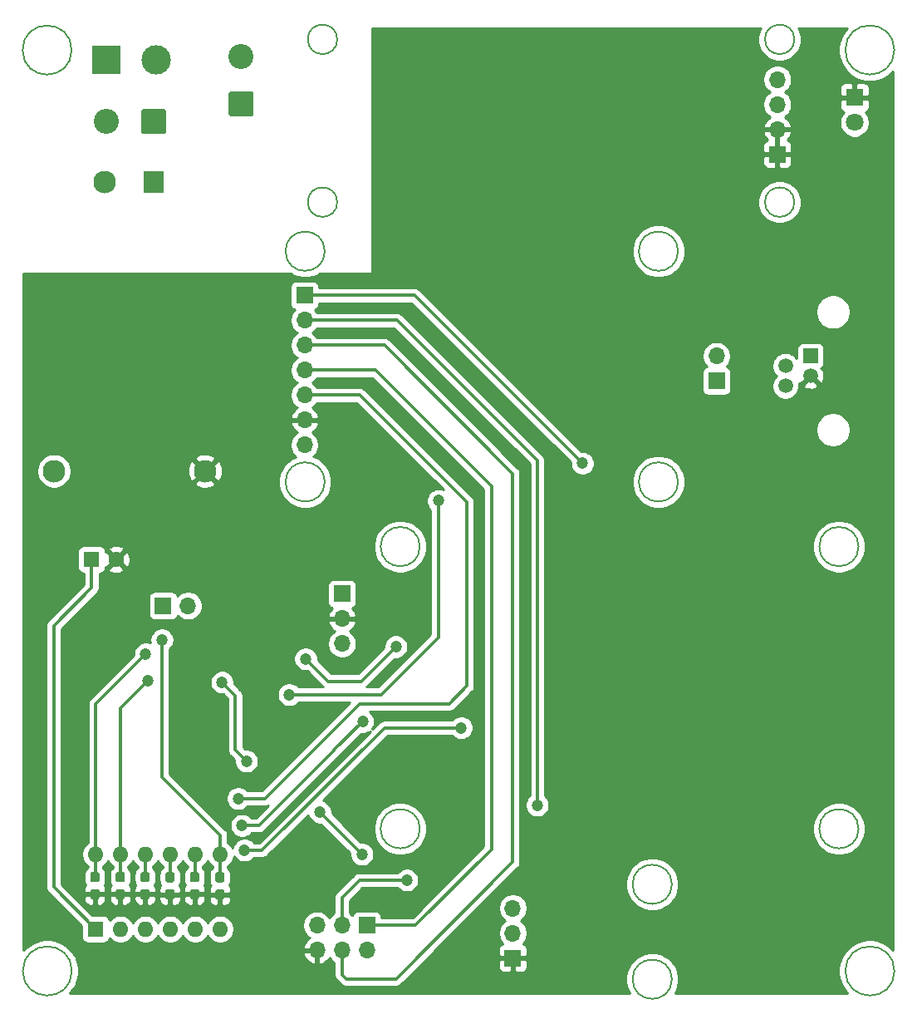
<source format=gbl>
G04 #@! TF.GenerationSoftware,KiCad,Pcbnew,(5.1.6)-1*
G04 #@! TF.CreationDate,2021-11-02T04:41:39+01:00*
G04 #@! TF.ProjectId,SLAVE,534c4156-452e-46b6-9963-61645f706362,V1*
G04 #@! TF.SameCoordinates,Original*
G04 #@! TF.FileFunction,Copper,L2,Bot*
G04 #@! TF.FilePolarity,Positive*
%FSLAX46Y46*%
G04 Gerber Fmt 4.6, Leading zero omitted, Abs format (unit mm)*
G04 Created by KiCad (PCBNEW (5.1.6)-1) date 2021-11-02 04:41:39*
%MOMM*%
%LPD*%
G01*
G04 APERTURE LIST*
G04 #@! TA.AperFunction,EtchedComponent*
%ADD10C,0.150000*%
G04 #@! TD*
G04 #@! TA.AperFunction,ComponentPad*
%ADD11C,1.600000*%
G04 #@! TD*
G04 #@! TA.AperFunction,ComponentPad*
%ADD12R,1.600000X1.600000*%
G04 #@! TD*
G04 #@! TA.AperFunction,ComponentPad*
%ADD13C,1.800000*%
G04 #@! TD*
G04 #@! TA.AperFunction,ComponentPad*
%ADD14R,1.800000X1.800000*%
G04 #@! TD*
G04 #@! TA.AperFunction,ComponentPad*
%ADD15C,2.550000*%
G04 #@! TD*
G04 #@! TA.AperFunction,ComponentPad*
%ADD16R,1.700000X1.700000*%
G04 #@! TD*
G04 #@! TA.AperFunction,ComponentPad*
%ADD17O,1.700000X1.700000*%
G04 #@! TD*
G04 #@! TA.AperFunction,ComponentPad*
%ADD18C,3.000000*%
G04 #@! TD*
G04 #@! TA.AperFunction,ComponentPad*
%ADD19R,3.000000X3.000000*%
G04 #@! TD*
G04 #@! TA.AperFunction,ComponentPad*
%ADD20C,1.500000*%
G04 #@! TD*
G04 #@! TA.AperFunction,ComponentPad*
%ADD21R,1.500000X1.500000*%
G04 #@! TD*
G04 #@! TA.AperFunction,ComponentPad*
%ADD22C,2.300000*%
G04 #@! TD*
G04 #@! TA.AperFunction,ComponentPad*
%ADD23R,2.000000X2.300000*%
G04 #@! TD*
G04 #@! TA.AperFunction,ComponentPad*
%ADD24O,1.600000X1.600000*%
G04 #@! TD*
G04 #@! TA.AperFunction,ViaPad*
%ADD25C,1.200000*%
G04 #@! TD*
G04 #@! TA.AperFunction,Conductor*
%ADD26C,0.300000*%
G04 #@! TD*
G04 #@! TA.AperFunction,Conductor*
%ADD27C,0.254000*%
G04 #@! TD*
G04 APERTURE END LIST*
D10*
X192000000Y-55570000D02*
G75*
G03*
X192000000Y-55570000I-2500000J0D01*
G01*
X192010000Y-149390000D02*
G75*
G03*
X192010000Y-149390000I-2500000J0D01*
G01*
X108140000Y-55580000D02*
G75*
G03*
X108140000Y-55580000I-2500000J0D01*
G01*
X108160000Y-149390000D02*
G75*
G03*
X108160000Y-149390000I-2500000J0D01*
G01*
X181810000Y-71070000D02*
G75*
G03*
X181810000Y-71070000I-1500000J0D01*
G01*
X181810000Y-54490000D02*
G75*
G03*
X181810000Y-54490000I-1500000J0D01*
G01*
X135210000Y-71070000D02*
G75*
G03*
X135210000Y-71070000I-1500000J0D01*
G01*
X135210000Y-54490000D02*
G75*
G03*
X135210000Y-54490000I-1500000J0D01*
G01*
X188350000Y-106160000D02*
G75*
G03*
X188350000Y-106160000I-2000000J0D01*
G01*
X188350000Y-134900000D02*
G75*
G03*
X188350000Y-134900000I-2000000J0D01*
G01*
X169950000Y-99570000D02*
G75*
G03*
X169950000Y-99570000I-2000000J0D01*
G01*
X169950000Y-76070000D02*
G75*
G03*
X169950000Y-76070000I-2000000J0D01*
G01*
X169320000Y-150230000D02*
G75*
G03*
X169320000Y-150230000I-2000000J0D01*
G01*
X169320000Y-140560000D02*
G75*
G03*
X169320000Y-140560000I-2000000J0D01*
G01*
X143630000Y-134900000D02*
G75*
G03*
X143630000Y-134900000I-2000000J0D01*
G01*
X143630000Y-106160000D02*
G75*
G03*
X143630000Y-106160000I-2000000J0D01*
G01*
X133940000Y-99570000D02*
G75*
G03*
X133940000Y-99570000I-2000000J0D01*
G01*
X133940000Y-76070000D02*
G75*
G03*
X133940000Y-76070000I-2000000J0D01*
G01*
D11*
X112680000Y-107460000D03*
D12*
X110180000Y-107460000D03*
D13*
X187950000Y-62960000D03*
D14*
X187950000Y-60420000D03*
G04 #@! TA.AperFunction,ComponentPad*
G36*
G01*
X126445001Y-62345000D02*
X124394999Y-62345000D01*
G75*
G02*
X124145000Y-62095001I0J249999D01*
G01*
X124145000Y-60044999D01*
G75*
G02*
X124394999Y-59795000I249999J0D01*
G01*
X126445001Y-59795000D01*
G75*
G02*
X126695000Y-60044999I0J-249999D01*
G01*
X126695000Y-62095001D01*
G75*
G02*
X126445001Y-62345000I-249999J0D01*
G01*
G37*
G04 #@! TD.AperFunction*
D15*
X125420000Y-56270000D03*
D16*
X117470000Y-112190000D03*
D17*
X120010000Y-112190000D03*
D18*
X116760000Y-56610000D03*
D19*
X111680000Y-56610000D03*
D17*
X133150000Y-147280000D03*
X133150000Y-144740000D03*
X135690000Y-147280000D03*
X135690000Y-144740000D03*
X138230000Y-147280000D03*
D16*
X138230000Y-144740000D03*
D17*
X153120000Y-142980000D03*
X153120000Y-145520000D03*
D16*
X153120000Y-148060000D03*
D15*
X111710000Y-62870000D03*
G04 #@! TA.AperFunction,ComponentPad*
G36*
G01*
X117785000Y-61844999D02*
X117785000Y-63895001D01*
G75*
G02*
X117535001Y-64145000I-249999J0D01*
G01*
X115484999Y-64145000D01*
G75*
G02*
X115235000Y-63895001I0J249999D01*
G01*
X115235000Y-61844999D01*
G75*
G02*
X115484999Y-61595000I249999J0D01*
G01*
X117535001Y-61595000D01*
G75*
G02*
X117785000Y-61844999I0J-249999D01*
G01*
G37*
G04 #@! TD.AperFunction*
D17*
X180080000Y-58580000D03*
X180080000Y-61120000D03*
X180080000Y-63660000D03*
D16*
X180080000Y-66200000D03*
X135710000Y-110970000D03*
D17*
X135710000Y-113510000D03*
X135710000Y-116050000D03*
D16*
X131880000Y-80570000D03*
D17*
X131880000Y-83110000D03*
X131880000Y-85650000D03*
X131880000Y-88190000D03*
X131880000Y-90730000D03*
X131880000Y-93270000D03*
X131880000Y-95810000D03*
X173870000Y-86740000D03*
D16*
X173870000Y-89280000D03*
D20*
X180910000Y-89790000D03*
X183450000Y-88770000D03*
X180910000Y-87750000D03*
D21*
X183450000Y-86730000D03*
D22*
X106340000Y-98460000D03*
X111540000Y-69060000D03*
D23*
X116540000Y-69060000D03*
D22*
X121740000Y-98460000D03*
G04 #@! TA.AperFunction,SMDPad,CuDef*
G36*
G01*
X123487500Y-140370000D02*
X123012500Y-140370000D01*
G75*
G02*
X122775000Y-140132500I0J237500D01*
G01*
X122775000Y-139557500D01*
G75*
G02*
X123012500Y-139320000I237500J0D01*
G01*
X123487500Y-139320000D01*
G75*
G02*
X123725000Y-139557500I0J-237500D01*
G01*
X123725000Y-140132500D01*
G75*
G02*
X123487500Y-140370000I-237500J0D01*
G01*
G37*
G04 #@! TD.AperFunction*
G04 #@! TA.AperFunction,SMDPad,CuDef*
G36*
G01*
X123487500Y-142120000D02*
X123012500Y-142120000D01*
G75*
G02*
X122775000Y-141882500I0J237500D01*
G01*
X122775000Y-141307500D01*
G75*
G02*
X123012500Y-141070000I237500J0D01*
G01*
X123487500Y-141070000D01*
G75*
G02*
X123725000Y-141307500I0J-237500D01*
G01*
X123725000Y-141882500D01*
G75*
G02*
X123487500Y-142120000I-237500J0D01*
G01*
G37*
G04 #@! TD.AperFunction*
G04 #@! TA.AperFunction,SMDPad,CuDef*
G36*
G01*
X120917500Y-142100000D02*
X120442500Y-142100000D01*
G75*
G02*
X120205000Y-141862500I0J237500D01*
G01*
X120205000Y-141287500D01*
G75*
G02*
X120442500Y-141050000I237500J0D01*
G01*
X120917500Y-141050000D01*
G75*
G02*
X121155000Y-141287500I0J-237500D01*
G01*
X121155000Y-141862500D01*
G75*
G02*
X120917500Y-142100000I-237500J0D01*
G01*
G37*
G04 #@! TD.AperFunction*
G04 #@! TA.AperFunction,SMDPad,CuDef*
G36*
G01*
X120917500Y-140350000D02*
X120442500Y-140350000D01*
G75*
G02*
X120205000Y-140112500I0J237500D01*
G01*
X120205000Y-139537500D01*
G75*
G02*
X120442500Y-139300000I237500J0D01*
G01*
X120917500Y-139300000D01*
G75*
G02*
X121155000Y-139537500I0J-237500D01*
G01*
X121155000Y-140112500D01*
G75*
G02*
X120917500Y-140350000I-237500J0D01*
G01*
G37*
G04 #@! TD.AperFunction*
G04 #@! TA.AperFunction,SMDPad,CuDef*
G36*
G01*
X118397500Y-140365000D02*
X117922500Y-140365000D01*
G75*
G02*
X117685000Y-140127500I0J237500D01*
G01*
X117685000Y-139552500D01*
G75*
G02*
X117922500Y-139315000I237500J0D01*
G01*
X118397500Y-139315000D01*
G75*
G02*
X118635000Y-139552500I0J-237500D01*
G01*
X118635000Y-140127500D01*
G75*
G02*
X118397500Y-140365000I-237500J0D01*
G01*
G37*
G04 #@! TD.AperFunction*
G04 #@! TA.AperFunction,SMDPad,CuDef*
G36*
G01*
X118397500Y-142115000D02*
X117922500Y-142115000D01*
G75*
G02*
X117685000Y-141877500I0J237500D01*
G01*
X117685000Y-141302500D01*
G75*
G02*
X117922500Y-141065000I237500J0D01*
G01*
X118397500Y-141065000D01*
G75*
G02*
X118635000Y-141302500I0J-237500D01*
G01*
X118635000Y-141877500D01*
G75*
G02*
X118397500Y-142115000I-237500J0D01*
G01*
G37*
G04 #@! TD.AperFunction*
G04 #@! TA.AperFunction,SMDPad,CuDef*
G36*
G01*
X115857500Y-142100000D02*
X115382500Y-142100000D01*
G75*
G02*
X115145000Y-141862500I0J237500D01*
G01*
X115145000Y-141287500D01*
G75*
G02*
X115382500Y-141050000I237500J0D01*
G01*
X115857500Y-141050000D01*
G75*
G02*
X116095000Y-141287500I0J-237500D01*
G01*
X116095000Y-141862500D01*
G75*
G02*
X115857500Y-142100000I-237500J0D01*
G01*
G37*
G04 #@! TD.AperFunction*
G04 #@! TA.AperFunction,SMDPad,CuDef*
G36*
G01*
X115857500Y-140350000D02*
X115382500Y-140350000D01*
G75*
G02*
X115145000Y-140112500I0J237500D01*
G01*
X115145000Y-139537500D01*
G75*
G02*
X115382500Y-139300000I237500J0D01*
G01*
X115857500Y-139300000D01*
G75*
G02*
X116095000Y-139537500I0J-237500D01*
G01*
X116095000Y-140112500D01*
G75*
G02*
X115857500Y-140350000I-237500J0D01*
G01*
G37*
G04 #@! TD.AperFunction*
G04 #@! TA.AperFunction,SMDPad,CuDef*
G36*
G01*
X113327500Y-140350000D02*
X112852500Y-140350000D01*
G75*
G02*
X112615000Y-140112500I0J237500D01*
G01*
X112615000Y-139537500D01*
G75*
G02*
X112852500Y-139300000I237500J0D01*
G01*
X113327500Y-139300000D01*
G75*
G02*
X113565000Y-139537500I0J-237500D01*
G01*
X113565000Y-140112500D01*
G75*
G02*
X113327500Y-140350000I-237500J0D01*
G01*
G37*
G04 #@! TD.AperFunction*
G04 #@! TA.AperFunction,SMDPad,CuDef*
G36*
G01*
X113327500Y-142100000D02*
X112852500Y-142100000D01*
G75*
G02*
X112615000Y-141862500I0J237500D01*
G01*
X112615000Y-141287500D01*
G75*
G02*
X112852500Y-141050000I237500J0D01*
G01*
X113327500Y-141050000D01*
G75*
G02*
X113565000Y-141287500I0J-237500D01*
G01*
X113565000Y-141862500D01*
G75*
G02*
X113327500Y-142100000I-237500J0D01*
G01*
G37*
G04 #@! TD.AperFunction*
G04 #@! TA.AperFunction,SMDPad,CuDef*
G36*
G01*
X110757500Y-142100000D02*
X110282500Y-142100000D01*
G75*
G02*
X110045000Y-141862500I0J237500D01*
G01*
X110045000Y-141287500D01*
G75*
G02*
X110282500Y-141050000I237500J0D01*
G01*
X110757500Y-141050000D01*
G75*
G02*
X110995000Y-141287500I0J-237500D01*
G01*
X110995000Y-141862500D01*
G75*
G02*
X110757500Y-142100000I-237500J0D01*
G01*
G37*
G04 #@! TD.AperFunction*
G04 #@! TA.AperFunction,SMDPad,CuDef*
G36*
G01*
X110757500Y-140350000D02*
X110282500Y-140350000D01*
G75*
G02*
X110045000Y-140112500I0J237500D01*
G01*
X110045000Y-139537500D01*
G75*
G02*
X110282500Y-139300000I237500J0D01*
G01*
X110757500Y-139300000D01*
G75*
G02*
X110995000Y-139537500I0J-237500D01*
G01*
X110995000Y-140112500D01*
G75*
G02*
X110757500Y-140350000I-237500J0D01*
G01*
G37*
G04 #@! TD.AperFunction*
D24*
X110570000Y-137500000D03*
X123270000Y-145120000D03*
X113110000Y-137500000D03*
X120730000Y-145120000D03*
X115650000Y-137500000D03*
X118190000Y-145120000D03*
X118190000Y-137500000D03*
X115650000Y-145120000D03*
X120730000Y-137500000D03*
X113110000Y-145120000D03*
X123270000Y-137500000D03*
D12*
X110570000Y-145120000D03*
D25*
X120900000Y-120630000D03*
X146240000Y-132480000D03*
X123480000Y-119980000D03*
X125960000Y-128020000D03*
X155600000Y-132490000D03*
X142310000Y-140130000D03*
X137720000Y-137490000D03*
X133430000Y-133200000D03*
X130320000Y-121240000D03*
X145510000Y-101490000D03*
X125510000Y-134570000D03*
X137800000Y-123980000D03*
X125120000Y-131810000D03*
X125760000Y-137080000D03*
X147850000Y-124610000D03*
X160220000Y-97680000D03*
X141190000Y-116350000D03*
X132000000Y-117600000D03*
X117350000Y-115660000D03*
X115880000Y-119840000D03*
X115690000Y-117100000D03*
D26*
X110570000Y-145120000D02*
X106300000Y-140850000D01*
X106300000Y-140850000D02*
X106300000Y-114210000D01*
X110180000Y-110330000D02*
X110180000Y-107460000D01*
X106300000Y-114210000D02*
X110180000Y-110330000D01*
X123480000Y-119980000D02*
X124820000Y-121320000D01*
X124820000Y-126880000D02*
X125960000Y-128020000D01*
X124820000Y-121320000D02*
X124820000Y-126880000D01*
X131880000Y-85650000D02*
X140040000Y-85650000D01*
X140040000Y-85650000D02*
X153090000Y-98700000D01*
X153090000Y-98700000D02*
X153090000Y-138280000D01*
X153090000Y-138280000D02*
X141190000Y-150180000D01*
X141190000Y-150180000D02*
X136110000Y-150180000D01*
X135690000Y-149760000D02*
X135690000Y-147280000D01*
X136110000Y-150180000D02*
X135690000Y-149760000D01*
X131880000Y-83110000D02*
X141330000Y-83110000D01*
X141330000Y-83110000D02*
X155600000Y-97380000D01*
X155600000Y-97380000D02*
X155600000Y-132490000D01*
X142310000Y-140130000D02*
X137460000Y-140130000D01*
X135690000Y-141900000D02*
X135690000Y-144740000D01*
X137460000Y-140130000D02*
X135690000Y-141900000D01*
X137720000Y-137490000D02*
X133430000Y-133200000D01*
X131880000Y-88190000D02*
X139070000Y-88190000D01*
X139070000Y-88190000D02*
X150920000Y-100040000D01*
X150920000Y-100040000D02*
X150920000Y-137030000D01*
X143210000Y-144740000D02*
X138230000Y-144740000D01*
X150920000Y-137030000D02*
X143210000Y-144740000D01*
X130320000Y-121240000D02*
X139680000Y-121240000D01*
X139680000Y-121240000D02*
X145510000Y-115410000D01*
X145510000Y-115410000D02*
X145510000Y-101490000D01*
X127230000Y-134570000D02*
X125510000Y-134570000D01*
X134900000Y-126900000D02*
X127230000Y-134570000D01*
X134900000Y-126900000D02*
X134900000Y-126880000D01*
X134900000Y-126880000D02*
X137800000Y-123980000D01*
X125120000Y-131810000D02*
X127850000Y-131810000D01*
X127850000Y-131810000D02*
X137480000Y-122180000D01*
X137480000Y-122180000D02*
X146620000Y-122180000D01*
X146620000Y-122180000D02*
X148440000Y-120360000D01*
X148440000Y-120360000D02*
X148440000Y-101650000D01*
X137520000Y-90730000D02*
X131880000Y-90730000D01*
X148440000Y-101650000D02*
X137520000Y-90730000D01*
X125760000Y-137080000D02*
X127550000Y-137080000D01*
X127550000Y-137080000D02*
X140020000Y-124610000D01*
X140020000Y-124610000D02*
X147850000Y-124610000D01*
X142510000Y-80570000D02*
X131880000Y-80570000D01*
X143110000Y-80570000D02*
X142510000Y-80570000D01*
X160220000Y-97680000D02*
X143110000Y-80570000D01*
X141190000Y-116350000D02*
X137670000Y-119870000D01*
X137670000Y-119870000D02*
X134270000Y-119870000D01*
X132000000Y-117600000D02*
X134270000Y-119870000D01*
X123250000Y-137520000D02*
X123270000Y-137500000D01*
X123270000Y-137500000D02*
X123270000Y-136050000D01*
X123270000Y-136050000D02*
X123270000Y-135540000D01*
X123270000Y-135540000D02*
X117350000Y-129620000D01*
X117350000Y-129620000D02*
X117350000Y-115660000D01*
X123270000Y-139825000D02*
X123250000Y-139845000D01*
X123270000Y-137500000D02*
X123270000Y-139825000D01*
X120680000Y-137550000D02*
X120730000Y-137500000D01*
X120730000Y-139775000D02*
X120680000Y-139825000D01*
X120730000Y-137500000D02*
X120730000Y-139775000D01*
X118160000Y-137530000D02*
X118190000Y-137500000D01*
X118190000Y-139810000D02*
X118160000Y-139840000D01*
X118190000Y-137500000D02*
X118190000Y-139810000D01*
X115620000Y-137530000D02*
X115650000Y-137500000D01*
X115650000Y-139795000D02*
X115620000Y-139825000D01*
X115650000Y-137500000D02*
X115650000Y-139795000D01*
X113090000Y-137520000D02*
X113110000Y-137500000D01*
X113110000Y-137500000D02*
X113110000Y-122610000D01*
X113110000Y-122610000D02*
X115880000Y-119840000D01*
X113110000Y-139805000D02*
X113090000Y-139825000D01*
X113110000Y-137500000D02*
X113110000Y-139805000D01*
X110540000Y-137530000D02*
X110570000Y-137500000D01*
X110570000Y-137500000D02*
X110570000Y-122220000D01*
X110570000Y-122220000D02*
X115690000Y-117100000D01*
X110570000Y-139775000D02*
X110520000Y-139825000D01*
X110570000Y-137500000D02*
X110570000Y-139775000D01*
D27*
G36*
X178343316Y-53438785D02*
G01*
X178176023Y-53842665D01*
X178090738Y-54271422D01*
X178090738Y-54708578D01*
X178176023Y-55137335D01*
X178343316Y-55541215D01*
X178586187Y-55904697D01*
X178895303Y-56213813D01*
X179258785Y-56456684D01*
X179662665Y-56623977D01*
X180091422Y-56709262D01*
X180528578Y-56709262D01*
X180957335Y-56623977D01*
X181361215Y-56456684D01*
X181724697Y-56213813D01*
X182033813Y-55904697D01*
X182276684Y-55541215D01*
X182443977Y-55137335D01*
X182529262Y-54708578D01*
X182529262Y-54271422D01*
X182443977Y-53842665D01*
X182276684Y-53438785D01*
X182197314Y-53320000D01*
X187204086Y-53320000D01*
X187003176Y-53520910D01*
X186651394Y-54047389D01*
X186409083Y-54632380D01*
X186285553Y-55253405D01*
X186285553Y-55886595D01*
X186409083Y-56507620D01*
X186651394Y-57092611D01*
X187003176Y-57619090D01*
X187450910Y-58066824D01*
X187977389Y-58418606D01*
X188562380Y-58660917D01*
X189183405Y-58784447D01*
X189816595Y-58784447D01*
X190437620Y-58660917D01*
X191022611Y-58418606D01*
X191549090Y-58066824D01*
X191890000Y-57725914D01*
X191890001Y-147224087D01*
X191559090Y-146893176D01*
X191032611Y-146541394D01*
X190447620Y-146299083D01*
X189826595Y-146175553D01*
X189193405Y-146175553D01*
X188572380Y-146299083D01*
X187987389Y-146541394D01*
X187460910Y-146893176D01*
X187013176Y-147340910D01*
X186661394Y-147867389D01*
X186419083Y-148452380D01*
X186295553Y-149073405D01*
X186295553Y-149706595D01*
X186419083Y-150327620D01*
X186661394Y-150912611D01*
X187013176Y-151439090D01*
X187204086Y-151630000D01*
X169652083Y-151630000D01*
X169727645Y-151516913D01*
X169932447Y-151022477D01*
X170036854Y-150497587D01*
X170036854Y-149962413D01*
X169932447Y-149437523D01*
X169727645Y-148943087D01*
X169430319Y-148498106D01*
X169051894Y-148119681D01*
X168606913Y-147822355D01*
X168112477Y-147617553D01*
X167587587Y-147513146D01*
X167052413Y-147513146D01*
X166527523Y-147617553D01*
X166033087Y-147822355D01*
X165588106Y-148119681D01*
X165209681Y-148498106D01*
X164912355Y-148943087D01*
X164707553Y-149437523D01*
X164603146Y-149962413D01*
X164603146Y-150497587D01*
X164707553Y-151022477D01*
X164912355Y-151516913D01*
X164987917Y-151630000D01*
X107965914Y-151630000D01*
X108156824Y-151439090D01*
X108508606Y-150912611D01*
X108750917Y-150327620D01*
X108874447Y-149706595D01*
X108874447Y-149073405D01*
X108750917Y-148452380D01*
X108508606Y-147867389D01*
X108354593Y-147636891D01*
X131708519Y-147636891D01*
X131805843Y-147911252D01*
X131954822Y-148161355D01*
X132149731Y-148377588D01*
X132383080Y-148551641D01*
X132645901Y-148676825D01*
X132793110Y-148721476D01*
X133023000Y-148600155D01*
X133023000Y-147407000D01*
X131829186Y-147407000D01*
X131708519Y-147636891D01*
X108354593Y-147636891D01*
X108156824Y-147340910D01*
X107709090Y-146893176D01*
X107182611Y-146541394D01*
X106597620Y-146299083D01*
X105976595Y-146175553D01*
X105343405Y-146175553D01*
X104722380Y-146299083D01*
X104137389Y-146541394D01*
X103610910Y-146893176D01*
X103240000Y-147264086D01*
X103240000Y-114210000D01*
X105511203Y-114210000D01*
X105515001Y-114248563D01*
X105515000Y-140811447D01*
X105511203Y-140850000D01*
X105515000Y-140888553D01*
X105515000Y-140888560D01*
X105526359Y-141003886D01*
X105571246Y-141151859D01*
X105644138Y-141288232D01*
X105742236Y-141407764D01*
X105772190Y-141432347D01*
X109131928Y-144792086D01*
X109131928Y-145920000D01*
X109144188Y-146044482D01*
X109180498Y-146164180D01*
X109239463Y-146274494D01*
X109318815Y-146371185D01*
X109415506Y-146450537D01*
X109525820Y-146509502D01*
X109645518Y-146545812D01*
X109770000Y-146558072D01*
X111370000Y-146558072D01*
X111494482Y-146545812D01*
X111614180Y-146509502D01*
X111724494Y-146450537D01*
X111821185Y-146371185D01*
X111900537Y-146274494D01*
X111959502Y-146164180D01*
X111995812Y-146044482D01*
X111996643Y-146036039D01*
X112195241Y-146234637D01*
X112430273Y-146391680D01*
X112691426Y-146499853D01*
X112968665Y-146555000D01*
X113251335Y-146555000D01*
X113528574Y-146499853D01*
X113789727Y-146391680D01*
X114024759Y-146234637D01*
X114224637Y-146034759D01*
X114380000Y-145802241D01*
X114535363Y-146034759D01*
X114735241Y-146234637D01*
X114970273Y-146391680D01*
X115231426Y-146499853D01*
X115508665Y-146555000D01*
X115791335Y-146555000D01*
X116068574Y-146499853D01*
X116329727Y-146391680D01*
X116564759Y-146234637D01*
X116764637Y-146034759D01*
X116920000Y-145802241D01*
X117075363Y-146034759D01*
X117275241Y-146234637D01*
X117510273Y-146391680D01*
X117771426Y-146499853D01*
X118048665Y-146555000D01*
X118331335Y-146555000D01*
X118608574Y-146499853D01*
X118869727Y-146391680D01*
X119104759Y-146234637D01*
X119304637Y-146034759D01*
X119460000Y-145802241D01*
X119615363Y-146034759D01*
X119815241Y-146234637D01*
X120050273Y-146391680D01*
X120311426Y-146499853D01*
X120588665Y-146555000D01*
X120871335Y-146555000D01*
X121148574Y-146499853D01*
X121409727Y-146391680D01*
X121644759Y-146234637D01*
X121844637Y-146034759D01*
X122000000Y-145802241D01*
X122155363Y-146034759D01*
X122355241Y-146234637D01*
X122590273Y-146391680D01*
X122851426Y-146499853D01*
X123128665Y-146555000D01*
X123411335Y-146555000D01*
X123688574Y-146499853D01*
X123949727Y-146391680D01*
X124184759Y-146234637D01*
X124384637Y-146034759D01*
X124541680Y-145799727D01*
X124649853Y-145538574D01*
X124705000Y-145261335D01*
X124705000Y-144978665D01*
X124649853Y-144701426D01*
X124541680Y-144440273D01*
X124384637Y-144205241D01*
X124184759Y-144005363D01*
X123949727Y-143848320D01*
X123688574Y-143740147D01*
X123411335Y-143685000D01*
X123128665Y-143685000D01*
X122851426Y-143740147D01*
X122590273Y-143848320D01*
X122355241Y-144005363D01*
X122155363Y-144205241D01*
X122000000Y-144437759D01*
X121844637Y-144205241D01*
X121644759Y-144005363D01*
X121409727Y-143848320D01*
X121148574Y-143740147D01*
X120871335Y-143685000D01*
X120588665Y-143685000D01*
X120311426Y-143740147D01*
X120050273Y-143848320D01*
X119815241Y-144005363D01*
X119615363Y-144205241D01*
X119460000Y-144437759D01*
X119304637Y-144205241D01*
X119104759Y-144005363D01*
X118869727Y-143848320D01*
X118608574Y-143740147D01*
X118331335Y-143685000D01*
X118048665Y-143685000D01*
X117771426Y-143740147D01*
X117510273Y-143848320D01*
X117275241Y-144005363D01*
X117075363Y-144205241D01*
X116920000Y-144437759D01*
X116764637Y-144205241D01*
X116564759Y-144005363D01*
X116329727Y-143848320D01*
X116068574Y-143740147D01*
X115791335Y-143685000D01*
X115508665Y-143685000D01*
X115231426Y-143740147D01*
X114970273Y-143848320D01*
X114735241Y-144005363D01*
X114535363Y-144205241D01*
X114380000Y-144437759D01*
X114224637Y-144205241D01*
X114024759Y-144005363D01*
X113789727Y-143848320D01*
X113528574Y-143740147D01*
X113251335Y-143685000D01*
X112968665Y-143685000D01*
X112691426Y-143740147D01*
X112430273Y-143848320D01*
X112195241Y-144005363D01*
X111996643Y-144203961D01*
X111995812Y-144195518D01*
X111959502Y-144075820D01*
X111900537Y-143965506D01*
X111821185Y-143868815D01*
X111724494Y-143789463D01*
X111614180Y-143730498D01*
X111494482Y-143694188D01*
X111370000Y-143681928D01*
X110242086Y-143681928D01*
X108660158Y-142100000D01*
X109406928Y-142100000D01*
X109419188Y-142224482D01*
X109455498Y-142344180D01*
X109514463Y-142454494D01*
X109593815Y-142551185D01*
X109690506Y-142630537D01*
X109800820Y-142689502D01*
X109920518Y-142725812D01*
X110045000Y-142738072D01*
X110234250Y-142735000D01*
X110393000Y-142576250D01*
X110393000Y-141702000D01*
X110647000Y-141702000D01*
X110647000Y-142576250D01*
X110805750Y-142735000D01*
X110995000Y-142738072D01*
X111119482Y-142725812D01*
X111239180Y-142689502D01*
X111349494Y-142630537D01*
X111446185Y-142551185D01*
X111525537Y-142454494D01*
X111584502Y-142344180D01*
X111620812Y-142224482D01*
X111633072Y-142100000D01*
X111976928Y-142100000D01*
X111989188Y-142224482D01*
X112025498Y-142344180D01*
X112084463Y-142454494D01*
X112163815Y-142551185D01*
X112260506Y-142630537D01*
X112370820Y-142689502D01*
X112490518Y-142725812D01*
X112615000Y-142738072D01*
X112804250Y-142735000D01*
X112963000Y-142576250D01*
X112963000Y-141702000D01*
X113217000Y-141702000D01*
X113217000Y-142576250D01*
X113375750Y-142735000D01*
X113565000Y-142738072D01*
X113689482Y-142725812D01*
X113809180Y-142689502D01*
X113919494Y-142630537D01*
X114016185Y-142551185D01*
X114095537Y-142454494D01*
X114154502Y-142344180D01*
X114190812Y-142224482D01*
X114203072Y-142100000D01*
X114506928Y-142100000D01*
X114519188Y-142224482D01*
X114555498Y-142344180D01*
X114614463Y-142454494D01*
X114693815Y-142551185D01*
X114790506Y-142630537D01*
X114900820Y-142689502D01*
X115020518Y-142725812D01*
X115145000Y-142738072D01*
X115334250Y-142735000D01*
X115493000Y-142576250D01*
X115493000Y-141702000D01*
X115747000Y-141702000D01*
X115747000Y-142576250D01*
X115905750Y-142735000D01*
X116095000Y-142738072D01*
X116219482Y-142725812D01*
X116339180Y-142689502D01*
X116449494Y-142630537D01*
X116546185Y-142551185D01*
X116625537Y-142454494D01*
X116684502Y-142344180D01*
X116720812Y-142224482D01*
X116731594Y-142115000D01*
X117046928Y-142115000D01*
X117059188Y-142239482D01*
X117095498Y-142359180D01*
X117154463Y-142469494D01*
X117233815Y-142566185D01*
X117330506Y-142645537D01*
X117440820Y-142704502D01*
X117560518Y-142740812D01*
X117685000Y-142753072D01*
X117874250Y-142750000D01*
X118033000Y-142591250D01*
X118033000Y-141717000D01*
X118287000Y-141717000D01*
X118287000Y-142591250D01*
X118445750Y-142750000D01*
X118635000Y-142753072D01*
X118759482Y-142740812D01*
X118879180Y-142704502D01*
X118989494Y-142645537D01*
X119086185Y-142566185D01*
X119165537Y-142469494D01*
X119224502Y-142359180D01*
X119260812Y-142239482D01*
X119273072Y-142115000D01*
X119272880Y-142100000D01*
X119566928Y-142100000D01*
X119579188Y-142224482D01*
X119615498Y-142344180D01*
X119674463Y-142454494D01*
X119753815Y-142551185D01*
X119850506Y-142630537D01*
X119960820Y-142689502D01*
X120080518Y-142725812D01*
X120205000Y-142738072D01*
X120394250Y-142735000D01*
X120553000Y-142576250D01*
X120553000Y-141702000D01*
X120807000Y-141702000D01*
X120807000Y-142576250D01*
X120965750Y-142735000D01*
X121155000Y-142738072D01*
X121279482Y-142725812D01*
X121399180Y-142689502D01*
X121509494Y-142630537D01*
X121606185Y-142551185D01*
X121685537Y-142454494D01*
X121744502Y-142344180D01*
X121780812Y-142224482D01*
X121791102Y-142120000D01*
X122136928Y-142120000D01*
X122149188Y-142244482D01*
X122185498Y-142364180D01*
X122244463Y-142474494D01*
X122323815Y-142571185D01*
X122420506Y-142650537D01*
X122530820Y-142709502D01*
X122650518Y-142745812D01*
X122775000Y-142758072D01*
X122964250Y-142755000D01*
X123123000Y-142596250D01*
X123123000Y-141722000D01*
X123377000Y-141722000D01*
X123377000Y-142596250D01*
X123535750Y-142755000D01*
X123725000Y-142758072D01*
X123849482Y-142745812D01*
X123969180Y-142709502D01*
X124079494Y-142650537D01*
X124176185Y-142571185D01*
X124255537Y-142474494D01*
X124314502Y-142364180D01*
X124350812Y-142244482D01*
X124363072Y-142120000D01*
X124360000Y-141880750D01*
X124201250Y-141722000D01*
X123377000Y-141722000D01*
X123123000Y-141722000D01*
X122298750Y-141722000D01*
X122140000Y-141880750D01*
X122136928Y-142120000D01*
X121791102Y-142120000D01*
X121793072Y-142100000D01*
X121790000Y-141860750D01*
X121631250Y-141702000D01*
X120807000Y-141702000D01*
X120553000Y-141702000D01*
X119728750Y-141702000D01*
X119570000Y-141860750D01*
X119566928Y-142100000D01*
X119272880Y-142100000D01*
X119270000Y-141875750D01*
X119111250Y-141717000D01*
X118287000Y-141717000D01*
X118033000Y-141717000D01*
X117208750Y-141717000D01*
X117050000Y-141875750D01*
X117046928Y-142115000D01*
X116731594Y-142115000D01*
X116733072Y-142100000D01*
X116730000Y-141860750D01*
X116571250Y-141702000D01*
X115747000Y-141702000D01*
X115493000Y-141702000D01*
X114668750Y-141702000D01*
X114510000Y-141860750D01*
X114506928Y-142100000D01*
X114203072Y-142100000D01*
X114200000Y-141860750D01*
X114041250Y-141702000D01*
X113217000Y-141702000D01*
X112963000Y-141702000D01*
X112138750Y-141702000D01*
X111980000Y-141860750D01*
X111976928Y-142100000D01*
X111633072Y-142100000D01*
X111630000Y-141860750D01*
X111471250Y-141702000D01*
X110647000Y-141702000D01*
X110393000Y-141702000D01*
X109568750Y-141702000D01*
X109410000Y-141860750D01*
X109406928Y-142100000D01*
X108660158Y-142100000D01*
X107085000Y-140524843D01*
X107085000Y-137358665D01*
X109135000Y-137358665D01*
X109135000Y-137641335D01*
X109190147Y-137918574D01*
X109298320Y-138179727D01*
X109455363Y-138414759D01*
X109655241Y-138614637D01*
X109785001Y-138701339D01*
X109785001Y-138818563D01*
X109663377Y-138918377D01*
X109554488Y-139051058D01*
X109473577Y-139202433D01*
X109423752Y-139366684D01*
X109406928Y-139537500D01*
X109406928Y-140112500D01*
X109423752Y-140283316D01*
X109473577Y-140447567D01*
X109554488Y-140598942D01*
X109574099Y-140622839D01*
X109514463Y-140695506D01*
X109455498Y-140805820D01*
X109419188Y-140925518D01*
X109406928Y-141050000D01*
X109410000Y-141289250D01*
X109568750Y-141448000D01*
X110393000Y-141448000D01*
X110393000Y-141428000D01*
X110647000Y-141428000D01*
X110647000Y-141448000D01*
X111471250Y-141448000D01*
X111630000Y-141289250D01*
X111633072Y-141050000D01*
X111620812Y-140925518D01*
X111584502Y-140805820D01*
X111525537Y-140695506D01*
X111465901Y-140622839D01*
X111485512Y-140598942D01*
X111566423Y-140447567D01*
X111616248Y-140283316D01*
X111633072Y-140112500D01*
X111633072Y-139537500D01*
X111616248Y-139366684D01*
X111566423Y-139202433D01*
X111485512Y-139051058D01*
X111376623Y-138918377D01*
X111355000Y-138900631D01*
X111355000Y-138701339D01*
X111484759Y-138614637D01*
X111684637Y-138414759D01*
X111840000Y-138182241D01*
X111995363Y-138414759D01*
X112195241Y-138614637D01*
X112325001Y-138701339D01*
X112325001Y-138843183D01*
X112233377Y-138918377D01*
X112124488Y-139051058D01*
X112043577Y-139202433D01*
X111993752Y-139366684D01*
X111976928Y-139537500D01*
X111976928Y-140112500D01*
X111993752Y-140283316D01*
X112043577Y-140447567D01*
X112124488Y-140598942D01*
X112144099Y-140622839D01*
X112084463Y-140695506D01*
X112025498Y-140805820D01*
X111989188Y-140925518D01*
X111976928Y-141050000D01*
X111980000Y-141289250D01*
X112138750Y-141448000D01*
X112963000Y-141448000D01*
X112963000Y-141428000D01*
X113217000Y-141428000D01*
X113217000Y-141448000D01*
X114041250Y-141448000D01*
X114200000Y-141289250D01*
X114203072Y-141050000D01*
X114190812Y-140925518D01*
X114154502Y-140805820D01*
X114095537Y-140695506D01*
X114035901Y-140622839D01*
X114055512Y-140598942D01*
X114136423Y-140447567D01*
X114186248Y-140283316D01*
X114203072Y-140112500D01*
X114203072Y-139537500D01*
X114186248Y-139366684D01*
X114136423Y-139202433D01*
X114055512Y-139051058D01*
X113946623Y-138918377D01*
X113895000Y-138876011D01*
X113895000Y-138701339D01*
X114024759Y-138614637D01*
X114224637Y-138414759D01*
X114380000Y-138182241D01*
X114535363Y-138414759D01*
X114735241Y-138614637D01*
X114865001Y-138701339D01*
X114865001Y-138834976D01*
X114763377Y-138918377D01*
X114654488Y-139051058D01*
X114573577Y-139202433D01*
X114523752Y-139366684D01*
X114506928Y-139537500D01*
X114506928Y-140112500D01*
X114523752Y-140283316D01*
X114573577Y-140447567D01*
X114654488Y-140598942D01*
X114674099Y-140622839D01*
X114614463Y-140695506D01*
X114555498Y-140805820D01*
X114519188Y-140925518D01*
X114506928Y-141050000D01*
X114510000Y-141289250D01*
X114668750Y-141448000D01*
X115493000Y-141448000D01*
X115493000Y-141428000D01*
X115747000Y-141428000D01*
X115747000Y-141448000D01*
X116571250Y-141448000D01*
X116730000Y-141289250D01*
X116733072Y-141050000D01*
X116720812Y-140925518D01*
X116684502Y-140805820D01*
X116625537Y-140695506D01*
X116565901Y-140622839D01*
X116585512Y-140598942D01*
X116666423Y-140447567D01*
X116716248Y-140283316D01*
X116733072Y-140112500D01*
X116733072Y-139537500D01*
X116716248Y-139366684D01*
X116666423Y-139202433D01*
X116585512Y-139051058D01*
X116476623Y-138918377D01*
X116435000Y-138884218D01*
X116435000Y-138701339D01*
X116564759Y-138614637D01*
X116764637Y-138414759D01*
X116920000Y-138182241D01*
X117075363Y-138414759D01*
X117275241Y-138614637D01*
X117405001Y-138701339D01*
X117405001Y-138849976D01*
X117303377Y-138933377D01*
X117194488Y-139066058D01*
X117113577Y-139217433D01*
X117063752Y-139381684D01*
X117046928Y-139552500D01*
X117046928Y-140127500D01*
X117063752Y-140298316D01*
X117113577Y-140462567D01*
X117194488Y-140613942D01*
X117214099Y-140637839D01*
X117154463Y-140710506D01*
X117095498Y-140820820D01*
X117059188Y-140940518D01*
X117046928Y-141065000D01*
X117050000Y-141304250D01*
X117208750Y-141463000D01*
X118033000Y-141463000D01*
X118033000Y-141443000D01*
X118287000Y-141443000D01*
X118287000Y-141463000D01*
X119111250Y-141463000D01*
X119270000Y-141304250D01*
X119273072Y-141065000D01*
X119260812Y-140940518D01*
X119224502Y-140820820D01*
X119165537Y-140710506D01*
X119105901Y-140637839D01*
X119125512Y-140613942D01*
X119206423Y-140462567D01*
X119256248Y-140298316D01*
X119273072Y-140127500D01*
X119273072Y-139552500D01*
X119256248Y-139381684D01*
X119206423Y-139217433D01*
X119125512Y-139066058D01*
X119016623Y-138933377D01*
X118975000Y-138899218D01*
X118975000Y-138701339D01*
X119104759Y-138614637D01*
X119304637Y-138414759D01*
X119460000Y-138182241D01*
X119615363Y-138414759D01*
X119815241Y-138614637D01*
X119945001Y-138701339D01*
X119945001Y-138818563D01*
X119823377Y-138918377D01*
X119714488Y-139051058D01*
X119633577Y-139202433D01*
X119583752Y-139366684D01*
X119566928Y-139537500D01*
X119566928Y-140112500D01*
X119583752Y-140283316D01*
X119633577Y-140447567D01*
X119714488Y-140598942D01*
X119734099Y-140622839D01*
X119674463Y-140695506D01*
X119615498Y-140805820D01*
X119579188Y-140925518D01*
X119566928Y-141050000D01*
X119570000Y-141289250D01*
X119728750Y-141448000D01*
X120553000Y-141448000D01*
X120553000Y-141428000D01*
X120807000Y-141428000D01*
X120807000Y-141448000D01*
X121631250Y-141448000D01*
X121790000Y-141289250D01*
X121793072Y-141050000D01*
X121780812Y-140925518D01*
X121744502Y-140805820D01*
X121685537Y-140695506D01*
X121625901Y-140622839D01*
X121645512Y-140598942D01*
X121726423Y-140447567D01*
X121776248Y-140283316D01*
X121793072Y-140112500D01*
X121793072Y-139537500D01*
X121776248Y-139366684D01*
X121726423Y-139202433D01*
X121645512Y-139051058D01*
X121536623Y-138918377D01*
X121515000Y-138900631D01*
X121515000Y-138701339D01*
X121644759Y-138614637D01*
X121844637Y-138414759D01*
X122000000Y-138182241D01*
X122155363Y-138414759D01*
X122355241Y-138614637D01*
X122485001Y-138701339D01*
X122485001Y-138863183D01*
X122393377Y-138938377D01*
X122284488Y-139071058D01*
X122203577Y-139222433D01*
X122153752Y-139386684D01*
X122136928Y-139557500D01*
X122136928Y-140132500D01*
X122153752Y-140303316D01*
X122203577Y-140467567D01*
X122284488Y-140618942D01*
X122304099Y-140642839D01*
X122244463Y-140715506D01*
X122185498Y-140825820D01*
X122149188Y-140945518D01*
X122136928Y-141070000D01*
X122140000Y-141309250D01*
X122298750Y-141468000D01*
X123123000Y-141468000D01*
X123123000Y-141448000D01*
X123377000Y-141448000D01*
X123377000Y-141468000D01*
X124201250Y-141468000D01*
X124360000Y-141309250D01*
X124363072Y-141070000D01*
X124350812Y-140945518D01*
X124314502Y-140825820D01*
X124255537Y-140715506D01*
X124195901Y-140642839D01*
X124215512Y-140618942D01*
X124296423Y-140467567D01*
X124346248Y-140303316D01*
X124363072Y-140132500D01*
X124363072Y-139557500D01*
X124346248Y-139386684D01*
X124296423Y-139222433D01*
X124215512Y-139071058D01*
X124106623Y-138938377D01*
X124055000Y-138896011D01*
X124055000Y-138701339D01*
X124184759Y-138614637D01*
X124384637Y-138414759D01*
X124541680Y-138179727D01*
X124649853Y-137918574D01*
X124692325Y-137705054D01*
X124800713Y-137867267D01*
X124972733Y-138039287D01*
X125175008Y-138174443D01*
X125399764Y-138267540D01*
X125638363Y-138315000D01*
X125881637Y-138315000D01*
X126120236Y-138267540D01*
X126344992Y-138174443D01*
X126547267Y-138039287D01*
X126719287Y-137867267D01*
X126720802Y-137865000D01*
X127511447Y-137865000D01*
X127550000Y-137868797D01*
X127588553Y-137865000D01*
X127588561Y-137865000D01*
X127703887Y-137853641D01*
X127851860Y-137808754D01*
X127988233Y-137735862D01*
X128107764Y-137637764D01*
X128132347Y-137607810D01*
X132232084Y-133508073D01*
X132242460Y-133560236D01*
X132335557Y-133784992D01*
X132470713Y-133987267D01*
X132642733Y-134159287D01*
X132845008Y-134294443D01*
X133069764Y-134387540D01*
X133308363Y-134435000D01*
X133551637Y-134435000D01*
X133554311Y-134434468D01*
X136485532Y-137365690D01*
X136485000Y-137368363D01*
X136485000Y-137611637D01*
X136532460Y-137850236D01*
X136625557Y-138074992D01*
X136760713Y-138277267D01*
X136932733Y-138449287D01*
X137135008Y-138584443D01*
X137359764Y-138677540D01*
X137598363Y-138725000D01*
X137841637Y-138725000D01*
X138080236Y-138677540D01*
X138304992Y-138584443D01*
X138507267Y-138449287D01*
X138679287Y-138277267D01*
X138814443Y-138074992D01*
X138907540Y-137850236D01*
X138955000Y-137611637D01*
X138955000Y-137368363D01*
X138907540Y-137129764D01*
X138814443Y-136905008D01*
X138679287Y-136702733D01*
X138507267Y-136530713D01*
X138304992Y-136395557D01*
X138080236Y-136302460D01*
X137841637Y-136255000D01*
X137598363Y-136255000D01*
X137595690Y-136255532D01*
X135972571Y-134632413D01*
X138913146Y-134632413D01*
X138913146Y-135167587D01*
X139017553Y-135692477D01*
X139222355Y-136186913D01*
X139519681Y-136631894D01*
X139898106Y-137010319D01*
X140343087Y-137307645D01*
X140837523Y-137512447D01*
X141362413Y-137616854D01*
X141897587Y-137616854D01*
X142422477Y-137512447D01*
X142916913Y-137307645D01*
X143361894Y-137010319D01*
X143740319Y-136631894D01*
X144037645Y-136186913D01*
X144242447Y-135692477D01*
X144346854Y-135167587D01*
X144346854Y-134632413D01*
X144242447Y-134107523D01*
X144037645Y-133613087D01*
X143740319Y-133168106D01*
X143361894Y-132789681D01*
X142916913Y-132492355D01*
X142422477Y-132287553D01*
X141897587Y-132183146D01*
X141362413Y-132183146D01*
X140837523Y-132287553D01*
X140343087Y-132492355D01*
X139898106Y-132789681D01*
X139519681Y-133168106D01*
X139222355Y-133613087D01*
X139017553Y-134107523D01*
X138913146Y-134632413D01*
X135972571Y-134632413D01*
X134664468Y-133324311D01*
X134665000Y-133321637D01*
X134665000Y-133078363D01*
X134617540Y-132839764D01*
X134524443Y-132615008D01*
X134389287Y-132412733D01*
X134217267Y-132240713D01*
X134014992Y-132105557D01*
X133790236Y-132012460D01*
X133738073Y-132002084D01*
X140345158Y-125395000D01*
X146889198Y-125395000D01*
X146890713Y-125397267D01*
X147062733Y-125569287D01*
X147265008Y-125704443D01*
X147489764Y-125797540D01*
X147728363Y-125845000D01*
X147971637Y-125845000D01*
X148210236Y-125797540D01*
X148434992Y-125704443D01*
X148637267Y-125569287D01*
X148809287Y-125397267D01*
X148944443Y-125194992D01*
X149037540Y-124970236D01*
X149085000Y-124731637D01*
X149085000Y-124488363D01*
X149037540Y-124249764D01*
X148944443Y-124025008D01*
X148809287Y-123822733D01*
X148637267Y-123650713D01*
X148434992Y-123515557D01*
X148210236Y-123422460D01*
X147971637Y-123375000D01*
X147728363Y-123375000D01*
X147489764Y-123422460D01*
X147265008Y-123515557D01*
X147062733Y-123650713D01*
X146890713Y-123822733D01*
X146889198Y-123825000D01*
X140058552Y-123825000D01*
X140019999Y-123821203D01*
X139981446Y-123825000D01*
X139981439Y-123825000D01*
X139880490Y-123834943D01*
X139866112Y-123836359D01*
X139793575Y-123858363D01*
X139718140Y-123881246D01*
X139581767Y-123954138D01*
X139521559Y-124003550D01*
X139492187Y-124027655D01*
X139492184Y-124027658D01*
X139462236Y-124052236D01*
X139437658Y-124082184D01*
X138772803Y-124747039D01*
X138894443Y-124564992D01*
X138987540Y-124340236D01*
X139035000Y-124101637D01*
X139035000Y-123858363D01*
X138987540Y-123619764D01*
X138894443Y-123395008D01*
X138759287Y-123192733D01*
X138587267Y-123020713D01*
X138503887Y-122965000D01*
X146581447Y-122965000D01*
X146620000Y-122968797D01*
X146658553Y-122965000D01*
X146658561Y-122965000D01*
X146773887Y-122953641D01*
X146921860Y-122908754D01*
X147058233Y-122835862D01*
X147177764Y-122737764D01*
X147202347Y-122707810D01*
X148967811Y-120942346D01*
X148997764Y-120917764D01*
X149095862Y-120798233D01*
X149168754Y-120661860D01*
X149187897Y-120598754D01*
X149213642Y-120513887D01*
X149222124Y-120427764D01*
X149225000Y-120398561D01*
X149225000Y-120398556D01*
X149228797Y-120360000D01*
X149225000Y-120321444D01*
X149225000Y-101688552D01*
X149228797Y-101649999D01*
X149225000Y-101611446D01*
X149225000Y-101611439D01*
X149213641Y-101496113D01*
X149200090Y-101451439D01*
X149168754Y-101348140D01*
X149095862Y-101211767D01*
X148997764Y-101092236D01*
X148967816Y-101067658D01*
X138102347Y-90202190D01*
X138077764Y-90172236D01*
X137958233Y-90074138D01*
X137821860Y-90001246D01*
X137673887Y-89956359D01*
X137558561Y-89945000D01*
X137558553Y-89945000D01*
X137520000Y-89941203D01*
X137481447Y-89945000D01*
X133141474Y-89945000D01*
X133033475Y-89783368D01*
X132826632Y-89576525D01*
X132652240Y-89460000D01*
X132826632Y-89343475D01*
X133033475Y-89136632D01*
X133141474Y-88975000D01*
X138744843Y-88975000D01*
X150135000Y-100365157D01*
X150135001Y-136704842D01*
X142884843Y-143955000D01*
X139718072Y-143955000D01*
X139718072Y-143890000D01*
X139705812Y-143765518D01*
X139669502Y-143645820D01*
X139610537Y-143535506D01*
X139531185Y-143438815D01*
X139434494Y-143359463D01*
X139324180Y-143300498D01*
X139204482Y-143264188D01*
X139080000Y-143251928D01*
X137380000Y-143251928D01*
X137255518Y-143264188D01*
X137135820Y-143300498D01*
X137025506Y-143359463D01*
X136928815Y-143438815D01*
X136849463Y-143535506D01*
X136790498Y-143645820D01*
X136768487Y-143718380D01*
X136636632Y-143586525D01*
X136475000Y-143478526D01*
X136475000Y-142225157D01*
X137785158Y-140915000D01*
X141349198Y-140915000D01*
X141350713Y-140917267D01*
X141522733Y-141089287D01*
X141725008Y-141224443D01*
X141949764Y-141317540D01*
X142188363Y-141365000D01*
X142431637Y-141365000D01*
X142670236Y-141317540D01*
X142894992Y-141224443D01*
X143097267Y-141089287D01*
X143269287Y-140917267D01*
X143404443Y-140714992D01*
X143497540Y-140490236D01*
X143545000Y-140251637D01*
X143545000Y-140008363D01*
X143497540Y-139769764D01*
X143404443Y-139545008D01*
X143269287Y-139342733D01*
X143097267Y-139170713D01*
X142894992Y-139035557D01*
X142670236Y-138942460D01*
X142431637Y-138895000D01*
X142188363Y-138895000D01*
X141949764Y-138942460D01*
X141725008Y-139035557D01*
X141522733Y-139170713D01*
X141350713Y-139342733D01*
X141349198Y-139345000D01*
X137498552Y-139345000D01*
X137459999Y-139341203D01*
X137421446Y-139345000D01*
X137421439Y-139345000D01*
X137306113Y-139356359D01*
X137158140Y-139401246D01*
X137021767Y-139474138D01*
X136980335Y-139508141D01*
X136932187Y-139547655D01*
X136932184Y-139547658D01*
X136902236Y-139572236D01*
X136877658Y-139602184D01*
X135162190Y-141317653D01*
X135132236Y-141342236D01*
X135034138Y-141461768D01*
X134961246Y-141598141D01*
X134916359Y-141746114D01*
X134905000Y-141861440D01*
X134905000Y-141861447D01*
X134901203Y-141900000D01*
X134905000Y-141938553D01*
X134905001Y-143478526D01*
X134743368Y-143586525D01*
X134536525Y-143793368D01*
X134420000Y-143967760D01*
X134303475Y-143793368D01*
X134096632Y-143586525D01*
X133853411Y-143424010D01*
X133583158Y-143312068D01*
X133296260Y-143255000D01*
X133003740Y-143255000D01*
X132716842Y-143312068D01*
X132446589Y-143424010D01*
X132203368Y-143586525D01*
X131996525Y-143793368D01*
X131834010Y-144036589D01*
X131722068Y-144306842D01*
X131665000Y-144593740D01*
X131665000Y-144886260D01*
X131722068Y-145173158D01*
X131834010Y-145443411D01*
X131996525Y-145686632D01*
X132203368Y-145893475D01*
X132379406Y-146011100D01*
X132149731Y-146182412D01*
X131954822Y-146398645D01*
X131805843Y-146648748D01*
X131708519Y-146923109D01*
X131829186Y-147153000D01*
X133023000Y-147153000D01*
X133023000Y-147133000D01*
X133277000Y-147133000D01*
X133277000Y-147153000D01*
X133297000Y-147153000D01*
X133297000Y-147407000D01*
X133277000Y-147407000D01*
X133277000Y-148600155D01*
X133506890Y-148721476D01*
X133654099Y-148676825D01*
X133916920Y-148551641D01*
X134150269Y-148377588D01*
X134345178Y-148161355D01*
X134414805Y-148044466D01*
X134536525Y-148226632D01*
X134743368Y-148433475D01*
X134905000Y-148541474D01*
X134905000Y-149721447D01*
X134901203Y-149760000D01*
X134905000Y-149798553D01*
X134905000Y-149798560D01*
X134916359Y-149913886D01*
X134961246Y-150061859D01*
X135034138Y-150198232D01*
X135132236Y-150317764D01*
X135162190Y-150342347D01*
X135527649Y-150707805D01*
X135552236Y-150737764D01*
X135671767Y-150835862D01*
X135808140Y-150908754D01*
X135956113Y-150953642D01*
X136031026Y-150961020D01*
X136071439Y-150965000D01*
X136071444Y-150965000D01*
X136110000Y-150968797D01*
X136148556Y-150965000D01*
X141151447Y-150965000D01*
X141190000Y-150968797D01*
X141228553Y-150965000D01*
X141228561Y-150965000D01*
X141343887Y-150953641D01*
X141491860Y-150908754D01*
X141628233Y-150835862D01*
X141747764Y-150737764D01*
X141772347Y-150707810D01*
X143570157Y-148910000D01*
X151631928Y-148910000D01*
X151644188Y-149034482D01*
X151680498Y-149154180D01*
X151739463Y-149264494D01*
X151818815Y-149361185D01*
X151915506Y-149440537D01*
X152025820Y-149499502D01*
X152145518Y-149535812D01*
X152270000Y-149548072D01*
X152834250Y-149545000D01*
X152993000Y-149386250D01*
X152993000Y-148187000D01*
X153247000Y-148187000D01*
X153247000Y-149386250D01*
X153405750Y-149545000D01*
X153970000Y-149548072D01*
X154094482Y-149535812D01*
X154214180Y-149499502D01*
X154324494Y-149440537D01*
X154421185Y-149361185D01*
X154500537Y-149264494D01*
X154559502Y-149154180D01*
X154595812Y-149034482D01*
X154608072Y-148910000D01*
X154605000Y-148345750D01*
X154446250Y-148187000D01*
X153247000Y-148187000D01*
X152993000Y-148187000D01*
X151793750Y-148187000D01*
X151635000Y-148345750D01*
X151631928Y-148910000D01*
X143570157Y-148910000D01*
X145270157Y-147210000D01*
X151631928Y-147210000D01*
X151635000Y-147774250D01*
X151793750Y-147933000D01*
X152993000Y-147933000D01*
X152993000Y-147913000D01*
X153247000Y-147913000D01*
X153247000Y-147933000D01*
X154446250Y-147933000D01*
X154605000Y-147774250D01*
X154608072Y-147210000D01*
X154595812Y-147085518D01*
X154559502Y-146965820D01*
X154500537Y-146855506D01*
X154421185Y-146758815D01*
X154324494Y-146679463D01*
X154214180Y-146620498D01*
X154141620Y-146598487D01*
X154273475Y-146466632D01*
X154435990Y-146223411D01*
X154547932Y-145953158D01*
X154605000Y-145666260D01*
X154605000Y-145373740D01*
X154547932Y-145086842D01*
X154435990Y-144816589D01*
X154273475Y-144573368D01*
X154066632Y-144366525D01*
X153892240Y-144250000D01*
X154066632Y-144133475D01*
X154273475Y-143926632D01*
X154435990Y-143683411D01*
X154547932Y-143413158D01*
X154605000Y-143126260D01*
X154605000Y-142833740D01*
X154547932Y-142546842D01*
X154435990Y-142276589D01*
X154273475Y-142033368D01*
X154066632Y-141826525D01*
X153823411Y-141664010D01*
X153553158Y-141552068D01*
X153266260Y-141495000D01*
X152973740Y-141495000D01*
X152686842Y-141552068D01*
X152416589Y-141664010D01*
X152173368Y-141826525D01*
X151966525Y-142033368D01*
X151804010Y-142276589D01*
X151692068Y-142546842D01*
X151635000Y-142833740D01*
X151635000Y-143126260D01*
X151692068Y-143413158D01*
X151804010Y-143683411D01*
X151966525Y-143926632D01*
X152173368Y-144133475D01*
X152347760Y-144250000D01*
X152173368Y-144366525D01*
X151966525Y-144573368D01*
X151804010Y-144816589D01*
X151692068Y-145086842D01*
X151635000Y-145373740D01*
X151635000Y-145666260D01*
X151692068Y-145953158D01*
X151804010Y-146223411D01*
X151966525Y-146466632D01*
X152098380Y-146598487D01*
X152025820Y-146620498D01*
X151915506Y-146679463D01*
X151818815Y-146758815D01*
X151739463Y-146855506D01*
X151680498Y-146965820D01*
X151644188Y-147085518D01*
X151631928Y-147210000D01*
X145270157Y-147210000D01*
X152187744Y-140292413D01*
X164603146Y-140292413D01*
X164603146Y-140827587D01*
X164707553Y-141352477D01*
X164912355Y-141846913D01*
X165209681Y-142291894D01*
X165588106Y-142670319D01*
X166033087Y-142967645D01*
X166527523Y-143172447D01*
X167052413Y-143276854D01*
X167587587Y-143276854D01*
X168112477Y-143172447D01*
X168606913Y-142967645D01*
X169051894Y-142670319D01*
X169430319Y-142291894D01*
X169727645Y-141846913D01*
X169932447Y-141352477D01*
X170036854Y-140827587D01*
X170036854Y-140292413D01*
X169932447Y-139767523D01*
X169727645Y-139273087D01*
X169430319Y-138828106D01*
X169051894Y-138449681D01*
X168606913Y-138152355D01*
X168112477Y-137947553D01*
X167587587Y-137843146D01*
X167052413Y-137843146D01*
X166527523Y-137947553D01*
X166033087Y-138152355D01*
X165588106Y-138449681D01*
X165209681Y-138828106D01*
X164912355Y-139273087D01*
X164707553Y-139767523D01*
X164603146Y-140292413D01*
X152187744Y-140292413D01*
X153617816Y-138862342D01*
X153647764Y-138837764D01*
X153745862Y-138718233D01*
X153818754Y-138581860D01*
X153858850Y-138449681D01*
X153863641Y-138433888D01*
X153865906Y-138410890D01*
X153875000Y-138318561D01*
X153875000Y-138318554D01*
X153878797Y-138280001D01*
X153875000Y-138241448D01*
X153875000Y-134632413D01*
X183633146Y-134632413D01*
X183633146Y-135167587D01*
X183737553Y-135692477D01*
X183942355Y-136186913D01*
X184239681Y-136631894D01*
X184618106Y-137010319D01*
X185063087Y-137307645D01*
X185557523Y-137512447D01*
X186082413Y-137616854D01*
X186617587Y-137616854D01*
X187142477Y-137512447D01*
X187636913Y-137307645D01*
X188081894Y-137010319D01*
X188460319Y-136631894D01*
X188757645Y-136186913D01*
X188962447Y-135692477D01*
X189066854Y-135167587D01*
X189066854Y-134632413D01*
X188962447Y-134107523D01*
X188757645Y-133613087D01*
X188460319Y-133168106D01*
X188081894Y-132789681D01*
X187636913Y-132492355D01*
X187142477Y-132287553D01*
X186617587Y-132183146D01*
X186082413Y-132183146D01*
X185557523Y-132287553D01*
X185063087Y-132492355D01*
X184618106Y-132789681D01*
X184239681Y-133168106D01*
X183942355Y-133613087D01*
X183737553Y-134107523D01*
X183633146Y-134632413D01*
X153875000Y-134632413D01*
X153875000Y-98738555D01*
X153878797Y-98700000D01*
X153875000Y-98661440D01*
X153875000Y-98661439D01*
X153871020Y-98621026D01*
X153863642Y-98546113D01*
X153818754Y-98398140D01*
X153745862Y-98261767D01*
X153647764Y-98142236D01*
X153617817Y-98117659D01*
X140622347Y-85122190D01*
X140597764Y-85092236D01*
X140478233Y-84994138D01*
X140341860Y-84921246D01*
X140193887Y-84876359D01*
X140078561Y-84865000D01*
X140078553Y-84865000D01*
X140040000Y-84861203D01*
X140001447Y-84865000D01*
X133141474Y-84865000D01*
X133033475Y-84703368D01*
X132826632Y-84496525D01*
X132652240Y-84380000D01*
X132826632Y-84263475D01*
X133033475Y-84056632D01*
X133141474Y-83895000D01*
X141004843Y-83895000D01*
X154815000Y-97705157D01*
X154815001Y-131529198D01*
X154812733Y-131530713D01*
X154640713Y-131702733D01*
X154505557Y-131905008D01*
X154412460Y-132129764D01*
X154365000Y-132368363D01*
X154365000Y-132611637D01*
X154412460Y-132850236D01*
X154505557Y-133074992D01*
X154640713Y-133277267D01*
X154812733Y-133449287D01*
X155015008Y-133584443D01*
X155239764Y-133677540D01*
X155478363Y-133725000D01*
X155721637Y-133725000D01*
X155960236Y-133677540D01*
X156184992Y-133584443D01*
X156387267Y-133449287D01*
X156559287Y-133277267D01*
X156694443Y-133074992D01*
X156787540Y-132850236D01*
X156835000Y-132611637D01*
X156835000Y-132368363D01*
X156787540Y-132129764D01*
X156694443Y-131905008D01*
X156559287Y-131702733D01*
X156387267Y-131530713D01*
X156385000Y-131529198D01*
X156385000Y-105892413D01*
X183633146Y-105892413D01*
X183633146Y-106427587D01*
X183737553Y-106952477D01*
X183942355Y-107446913D01*
X184239681Y-107891894D01*
X184618106Y-108270319D01*
X185063087Y-108567645D01*
X185557523Y-108772447D01*
X186082413Y-108876854D01*
X186617587Y-108876854D01*
X187142477Y-108772447D01*
X187636913Y-108567645D01*
X188081894Y-108270319D01*
X188460319Y-107891894D01*
X188757645Y-107446913D01*
X188962447Y-106952477D01*
X189066854Y-106427587D01*
X189066854Y-105892413D01*
X188962447Y-105367523D01*
X188757645Y-104873087D01*
X188460319Y-104428106D01*
X188081894Y-104049681D01*
X187636913Y-103752355D01*
X187142477Y-103547553D01*
X186617587Y-103443146D01*
X186082413Y-103443146D01*
X185557523Y-103547553D01*
X185063087Y-103752355D01*
X184618106Y-104049681D01*
X184239681Y-104428106D01*
X183942355Y-104873087D01*
X183737553Y-105367523D01*
X183633146Y-105892413D01*
X156385000Y-105892413D01*
X156385000Y-99302413D01*
X165233146Y-99302413D01*
X165233146Y-99837587D01*
X165337553Y-100362477D01*
X165542355Y-100856913D01*
X165839681Y-101301894D01*
X166218106Y-101680319D01*
X166663087Y-101977645D01*
X167157523Y-102182447D01*
X167682413Y-102286854D01*
X168217587Y-102286854D01*
X168742477Y-102182447D01*
X169236913Y-101977645D01*
X169681894Y-101680319D01*
X170060319Y-101301894D01*
X170357645Y-100856913D01*
X170562447Y-100362477D01*
X170666854Y-99837587D01*
X170666854Y-99302413D01*
X170562447Y-98777523D01*
X170357645Y-98283087D01*
X170060319Y-97838106D01*
X169681894Y-97459681D01*
X169236913Y-97162355D01*
X168742477Y-96957553D01*
X168217587Y-96853146D01*
X167682413Y-96853146D01*
X167157523Y-96957553D01*
X166663087Y-97162355D01*
X166218106Y-97459681D01*
X165839681Y-97838106D01*
X165542355Y-98283087D01*
X165337553Y-98777523D01*
X165233146Y-99302413D01*
X156385000Y-99302413D01*
X156385000Y-97418556D01*
X156388797Y-97380000D01*
X156385000Y-97341440D01*
X156385000Y-97341439D01*
X156380426Y-97295000D01*
X156373642Y-97226113D01*
X156328754Y-97078140D01*
X156326274Y-97073500D01*
X156255862Y-96941767D01*
X156157764Y-96822236D01*
X156127811Y-96797654D01*
X141912347Y-82582190D01*
X141887764Y-82552236D01*
X141768233Y-82454138D01*
X141631860Y-82381246D01*
X141483887Y-82336359D01*
X141368561Y-82325000D01*
X141368553Y-82325000D01*
X141330000Y-82321203D01*
X141291447Y-82325000D01*
X133141474Y-82325000D01*
X133033475Y-82163368D01*
X132901620Y-82031513D01*
X132974180Y-82009502D01*
X133084494Y-81950537D01*
X133181185Y-81871185D01*
X133260537Y-81774494D01*
X133319502Y-81664180D01*
X133355812Y-81544482D01*
X133368072Y-81420000D01*
X133368072Y-81355000D01*
X142784843Y-81355000D01*
X158985532Y-97555690D01*
X158985000Y-97558363D01*
X158985000Y-97801637D01*
X159032460Y-98040236D01*
X159125557Y-98264992D01*
X159260713Y-98467267D01*
X159432733Y-98639287D01*
X159635008Y-98774443D01*
X159859764Y-98867540D01*
X160098363Y-98915000D01*
X160341637Y-98915000D01*
X160580236Y-98867540D01*
X160804992Y-98774443D01*
X161007267Y-98639287D01*
X161179287Y-98467267D01*
X161314443Y-98264992D01*
X161407540Y-98040236D01*
X161455000Y-97801637D01*
X161455000Y-97558363D01*
X161407540Y-97319764D01*
X161314443Y-97095008D01*
X161179287Y-96892733D01*
X161007267Y-96720713D01*
X160804992Y-96585557D01*
X160580236Y-96492460D01*
X160341637Y-96445000D01*
X160098363Y-96445000D01*
X160095690Y-96445532D01*
X157734351Y-94084193D01*
X183965000Y-94084193D01*
X183965000Y-94435807D01*
X184033596Y-94780665D01*
X184168153Y-95105515D01*
X184363500Y-95397871D01*
X184612129Y-95646500D01*
X184904485Y-95841847D01*
X185229335Y-95976404D01*
X185574193Y-96045000D01*
X185925807Y-96045000D01*
X186270665Y-95976404D01*
X186595515Y-95841847D01*
X186887871Y-95646500D01*
X187136500Y-95397871D01*
X187331847Y-95105515D01*
X187466404Y-94780665D01*
X187535000Y-94435807D01*
X187535000Y-94084193D01*
X187466404Y-93739335D01*
X187331847Y-93414485D01*
X187136500Y-93122129D01*
X186887871Y-92873500D01*
X186595515Y-92678153D01*
X186270665Y-92543596D01*
X185925807Y-92475000D01*
X185574193Y-92475000D01*
X185229335Y-92543596D01*
X184904485Y-92678153D01*
X184612129Y-92873500D01*
X184363500Y-93122129D01*
X184168153Y-93414485D01*
X184033596Y-93739335D01*
X183965000Y-94084193D01*
X157734351Y-94084193D01*
X152080158Y-88430000D01*
X172381928Y-88430000D01*
X172381928Y-90130000D01*
X172394188Y-90254482D01*
X172430498Y-90374180D01*
X172489463Y-90484494D01*
X172568815Y-90581185D01*
X172665506Y-90660537D01*
X172775820Y-90719502D01*
X172895518Y-90755812D01*
X173020000Y-90768072D01*
X174720000Y-90768072D01*
X174844482Y-90755812D01*
X174964180Y-90719502D01*
X175074494Y-90660537D01*
X175171185Y-90581185D01*
X175250537Y-90484494D01*
X175309502Y-90374180D01*
X175345812Y-90254482D01*
X175358072Y-90130000D01*
X175358072Y-88430000D01*
X175345812Y-88305518D01*
X175309502Y-88185820D01*
X175250537Y-88075506D01*
X175171185Y-87978815D01*
X175074494Y-87899463D01*
X174964180Y-87840498D01*
X174891620Y-87818487D01*
X175023475Y-87686632D01*
X175072280Y-87613589D01*
X179525000Y-87613589D01*
X179525000Y-87886411D01*
X179578225Y-88153989D01*
X179682629Y-88406043D01*
X179834201Y-88632886D01*
X179971315Y-88770000D01*
X179834201Y-88907114D01*
X179682629Y-89133957D01*
X179578225Y-89386011D01*
X179525000Y-89653589D01*
X179525000Y-89926411D01*
X179578225Y-90193989D01*
X179682629Y-90446043D01*
X179834201Y-90672886D01*
X180027114Y-90865799D01*
X180253957Y-91017371D01*
X180506011Y-91121775D01*
X180773589Y-91175000D01*
X181046411Y-91175000D01*
X181313989Y-91121775D01*
X181566043Y-91017371D01*
X181792886Y-90865799D01*
X181985799Y-90672886D01*
X182137371Y-90446043D01*
X182241775Y-90193989D01*
X182295000Y-89926411D01*
X182295000Y-89726993D01*
X182672612Y-89726993D01*
X182738137Y-89965860D01*
X182985116Y-90081760D01*
X183249960Y-90147250D01*
X183522492Y-90159812D01*
X183792238Y-90118965D01*
X184048832Y-90026277D01*
X184161863Y-89965860D01*
X184227388Y-89726993D01*
X183450000Y-88949605D01*
X182672612Y-89726993D01*
X182295000Y-89726993D01*
X182295000Y-89653589D01*
X182261228Y-89483807D01*
X182493007Y-89547388D01*
X183270395Y-88770000D01*
X183256253Y-88755858D01*
X183435858Y-88576253D01*
X183450000Y-88590395D01*
X183464143Y-88576253D01*
X183643748Y-88755858D01*
X183629605Y-88770000D01*
X184406993Y-89547388D01*
X184645860Y-89481863D01*
X184761760Y-89234884D01*
X184827250Y-88970040D01*
X184839812Y-88697508D01*
X184798965Y-88427762D01*
X184706277Y-88171168D01*
X184645860Y-88058137D01*
X184526631Y-88025431D01*
X184554494Y-88010537D01*
X184651185Y-87931185D01*
X184730537Y-87834494D01*
X184789502Y-87724180D01*
X184825812Y-87604482D01*
X184838072Y-87480000D01*
X184838072Y-85980000D01*
X184825812Y-85855518D01*
X184789502Y-85735820D01*
X184730537Y-85625506D01*
X184651185Y-85528815D01*
X184554494Y-85449463D01*
X184444180Y-85390498D01*
X184324482Y-85354188D01*
X184200000Y-85341928D01*
X182700000Y-85341928D01*
X182575518Y-85354188D01*
X182455820Y-85390498D01*
X182345506Y-85449463D01*
X182248815Y-85528815D01*
X182169463Y-85625506D01*
X182110498Y-85735820D01*
X182074188Y-85855518D01*
X182061928Y-85980000D01*
X182061928Y-86981049D01*
X181985799Y-86867114D01*
X181792886Y-86674201D01*
X181566043Y-86522629D01*
X181313989Y-86418225D01*
X181046411Y-86365000D01*
X180773589Y-86365000D01*
X180506011Y-86418225D01*
X180253957Y-86522629D01*
X180027114Y-86674201D01*
X179834201Y-86867114D01*
X179682629Y-87093957D01*
X179578225Y-87346011D01*
X179525000Y-87613589D01*
X175072280Y-87613589D01*
X175185990Y-87443411D01*
X175297932Y-87173158D01*
X175355000Y-86886260D01*
X175355000Y-86593740D01*
X175297932Y-86306842D01*
X175185990Y-86036589D01*
X175023475Y-85793368D01*
X174816632Y-85586525D01*
X174573411Y-85424010D01*
X174303158Y-85312068D01*
X174016260Y-85255000D01*
X173723740Y-85255000D01*
X173436842Y-85312068D01*
X173166589Y-85424010D01*
X172923368Y-85586525D01*
X172716525Y-85793368D01*
X172554010Y-86036589D01*
X172442068Y-86306842D01*
X172385000Y-86593740D01*
X172385000Y-86886260D01*
X172442068Y-87173158D01*
X172554010Y-87443411D01*
X172716525Y-87686632D01*
X172848380Y-87818487D01*
X172775820Y-87840498D01*
X172665506Y-87899463D01*
X172568815Y-87978815D01*
X172489463Y-88075506D01*
X172430498Y-88185820D01*
X172394188Y-88305518D01*
X172381928Y-88430000D01*
X152080158Y-88430000D01*
X145734351Y-82084193D01*
X183965000Y-82084193D01*
X183965000Y-82435807D01*
X184033596Y-82780665D01*
X184168153Y-83105515D01*
X184363500Y-83397871D01*
X184612129Y-83646500D01*
X184904485Y-83841847D01*
X185229335Y-83976404D01*
X185574193Y-84045000D01*
X185925807Y-84045000D01*
X186270665Y-83976404D01*
X186595515Y-83841847D01*
X186887871Y-83646500D01*
X187136500Y-83397871D01*
X187331847Y-83105515D01*
X187466404Y-82780665D01*
X187535000Y-82435807D01*
X187535000Y-82084193D01*
X187466404Y-81739335D01*
X187331847Y-81414485D01*
X187136500Y-81122129D01*
X186887871Y-80873500D01*
X186595515Y-80678153D01*
X186270665Y-80543596D01*
X185925807Y-80475000D01*
X185574193Y-80475000D01*
X185229335Y-80543596D01*
X184904485Y-80678153D01*
X184612129Y-80873500D01*
X184363500Y-81122129D01*
X184168153Y-81414485D01*
X184033596Y-81739335D01*
X183965000Y-82084193D01*
X145734351Y-82084193D01*
X143692347Y-80042190D01*
X143667764Y-80012236D01*
X143548233Y-79914138D01*
X143411860Y-79841246D01*
X143263887Y-79796359D01*
X143148561Y-79785000D01*
X143148553Y-79785000D01*
X143110000Y-79781203D01*
X143071447Y-79785000D01*
X133368072Y-79785000D01*
X133368072Y-79720000D01*
X133355812Y-79595518D01*
X133319502Y-79475820D01*
X133260537Y-79365506D01*
X133181185Y-79268815D01*
X133084494Y-79189463D01*
X132974180Y-79130498D01*
X132854482Y-79094188D01*
X132730000Y-79081928D01*
X131030000Y-79081928D01*
X130905518Y-79094188D01*
X130785820Y-79130498D01*
X130675506Y-79189463D01*
X130578815Y-79268815D01*
X130499463Y-79365506D01*
X130440498Y-79475820D01*
X130404188Y-79595518D01*
X130391928Y-79720000D01*
X130391928Y-81420000D01*
X130404188Y-81544482D01*
X130440498Y-81664180D01*
X130499463Y-81774494D01*
X130578815Y-81871185D01*
X130675506Y-81950537D01*
X130785820Y-82009502D01*
X130858380Y-82031513D01*
X130726525Y-82163368D01*
X130564010Y-82406589D01*
X130452068Y-82676842D01*
X130395000Y-82963740D01*
X130395000Y-83256260D01*
X130452068Y-83543158D01*
X130564010Y-83813411D01*
X130726525Y-84056632D01*
X130933368Y-84263475D01*
X131107760Y-84380000D01*
X130933368Y-84496525D01*
X130726525Y-84703368D01*
X130564010Y-84946589D01*
X130452068Y-85216842D01*
X130395000Y-85503740D01*
X130395000Y-85796260D01*
X130452068Y-86083158D01*
X130564010Y-86353411D01*
X130726525Y-86596632D01*
X130933368Y-86803475D01*
X131107760Y-86920000D01*
X130933368Y-87036525D01*
X130726525Y-87243368D01*
X130564010Y-87486589D01*
X130452068Y-87756842D01*
X130395000Y-88043740D01*
X130395000Y-88336260D01*
X130452068Y-88623158D01*
X130564010Y-88893411D01*
X130726525Y-89136632D01*
X130933368Y-89343475D01*
X131107760Y-89460000D01*
X130933368Y-89576525D01*
X130726525Y-89783368D01*
X130564010Y-90026589D01*
X130452068Y-90296842D01*
X130395000Y-90583740D01*
X130395000Y-90876260D01*
X130452068Y-91163158D01*
X130564010Y-91433411D01*
X130726525Y-91676632D01*
X130933368Y-91883475D01*
X131115534Y-92005195D01*
X130998645Y-92074822D01*
X130782412Y-92269731D01*
X130608359Y-92503080D01*
X130483175Y-92765901D01*
X130438524Y-92913110D01*
X130559845Y-93143000D01*
X131753000Y-93143000D01*
X131753000Y-93123000D01*
X132007000Y-93123000D01*
X132007000Y-93143000D01*
X133200155Y-93143000D01*
X133321476Y-92913110D01*
X133276825Y-92765901D01*
X133151641Y-92503080D01*
X132977588Y-92269731D01*
X132761355Y-92074822D01*
X132644466Y-92005195D01*
X132826632Y-91883475D01*
X133033475Y-91676632D01*
X133141474Y-91515000D01*
X137194843Y-91515000D01*
X146061545Y-100381703D01*
X145870236Y-100302460D01*
X145631637Y-100255000D01*
X145388363Y-100255000D01*
X145149764Y-100302460D01*
X144925008Y-100395557D01*
X144722733Y-100530713D01*
X144550713Y-100702733D01*
X144415557Y-100905008D01*
X144322460Y-101129764D01*
X144275000Y-101368363D01*
X144275000Y-101611637D01*
X144322460Y-101850236D01*
X144415557Y-102074992D01*
X144550713Y-102277267D01*
X144722733Y-102449287D01*
X144725001Y-102450802D01*
X144725000Y-115084842D01*
X139354843Y-120455000D01*
X138194577Y-120455000D01*
X138227764Y-120427764D01*
X138252347Y-120397810D01*
X141065689Y-117584468D01*
X141068363Y-117585000D01*
X141311637Y-117585000D01*
X141550236Y-117537540D01*
X141774992Y-117444443D01*
X141977267Y-117309287D01*
X142149287Y-117137267D01*
X142284443Y-116934992D01*
X142377540Y-116710236D01*
X142425000Y-116471637D01*
X142425000Y-116228363D01*
X142377540Y-115989764D01*
X142284443Y-115765008D01*
X142149287Y-115562733D01*
X141977267Y-115390713D01*
X141774992Y-115255557D01*
X141550236Y-115162460D01*
X141311637Y-115115000D01*
X141068363Y-115115000D01*
X140829764Y-115162460D01*
X140605008Y-115255557D01*
X140402733Y-115390713D01*
X140230713Y-115562733D01*
X140095557Y-115765008D01*
X140002460Y-115989764D01*
X139955000Y-116228363D01*
X139955000Y-116471637D01*
X139955532Y-116474311D01*
X137344843Y-119085000D01*
X134595157Y-119085000D01*
X133234468Y-117724311D01*
X133235000Y-117721637D01*
X133235000Y-117478363D01*
X133187540Y-117239764D01*
X133094443Y-117015008D01*
X132959287Y-116812733D01*
X132787267Y-116640713D01*
X132584992Y-116505557D01*
X132360236Y-116412460D01*
X132121637Y-116365000D01*
X131878363Y-116365000D01*
X131639764Y-116412460D01*
X131415008Y-116505557D01*
X131212733Y-116640713D01*
X131040713Y-116812733D01*
X130905557Y-117015008D01*
X130812460Y-117239764D01*
X130765000Y-117478363D01*
X130765000Y-117721637D01*
X130812460Y-117960236D01*
X130905557Y-118184992D01*
X131040713Y-118387267D01*
X131212733Y-118559287D01*
X131415008Y-118694443D01*
X131639764Y-118787540D01*
X131878363Y-118835000D01*
X132121637Y-118835000D01*
X132124311Y-118834468D01*
X133687653Y-120397810D01*
X133712236Y-120427764D01*
X133745423Y-120455000D01*
X131280802Y-120455000D01*
X131279287Y-120452733D01*
X131107267Y-120280713D01*
X130904992Y-120145557D01*
X130680236Y-120052460D01*
X130441637Y-120005000D01*
X130198363Y-120005000D01*
X129959764Y-120052460D01*
X129735008Y-120145557D01*
X129532733Y-120280713D01*
X129360713Y-120452733D01*
X129225557Y-120655008D01*
X129132460Y-120879764D01*
X129085000Y-121118363D01*
X129085000Y-121361637D01*
X129132460Y-121600236D01*
X129225557Y-121824992D01*
X129360713Y-122027267D01*
X129532733Y-122199287D01*
X129735008Y-122334443D01*
X129959764Y-122427540D01*
X130198363Y-122475000D01*
X130441637Y-122475000D01*
X130680236Y-122427540D01*
X130904992Y-122334443D01*
X131107267Y-122199287D01*
X131279287Y-122027267D01*
X131280802Y-122025000D01*
X136524843Y-122025000D01*
X127524843Y-131025000D01*
X126080802Y-131025000D01*
X126079287Y-131022733D01*
X125907267Y-130850713D01*
X125704992Y-130715557D01*
X125480236Y-130622460D01*
X125241637Y-130575000D01*
X124998363Y-130575000D01*
X124759764Y-130622460D01*
X124535008Y-130715557D01*
X124332733Y-130850713D01*
X124160713Y-131022733D01*
X124025557Y-131225008D01*
X123932460Y-131449764D01*
X123885000Y-131688363D01*
X123885000Y-131931637D01*
X123932460Y-132170236D01*
X124025557Y-132394992D01*
X124160713Y-132597267D01*
X124332733Y-132769287D01*
X124535008Y-132904443D01*
X124759764Y-132997540D01*
X124998363Y-133045000D01*
X125241637Y-133045000D01*
X125480236Y-132997540D01*
X125704992Y-132904443D01*
X125907267Y-132769287D01*
X126079287Y-132597267D01*
X126080802Y-132595000D01*
X127811447Y-132595000D01*
X127850000Y-132598797D01*
X127888553Y-132595000D01*
X127888561Y-132595000D01*
X128003887Y-132583641D01*
X128150753Y-132539090D01*
X126904843Y-133785000D01*
X126470802Y-133785000D01*
X126469287Y-133782733D01*
X126297267Y-133610713D01*
X126094992Y-133475557D01*
X125870236Y-133382460D01*
X125631637Y-133335000D01*
X125388363Y-133335000D01*
X125149764Y-133382460D01*
X124925008Y-133475557D01*
X124722733Y-133610713D01*
X124550713Y-133782733D01*
X124415557Y-133985008D01*
X124322460Y-134209764D01*
X124275000Y-134448363D01*
X124275000Y-134691637D01*
X124322460Y-134930236D01*
X124415557Y-135154992D01*
X124550713Y-135357267D01*
X124722733Y-135529287D01*
X124925008Y-135664443D01*
X125149764Y-135757540D01*
X125388363Y-135805000D01*
X125631637Y-135805000D01*
X125870236Y-135757540D01*
X126094992Y-135664443D01*
X126297267Y-135529287D01*
X126469287Y-135357267D01*
X126470802Y-135355000D01*
X127191447Y-135355000D01*
X127230000Y-135358797D01*
X127268553Y-135355000D01*
X127268561Y-135355000D01*
X127383887Y-135343641D01*
X127531860Y-135298754D01*
X127668233Y-135225862D01*
X127787764Y-135127764D01*
X127812347Y-135097810D01*
X135427817Y-127482341D01*
X135457764Y-127457764D01*
X135555862Y-127338233D01*
X135560384Y-127329773D01*
X137675690Y-125214468D01*
X137678363Y-125215000D01*
X137921637Y-125215000D01*
X138160236Y-125167540D01*
X138384992Y-125074443D01*
X138567039Y-124952803D01*
X127224843Y-136295000D01*
X126720802Y-136295000D01*
X126719287Y-136292733D01*
X126547267Y-136120713D01*
X126344992Y-135985557D01*
X126120236Y-135892460D01*
X125881637Y-135845000D01*
X125638363Y-135845000D01*
X125399764Y-135892460D01*
X125175008Y-135985557D01*
X124972733Y-136120713D01*
X124800713Y-136292733D01*
X124665557Y-136495008D01*
X124572460Y-136719764D01*
X124548968Y-136837868D01*
X124541680Y-136820273D01*
X124384637Y-136585241D01*
X124184759Y-136385363D01*
X124055000Y-136298661D01*
X124055000Y-135578552D01*
X124058797Y-135539999D01*
X124055000Y-135501446D01*
X124055000Y-135501439D01*
X124043641Y-135386113D01*
X123998754Y-135238140D01*
X123925862Y-135101767D01*
X123876450Y-135041559D01*
X123852345Y-135012187D01*
X123852342Y-135012184D01*
X123827764Y-134982236D01*
X123797816Y-134957658D01*
X118135000Y-129294843D01*
X118135000Y-119858363D01*
X122245000Y-119858363D01*
X122245000Y-120101637D01*
X122292460Y-120340236D01*
X122385557Y-120564992D01*
X122520713Y-120767267D01*
X122692733Y-120939287D01*
X122895008Y-121074443D01*
X123119764Y-121167540D01*
X123358363Y-121215000D01*
X123601637Y-121215000D01*
X123604311Y-121214468D01*
X124035000Y-121645158D01*
X124035001Y-126841437D01*
X124031203Y-126880000D01*
X124046359Y-127033886D01*
X124091246Y-127181859D01*
X124101937Y-127201860D01*
X124164139Y-127318233D01*
X124180552Y-127338232D01*
X124237655Y-127407812D01*
X124237659Y-127407816D01*
X124262237Y-127437764D01*
X124292185Y-127462342D01*
X124725532Y-127895689D01*
X124725000Y-127898363D01*
X124725000Y-128141637D01*
X124772460Y-128380236D01*
X124865557Y-128604992D01*
X125000713Y-128807267D01*
X125172733Y-128979287D01*
X125375008Y-129114443D01*
X125599764Y-129207540D01*
X125838363Y-129255000D01*
X126081637Y-129255000D01*
X126320236Y-129207540D01*
X126544992Y-129114443D01*
X126747267Y-128979287D01*
X126919287Y-128807267D01*
X127054443Y-128604992D01*
X127147540Y-128380236D01*
X127195000Y-128141637D01*
X127195000Y-127898363D01*
X127147540Y-127659764D01*
X127054443Y-127435008D01*
X126919287Y-127232733D01*
X126747267Y-127060713D01*
X126544992Y-126925557D01*
X126320236Y-126832460D01*
X126081637Y-126785000D01*
X125838363Y-126785000D01*
X125835689Y-126785532D01*
X125605000Y-126554843D01*
X125605000Y-121358552D01*
X125608797Y-121319999D01*
X125605000Y-121281446D01*
X125605000Y-121281439D01*
X125593641Y-121166113D01*
X125570175Y-121088754D01*
X125548754Y-121018140D01*
X125547536Y-121015862D01*
X125475862Y-120881767D01*
X125410207Y-120801767D01*
X125402345Y-120792187D01*
X125402342Y-120792184D01*
X125377764Y-120762236D01*
X125347817Y-120737659D01*
X124714468Y-120104311D01*
X124715000Y-120101637D01*
X124715000Y-119858363D01*
X124667540Y-119619764D01*
X124574443Y-119395008D01*
X124439287Y-119192733D01*
X124267267Y-119020713D01*
X124064992Y-118885557D01*
X123840236Y-118792460D01*
X123601637Y-118745000D01*
X123358363Y-118745000D01*
X123119764Y-118792460D01*
X122895008Y-118885557D01*
X122692733Y-119020713D01*
X122520713Y-119192733D01*
X122385557Y-119395008D01*
X122292460Y-119619764D01*
X122245000Y-119858363D01*
X118135000Y-119858363D01*
X118135000Y-116620802D01*
X118137267Y-116619287D01*
X118309287Y-116447267D01*
X118444443Y-116244992D01*
X118537540Y-116020236D01*
X118560712Y-115903740D01*
X134225000Y-115903740D01*
X134225000Y-116196260D01*
X134282068Y-116483158D01*
X134394010Y-116753411D01*
X134556525Y-116996632D01*
X134763368Y-117203475D01*
X135006589Y-117365990D01*
X135276842Y-117477932D01*
X135563740Y-117535000D01*
X135856260Y-117535000D01*
X136143158Y-117477932D01*
X136413411Y-117365990D01*
X136656632Y-117203475D01*
X136863475Y-116996632D01*
X137025990Y-116753411D01*
X137137932Y-116483158D01*
X137195000Y-116196260D01*
X137195000Y-115903740D01*
X137137932Y-115616842D01*
X137025990Y-115346589D01*
X136863475Y-115103368D01*
X136656632Y-114896525D01*
X136474466Y-114774805D01*
X136591355Y-114705178D01*
X136807588Y-114510269D01*
X136981641Y-114276920D01*
X137106825Y-114014099D01*
X137151476Y-113866890D01*
X137030155Y-113637000D01*
X135837000Y-113637000D01*
X135837000Y-113657000D01*
X135583000Y-113657000D01*
X135583000Y-113637000D01*
X134389845Y-113637000D01*
X134268524Y-113866890D01*
X134313175Y-114014099D01*
X134438359Y-114276920D01*
X134612412Y-114510269D01*
X134828645Y-114705178D01*
X134945534Y-114774805D01*
X134763368Y-114896525D01*
X134556525Y-115103368D01*
X134394010Y-115346589D01*
X134282068Y-115616842D01*
X134225000Y-115903740D01*
X118560712Y-115903740D01*
X118585000Y-115781637D01*
X118585000Y-115538363D01*
X118537540Y-115299764D01*
X118444443Y-115075008D01*
X118309287Y-114872733D01*
X118137267Y-114700713D01*
X117934992Y-114565557D01*
X117710236Y-114472460D01*
X117471637Y-114425000D01*
X117228363Y-114425000D01*
X116989764Y-114472460D01*
X116765008Y-114565557D01*
X116562733Y-114700713D01*
X116390713Y-114872733D01*
X116255557Y-115075008D01*
X116162460Y-115299764D01*
X116115000Y-115538363D01*
X116115000Y-115781637D01*
X116149174Y-115953441D01*
X116050236Y-115912460D01*
X115811637Y-115865000D01*
X115568363Y-115865000D01*
X115329764Y-115912460D01*
X115105008Y-116005557D01*
X114902733Y-116140713D01*
X114730713Y-116312733D01*
X114595557Y-116515008D01*
X114502460Y-116739764D01*
X114455000Y-116978363D01*
X114455000Y-117221637D01*
X114455532Y-117224310D01*
X110042185Y-121637658D01*
X110012237Y-121662236D01*
X109987659Y-121692184D01*
X109987655Y-121692188D01*
X109954690Y-121732356D01*
X109914139Y-121781767D01*
X109905589Y-121797764D01*
X109841246Y-121918141D01*
X109796359Y-122066114D01*
X109781203Y-122220000D01*
X109785001Y-122258563D01*
X109785000Y-136298661D01*
X109655241Y-136385363D01*
X109455363Y-136585241D01*
X109298320Y-136820273D01*
X109190147Y-137081426D01*
X109135000Y-137358665D01*
X107085000Y-137358665D01*
X107085000Y-114535157D01*
X110280157Y-111340000D01*
X115981928Y-111340000D01*
X115981928Y-113040000D01*
X115994188Y-113164482D01*
X116030498Y-113284180D01*
X116089463Y-113394494D01*
X116168815Y-113491185D01*
X116265506Y-113570537D01*
X116375820Y-113629502D01*
X116495518Y-113665812D01*
X116620000Y-113678072D01*
X118320000Y-113678072D01*
X118444482Y-113665812D01*
X118564180Y-113629502D01*
X118674494Y-113570537D01*
X118771185Y-113491185D01*
X118850537Y-113394494D01*
X118909502Y-113284180D01*
X118931513Y-113211620D01*
X119063368Y-113343475D01*
X119306589Y-113505990D01*
X119576842Y-113617932D01*
X119863740Y-113675000D01*
X120156260Y-113675000D01*
X120443158Y-113617932D01*
X120713411Y-113505990D01*
X120956632Y-113343475D01*
X121163475Y-113136632D01*
X121325990Y-112893411D01*
X121437932Y-112623158D01*
X121495000Y-112336260D01*
X121495000Y-112043740D01*
X121437932Y-111756842D01*
X121325990Y-111486589D01*
X121163475Y-111243368D01*
X120956632Y-111036525D01*
X120713411Y-110874010D01*
X120443158Y-110762068D01*
X120156260Y-110705000D01*
X119863740Y-110705000D01*
X119576842Y-110762068D01*
X119306589Y-110874010D01*
X119063368Y-111036525D01*
X118931513Y-111168380D01*
X118909502Y-111095820D01*
X118850537Y-110985506D01*
X118771185Y-110888815D01*
X118674494Y-110809463D01*
X118564180Y-110750498D01*
X118444482Y-110714188D01*
X118320000Y-110701928D01*
X116620000Y-110701928D01*
X116495518Y-110714188D01*
X116375820Y-110750498D01*
X116265506Y-110809463D01*
X116168815Y-110888815D01*
X116089463Y-110985506D01*
X116030498Y-111095820D01*
X115994188Y-111215518D01*
X115981928Y-111340000D01*
X110280157Y-111340000D01*
X110707811Y-110912346D01*
X110737764Y-110887764D01*
X110835862Y-110768233D01*
X110908754Y-110631860D01*
X110908754Y-110631859D01*
X110953642Y-110483887D01*
X110961020Y-110408974D01*
X110965000Y-110368561D01*
X110965000Y-110368556D01*
X110968797Y-110330000D01*
X110965000Y-110291444D01*
X110965000Y-110120000D01*
X134221928Y-110120000D01*
X134221928Y-111820000D01*
X134234188Y-111944482D01*
X134270498Y-112064180D01*
X134329463Y-112174494D01*
X134408815Y-112271185D01*
X134505506Y-112350537D01*
X134615820Y-112409502D01*
X134696466Y-112433966D01*
X134612412Y-112509731D01*
X134438359Y-112743080D01*
X134313175Y-113005901D01*
X134268524Y-113153110D01*
X134389845Y-113383000D01*
X135583000Y-113383000D01*
X135583000Y-113363000D01*
X135837000Y-113363000D01*
X135837000Y-113383000D01*
X137030155Y-113383000D01*
X137151476Y-113153110D01*
X137106825Y-113005901D01*
X136981641Y-112743080D01*
X136807588Y-112509731D01*
X136723534Y-112433966D01*
X136804180Y-112409502D01*
X136914494Y-112350537D01*
X137011185Y-112271185D01*
X137090537Y-112174494D01*
X137149502Y-112064180D01*
X137185812Y-111944482D01*
X137198072Y-111820000D01*
X137198072Y-110120000D01*
X137185812Y-109995518D01*
X137149502Y-109875820D01*
X137090537Y-109765506D01*
X137011185Y-109668815D01*
X136914494Y-109589463D01*
X136804180Y-109530498D01*
X136684482Y-109494188D01*
X136560000Y-109481928D01*
X134860000Y-109481928D01*
X134735518Y-109494188D01*
X134615820Y-109530498D01*
X134505506Y-109589463D01*
X134408815Y-109668815D01*
X134329463Y-109765506D01*
X134270498Y-109875820D01*
X134234188Y-109995518D01*
X134221928Y-110120000D01*
X110965000Y-110120000D01*
X110965000Y-108898072D01*
X110980000Y-108898072D01*
X111104482Y-108885812D01*
X111224180Y-108849502D01*
X111334494Y-108790537D01*
X111431185Y-108711185D01*
X111510537Y-108614494D01*
X111569502Y-108504180D01*
X111585117Y-108452702D01*
X111866903Y-108452702D01*
X111938486Y-108696671D01*
X112193996Y-108817571D01*
X112468184Y-108886300D01*
X112750512Y-108900217D01*
X113030130Y-108858787D01*
X113296292Y-108763603D01*
X113421514Y-108696671D01*
X113493097Y-108452702D01*
X112680000Y-107639605D01*
X111866903Y-108452702D01*
X111585117Y-108452702D01*
X111605812Y-108384482D01*
X111618072Y-108260000D01*
X111618072Y-108252785D01*
X111687298Y-108273097D01*
X112500395Y-107460000D01*
X112859605Y-107460000D01*
X113672702Y-108273097D01*
X113916671Y-108201514D01*
X114037571Y-107946004D01*
X114106300Y-107671816D01*
X114120217Y-107389488D01*
X114078787Y-107109870D01*
X113983603Y-106843708D01*
X113916671Y-106718486D01*
X113672702Y-106646903D01*
X112859605Y-107460000D01*
X112500395Y-107460000D01*
X111687298Y-106646903D01*
X111618072Y-106667215D01*
X111618072Y-106660000D01*
X111605812Y-106535518D01*
X111585118Y-106467298D01*
X111866903Y-106467298D01*
X112680000Y-107280395D01*
X113493097Y-106467298D01*
X113421514Y-106223329D01*
X113166004Y-106102429D01*
X112891816Y-106033700D01*
X112609488Y-106019783D01*
X112329870Y-106061213D01*
X112063708Y-106156397D01*
X111938486Y-106223329D01*
X111866903Y-106467298D01*
X111585118Y-106467298D01*
X111569502Y-106415820D01*
X111510537Y-106305506D01*
X111431185Y-106208815D01*
X111334494Y-106129463D01*
X111224180Y-106070498D01*
X111104482Y-106034188D01*
X110980000Y-106021928D01*
X109380000Y-106021928D01*
X109255518Y-106034188D01*
X109135820Y-106070498D01*
X109025506Y-106129463D01*
X108928815Y-106208815D01*
X108849463Y-106305506D01*
X108790498Y-106415820D01*
X108754188Y-106535518D01*
X108741928Y-106660000D01*
X108741928Y-108260000D01*
X108754188Y-108384482D01*
X108790498Y-108504180D01*
X108849463Y-108614494D01*
X108928815Y-108711185D01*
X109025506Y-108790537D01*
X109135820Y-108849502D01*
X109255518Y-108885812D01*
X109380000Y-108898072D01*
X109395000Y-108898072D01*
X109395000Y-110004843D01*
X105772185Y-113627658D01*
X105742237Y-113652236D01*
X105717659Y-113682184D01*
X105717655Y-113682188D01*
X105684690Y-113722356D01*
X105644139Y-113771767D01*
X105605177Y-113844660D01*
X105571246Y-113908141D01*
X105526359Y-114056114D01*
X105511203Y-114210000D01*
X103240000Y-114210000D01*
X103240000Y-105892413D01*
X138913146Y-105892413D01*
X138913146Y-106427587D01*
X139017553Y-106952477D01*
X139222355Y-107446913D01*
X139519681Y-107891894D01*
X139898106Y-108270319D01*
X140343087Y-108567645D01*
X140837523Y-108772447D01*
X141362413Y-108876854D01*
X141897587Y-108876854D01*
X142422477Y-108772447D01*
X142916913Y-108567645D01*
X143361894Y-108270319D01*
X143740319Y-107891894D01*
X144037645Y-107446913D01*
X144242447Y-106952477D01*
X144346854Y-106427587D01*
X144346854Y-105892413D01*
X144242447Y-105367523D01*
X144037645Y-104873087D01*
X143740319Y-104428106D01*
X143361894Y-104049681D01*
X142916913Y-103752355D01*
X142422477Y-103547553D01*
X141897587Y-103443146D01*
X141362413Y-103443146D01*
X140837523Y-103547553D01*
X140343087Y-103752355D01*
X139898106Y-104049681D01*
X139519681Y-104428106D01*
X139222355Y-104873087D01*
X139017553Y-105367523D01*
X138913146Y-105892413D01*
X103240000Y-105892413D01*
X103240000Y-98284193D01*
X104555000Y-98284193D01*
X104555000Y-98635807D01*
X104623596Y-98980665D01*
X104758153Y-99305515D01*
X104953500Y-99597871D01*
X105202129Y-99846500D01*
X105494485Y-100041847D01*
X105819335Y-100176404D01*
X106164193Y-100245000D01*
X106515807Y-100245000D01*
X106860665Y-100176404D01*
X107185515Y-100041847D01*
X107477871Y-99846500D01*
X107622022Y-99702349D01*
X120677256Y-99702349D01*
X120791118Y-99982090D01*
X121106296Y-100137961D01*
X121445826Y-100229349D01*
X121796661Y-100252741D01*
X122145319Y-100207240D01*
X122478400Y-100094594D01*
X122688882Y-99982090D01*
X122802744Y-99702349D01*
X121740000Y-98639605D01*
X120677256Y-99702349D01*
X107622022Y-99702349D01*
X107726500Y-99597871D01*
X107921847Y-99305515D01*
X108056404Y-98980665D01*
X108125000Y-98635807D01*
X108125000Y-98516661D01*
X119947259Y-98516661D01*
X119992760Y-98865319D01*
X120105406Y-99198400D01*
X120217910Y-99408882D01*
X120497651Y-99522744D01*
X121560395Y-98460000D01*
X121919605Y-98460000D01*
X122982349Y-99522744D01*
X123262090Y-99408882D01*
X123314744Y-99302413D01*
X129223146Y-99302413D01*
X129223146Y-99837587D01*
X129327553Y-100362477D01*
X129532355Y-100856913D01*
X129829681Y-101301894D01*
X130208106Y-101680319D01*
X130653087Y-101977645D01*
X131147523Y-102182447D01*
X131672413Y-102286854D01*
X132207587Y-102286854D01*
X132732477Y-102182447D01*
X133226913Y-101977645D01*
X133671894Y-101680319D01*
X134050319Y-101301894D01*
X134347645Y-100856913D01*
X134552447Y-100362477D01*
X134656854Y-99837587D01*
X134656854Y-99302413D01*
X134552447Y-98777523D01*
X134347645Y-98283087D01*
X134050319Y-97838106D01*
X133671894Y-97459681D01*
X133226913Y-97162355D01*
X132796072Y-96983895D01*
X132826632Y-96963475D01*
X133033475Y-96756632D01*
X133195990Y-96513411D01*
X133307932Y-96243158D01*
X133365000Y-95956260D01*
X133365000Y-95663740D01*
X133307932Y-95376842D01*
X133195990Y-95106589D01*
X133033475Y-94863368D01*
X132826632Y-94656525D01*
X132644466Y-94534805D01*
X132761355Y-94465178D01*
X132977588Y-94270269D01*
X133151641Y-94036920D01*
X133276825Y-93774099D01*
X133321476Y-93626890D01*
X133200155Y-93397000D01*
X132007000Y-93397000D01*
X132007000Y-93417000D01*
X131753000Y-93417000D01*
X131753000Y-93397000D01*
X130559845Y-93397000D01*
X130438524Y-93626890D01*
X130483175Y-93774099D01*
X130608359Y-94036920D01*
X130782412Y-94270269D01*
X130998645Y-94465178D01*
X131115534Y-94534805D01*
X130933368Y-94656525D01*
X130726525Y-94863368D01*
X130564010Y-95106589D01*
X130452068Y-95376842D01*
X130395000Y-95663740D01*
X130395000Y-95956260D01*
X130452068Y-96243158D01*
X130564010Y-96513411D01*
X130726525Y-96756632D01*
X130933368Y-96963475D01*
X131009850Y-97014579D01*
X130653087Y-97162355D01*
X130208106Y-97459681D01*
X129829681Y-97838106D01*
X129532355Y-98283087D01*
X129327553Y-98777523D01*
X129223146Y-99302413D01*
X123314744Y-99302413D01*
X123417961Y-99093704D01*
X123509349Y-98754174D01*
X123532741Y-98403339D01*
X123487240Y-98054681D01*
X123374594Y-97721600D01*
X123262090Y-97511118D01*
X122982349Y-97397256D01*
X121919605Y-98460000D01*
X121560395Y-98460000D01*
X120497651Y-97397256D01*
X120217910Y-97511118D01*
X120062039Y-97826296D01*
X119970651Y-98165826D01*
X119947259Y-98516661D01*
X108125000Y-98516661D01*
X108125000Y-98284193D01*
X108056404Y-97939335D01*
X107921847Y-97614485D01*
X107726500Y-97322129D01*
X107622022Y-97217651D01*
X120677256Y-97217651D01*
X121740000Y-98280395D01*
X122802744Y-97217651D01*
X122688882Y-96937910D01*
X122373704Y-96782039D01*
X122034174Y-96690651D01*
X121683339Y-96667259D01*
X121334681Y-96712760D01*
X121001600Y-96825406D01*
X120791118Y-96937910D01*
X120677256Y-97217651D01*
X107622022Y-97217651D01*
X107477871Y-97073500D01*
X107185515Y-96878153D01*
X106860665Y-96743596D01*
X106515807Y-96675000D01*
X106164193Y-96675000D01*
X105819335Y-96743596D01*
X105494485Y-96878153D01*
X105202129Y-97073500D01*
X104953500Y-97322129D01*
X104758153Y-97614485D01*
X104623596Y-97939335D01*
X104555000Y-98284193D01*
X103240000Y-98284193D01*
X103240000Y-78337000D01*
X130442596Y-78337000D01*
X130653087Y-78477645D01*
X131147523Y-78682447D01*
X131672413Y-78786854D01*
X132207587Y-78786854D01*
X132732477Y-78682447D01*
X133226913Y-78477645D01*
X133437404Y-78337000D01*
X138630000Y-78337000D01*
X138654776Y-78334560D01*
X138678601Y-78327333D01*
X138700557Y-78315597D01*
X138719803Y-78299803D01*
X138735597Y-78280557D01*
X138747333Y-78258601D01*
X138754560Y-78234776D01*
X138757000Y-78210000D01*
X138757000Y-75802413D01*
X165233146Y-75802413D01*
X165233146Y-76337587D01*
X165337553Y-76862477D01*
X165542355Y-77356913D01*
X165839681Y-77801894D01*
X166218106Y-78180319D01*
X166663087Y-78477645D01*
X167157523Y-78682447D01*
X167682413Y-78786854D01*
X168217587Y-78786854D01*
X168742477Y-78682447D01*
X169236913Y-78477645D01*
X169681894Y-78180319D01*
X170060319Y-77801894D01*
X170357645Y-77356913D01*
X170562447Y-76862477D01*
X170666854Y-76337587D01*
X170666854Y-75802413D01*
X170562447Y-75277523D01*
X170357645Y-74783087D01*
X170060319Y-74338106D01*
X169681894Y-73959681D01*
X169236913Y-73662355D01*
X168742477Y-73457553D01*
X168217587Y-73353146D01*
X167682413Y-73353146D01*
X167157523Y-73457553D01*
X166663087Y-73662355D01*
X166218106Y-73959681D01*
X165839681Y-74338106D01*
X165542355Y-74783087D01*
X165337553Y-75277523D01*
X165233146Y-75802413D01*
X138757000Y-75802413D01*
X138757000Y-70851422D01*
X178090738Y-70851422D01*
X178090738Y-71288578D01*
X178176023Y-71717335D01*
X178343316Y-72121215D01*
X178586187Y-72484697D01*
X178895303Y-72793813D01*
X179258785Y-73036684D01*
X179662665Y-73203977D01*
X180091422Y-73289262D01*
X180528578Y-73289262D01*
X180957335Y-73203977D01*
X181361215Y-73036684D01*
X181724697Y-72793813D01*
X182033813Y-72484697D01*
X182276684Y-72121215D01*
X182443977Y-71717335D01*
X182529262Y-71288578D01*
X182529262Y-70851422D01*
X182443977Y-70422665D01*
X182276684Y-70018785D01*
X182033813Y-69655303D01*
X181724697Y-69346187D01*
X181361215Y-69103316D01*
X180957335Y-68936023D01*
X180528578Y-68850738D01*
X180091422Y-68850738D01*
X179662665Y-68936023D01*
X179258785Y-69103316D01*
X178895303Y-69346187D01*
X178586187Y-69655303D01*
X178343316Y-70018785D01*
X178176023Y-70422665D01*
X178090738Y-70851422D01*
X138757000Y-70851422D01*
X138757000Y-67050000D01*
X178591928Y-67050000D01*
X178604188Y-67174482D01*
X178640498Y-67294180D01*
X178699463Y-67404494D01*
X178778815Y-67501185D01*
X178875506Y-67580537D01*
X178985820Y-67639502D01*
X179105518Y-67675812D01*
X179230000Y-67688072D01*
X179794250Y-67685000D01*
X179953000Y-67526250D01*
X179953000Y-66327000D01*
X180207000Y-66327000D01*
X180207000Y-67526250D01*
X180365750Y-67685000D01*
X180930000Y-67688072D01*
X181054482Y-67675812D01*
X181174180Y-67639502D01*
X181284494Y-67580537D01*
X181381185Y-67501185D01*
X181460537Y-67404494D01*
X181519502Y-67294180D01*
X181555812Y-67174482D01*
X181568072Y-67050000D01*
X181565000Y-66485750D01*
X181406250Y-66327000D01*
X180207000Y-66327000D01*
X179953000Y-66327000D01*
X178753750Y-66327000D01*
X178595000Y-66485750D01*
X178591928Y-67050000D01*
X138757000Y-67050000D01*
X138757000Y-65350000D01*
X178591928Y-65350000D01*
X178595000Y-65914250D01*
X178753750Y-66073000D01*
X179953000Y-66073000D01*
X179953000Y-63787000D01*
X180207000Y-63787000D01*
X180207000Y-66073000D01*
X181406250Y-66073000D01*
X181565000Y-65914250D01*
X181568072Y-65350000D01*
X181555812Y-65225518D01*
X181519502Y-65105820D01*
X181460537Y-64995506D01*
X181381185Y-64898815D01*
X181284494Y-64819463D01*
X181174180Y-64760498D01*
X181093534Y-64736034D01*
X181177588Y-64660269D01*
X181351641Y-64426920D01*
X181476825Y-64164099D01*
X181521476Y-64016890D01*
X181400155Y-63787000D01*
X180207000Y-63787000D01*
X179953000Y-63787000D01*
X178759845Y-63787000D01*
X178638524Y-64016890D01*
X178683175Y-64164099D01*
X178808359Y-64426920D01*
X178982412Y-64660269D01*
X179066466Y-64736034D01*
X178985820Y-64760498D01*
X178875506Y-64819463D01*
X178778815Y-64898815D01*
X178699463Y-64995506D01*
X178640498Y-65105820D01*
X178604188Y-65225518D01*
X178591928Y-65350000D01*
X138757000Y-65350000D01*
X138757000Y-58433740D01*
X178595000Y-58433740D01*
X178595000Y-58726260D01*
X178652068Y-59013158D01*
X178764010Y-59283411D01*
X178926525Y-59526632D01*
X179133368Y-59733475D01*
X179307760Y-59850000D01*
X179133368Y-59966525D01*
X178926525Y-60173368D01*
X178764010Y-60416589D01*
X178652068Y-60686842D01*
X178595000Y-60973740D01*
X178595000Y-61266260D01*
X178652068Y-61553158D01*
X178764010Y-61823411D01*
X178926525Y-62066632D01*
X179133368Y-62273475D01*
X179315534Y-62395195D01*
X179198645Y-62464822D01*
X178982412Y-62659731D01*
X178808359Y-62893080D01*
X178683175Y-63155901D01*
X178638524Y-63303110D01*
X178759845Y-63533000D01*
X179953000Y-63533000D01*
X179953000Y-63513000D01*
X180207000Y-63513000D01*
X180207000Y-63533000D01*
X181400155Y-63533000D01*
X181521476Y-63303110D01*
X181476825Y-63155901D01*
X181351641Y-62893080D01*
X181177588Y-62659731D01*
X180961355Y-62464822D01*
X180844466Y-62395195D01*
X181026632Y-62273475D01*
X181233475Y-62066632D01*
X181395990Y-61823411D01*
X181507932Y-61553158D01*
X181554310Y-61320000D01*
X186411928Y-61320000D01*
X186424188Y-61444482D01*
X186460498Y-61564180D01*
X186519463Y-61674494D01*
X186598815Y-61771185D01*
X186695506Y-61850537D01*
X186805820Y-61909502D01*
X186824127Y-61915056D01*
X186757688Y-61981495D01*
X186589701Y-62232905D01*
X186473989Y-62512257D01*
X186415000Y-62808816D01*
X186415000Y-63111184D01*
X186473989Y-63407743D01*
X186589701Y-63687095D01*
X186757688Y-63938505D01*
X186971495Y-64152312D01*
X187222905Y-64320299D01*
X187502257Y-64436011D01*
X187798816Y-64495000D01*
X188101184Y-64495000D01*
X188397743Y-64436011D01*
X188677095Y-64320299D01*
X188928505Y-64152312D01*
X189142312Y-63938505D01*
X189310299Y-63687095D01*
X189426011Y-63407743D01*
X189485000Y-63111184D01*
X189485000Y-62808816D01*
X189426011Y-62512257D01*
X189310299Y-62232905D01*
X189142312Y-61981495D01*
X189075873Y-61915056D01*
X189094180Y-61909502D01*
X189204494Y-61850537D01*
X189301185Y-61771185D01*
X189380537Y-61674494D01*
X189439502Y-61564180D01*
X189475812Y-61444482D01*
X189488072Y-61320000D01*
X189485000Y-60705750D01*
X189326250Y-60547000D01*
X188077000Y-60547000D01*
X188077000Y-60567000D01*
X187823000Y-60567000D01*
X187823000Y-60547000D01*
X186573750Y-60547000D01*
X186415000Y-60705750D01*
X186411928Y-61320000D01*
X181554310Y-61320000D01*
X181565000Y-61266260D01*
X181565000Y-60973740D01*
X181507932Y-60686842D01*
X181395990Y-60416589D01*
X181233475Y-60173368D01*
X181026632Y-59966525D01*
X180852240Y-59850000D01*
X181026632Y-59733475D01*
X181233475Y-59526632D01*
X181237906Y-59520000D01*
X186411928Y-59520000D01*
X186415000Y-60134250D01*
X186573750Y-60293000D01*
X187823000Y-60293000D01*
X187823000Y-59043750D01*
X188077000Y-59043750D01*
X188077000Y-60293000D01*
X189326250Y-60293000D01*
X189485000Y-60134250D01*
X189488072Y-59520000D01*
X189475812Y-59395518D01*
X189439502Y-59275820D01*
X189380537Y-59165506D01*
X189301185Y-59068815D01*
X189204494Y-58989463D01*
X189094180Y-58930498D01*
X188974482Y-58894188D01*
X188850000Y-58881928D01*
X188235750Y-58885000D01*
X188077000Y-59043750D01*
X187823000Y-59043750D01*
X187664250Y-58885000D01*
X187050000Y-58881928D01*
X186925518Y-58894188D01*
X186805820Y-58930498D01*
X186695506Y-58989463D01*
X186598815Y-59068815D01*
X186519463Y-59165506D01*
X186460498Y-59275820D01*
X186424188Y-59395518D01*
X186411928Y-59520000D01*
X181237906Y-59520000D01*
X181395990Y-59283411D01*
X181507932Y-59013158D01*
X181565000Y-58726260D01*
X181565000Y-58433740D01*
X181507932Y-58146842D01*
X181395990Y-57876589D01*
X181233475Y-57633368D01*
X181026632Y-57426525D01*
X180783411Y-57264010D01*
X180513158Y-57152068D01*
X180226260Y-57095000D01*
X179933740Y-57095000D01*
X179646842Y-57152068D01*
X179376589Y-57264010D01*
X179133368Y-57426525D01*
X178926525Y-57633368D01*
X178764010Y-57876589D01*
X178652068Y-58146842D01*
X178595000Y-58433740D01*
X138757000Y-58433740D01*
X138757000Y-53320000D01*
X178422686Y-53320000D01*
X178343316Y-53438785D01*
G37*
X178343316Y-53438785D02*
X178176023Y-53842665D01*
X178090738Y-54271422D01*
X178090738Y-54708578D01*
X178176023Y-55137335D01*
X178343316Y-55541215D01*
X178586187Y-55904697D01*
X178895303Y-56213813D01*
X179258785Y-56456684D01*
X179662665Y-56623977D01*
X180091422Y-56709262D01*
X180528578Y-56709262D01*
X180957335Y-56623977D01*
X181361215Y-56456684D01*
X181724697Y-56213813D01*
X182033813Y-55904697D01*
X182276684Y-55541215D01*
X182443977Y-55137335D01*
X182529262Y-54708578D01*
X182529262Y-54271422D01*
X182443977Y-53842665D01*
X182276684Y-53438785D01*
X182197314Y-53320000D01*
X187204086Y-53320000D01*
X187003176Y-53520910D01*
X186651394Y-54047389D01*
X186409083Y-54632380D01*
X186285553Y-55253405D01*
X186285553Y-55886595D01*
X186409083Y-56507620D01*
X186651394Y-57092611D01*
X187003176Y-57619090D01*
X187450910Y-58066824D01*
X187977389Y-58418606D01*
X188562380Y-58660917D01*
X189183405Y-58784447D01*
X189816595Y-58784447D01*
X190437620Y-58660917D01*
X191022611Y-58418606D01*
X191549090Y-58066824D01*
X191890000Y-57725914D01*
X191890001Y-147224087D01*
X191559090Y-146893176D01*
X191032611Y-146541394D01*
X190447620Y-146299083D01*
X189826595Y-146175553D01*
X189193405Y-146175553D01*
X188572380Y-146299083D01*
X187987389Y-146541394D01*
X187460910Y-146893176D01*
X187013176Y-147340910D01*
X186661394Y-147867389D01*
X186419083Y-148452380D01*
X186295553Y-149073405D01*
X186295553Y-149706595D01*
X186419083Y-150327620D01*
X186661394Y-150912611D01*
X187013176Y-151439090D01*
X187204086Y-151630000D01*
X169652083Y-151630000D01*
X169727645Y-151516913D01*
X169932447Y-151022477D01*
X170036854Y-150497587D01*
X170036854Y-149962413D01*
X169932447Y-149437523D01*
X169727645Y-148943087D01*
X169430319Y-148498106D01*
X169051894Y-148119681D01*
X168606913Y-147822355D01*
X168112477Y-147617553D01*
X167587587Y-147513146D01*
X167052413Y-147513146D01*
X166527523Y-147617553D01*
X166033087Y-147822355D01*
X165588106Y-148119681D01*
X165209681Y-148498106D01*
X164912355Y-148943087D01*
X164707553Y-149437523D01*
X164603146Y-149962413D01*
X164603146Y-150497587D01*
X164707553Y-151022477D01*
X164912355Y-151516913D01*
X164987917Y-151630000D01*
X107965914Y-151630000D01*
X108156824Y-151439090D01*
X108508606Y-150912611D01*
X108750917Y-150327620D01*
X108874447Y-149706595D01*
X108874447Y-149073405D01*
X108750917Y-148452380D01*
X108508606Y-147867389D01*
X108354593Y-147636891D01*
X131708519Y-147636891D01*
X131805843Y-147911252D01*
X131954822Y-148161355D01*
X132149731Y-148377588D01*
X132383080Y-148551641D01*
X132645901Y-148676825D01*
X132793110Y-148721476D01*
X133023000Y-148600155D01*
X133023000Y-147407000D01*
X131829186Y-147407000D01*
X131708519Y-147636891D01*
X108354593Y-147636891D01*
X108156824Y-147340910D01*
X107709090Y-146893176D01*
X107182611Y-146541394D01*
X106597620Y-146299083D01*
X105976595Y-146175553D01*
X105343405Y-146175553D01*
X104722380Y-146299083D01*
X104137389Y-146541394D01*
X103610910Y-146893176D01*
X103240000Y-147264086D01*
X103240000Y-114210000D01*
X105511203Y-114210000D01*
X105515001Y-114248563D01*
X105515000Y-140811447D01*
X105511203Y-140850000D01*
X105515000Y-140888553D01*
X105515000Y-140888560D01*
X105526359Y-141003886D01*
X105571246Y-141151859D01*
X105644138Y-141288232D01*
X105742236Y-141407764D01*
X105772190Y-141432347D01*
X109131928Y-144792086D01*
X109131928Y-145920000D01*
X109144188Y-146044482D01*
X109180498Y-146164180D01*
X109239463Y-146274494D01*
X109318815Y-146371185D01*
X109415506Y-146450537D01*
X109525820Y-146509502D01*
X109645518Y-146545812D01*
X109770000Y-146558072D01*
X111370000Y-146558072D01*
X111494482Y-146545812D01*
X111614180Y-146509502D01*
X111724494Y-146450537D01*
X111821185Y-146371185D01*
X111900537Y-146274494D01*
X111959502Y-146164180D01*
X111995812Y-146044482D01*
X111996643Y-146036039D01*
X112195241Y-146234637D01*
X112430273Y-146391680D01*
X112691426Y-146499853D01*
X112968665Y-146555000D01*
X113251335Y-146555000D01*
X113528574Y-146499853D01*
X113789727Y-146391680D01*
X114024759Y-146234637D01*
X114224637Y-146034759D01*
X114380000Y-145802241D01*
X114535363Y-146034759D01*
X114735241Y-146234637D01*
X114970273Y-146391680D01*
X115231426Y-146499853D01*
X115508665Y-146555000D01*
X115791335Y-146555000D01*
X116068574Y-146499853D01*
X116329727Y-146391680D01*
X116564759Y-146234637D01*
X116764637Y-146034759D01*
X116920000Y-145802241D01*
X117075363Y-146034759D01*
X117275241Y-146234637D01*
X117510273Y-146391680D01*
X117771426Y-146499853D01*
X118048665Y-146555000D01*
X118331335Y-146555000D01*
X118608574Y-146499853D01*
X118869727Y-146391680D01*
X119104759Y-146234637D01*
X119304637Y-146034759D01*
X119460000Y-145802241D01*
X119615363Y-146034759D01*
X119815241Y-146234637D01*
X120050273Y-146391680D01*
X120311426Y-146499853D01*
X120588665Y-146555000D01*
X120871335Y-146555000D01*
X121148574Y-146499853D01*
X121409727Y-146391680D01*
X121644759Y-146234637D01*
X121844637Y-146034759D01*
X122000000Y-145802241D01*
X122155363Y-146034759D01*
X122355241Y-146234637D01*
X122590273Y-146391680D01*
X122851426Y-146499853D01*
X123128665Y-146555000D01*
X123411335Y-146555000D01*
X123688574Y-146499853D01*
X123949727Y-146391680D01*
X124184759Y-146234637D01*
X124384637Y-146034759D01*
X124541680Y-145799727D01*
X124649853Y-145538574D01*
X124705000Y-145261335D01*
X124705000Y-144978665D01*
X124649853Y-144701426D01*
X124541680Y-144440273D01*
X124384637Y-144205241D01*
X124184759Y-144005363D01*
X123949727Y-143848320D01*
X123688574Y-143740147D01*
X123411335Y-143685000D01*
X123128665Y-143685000D01*
X122851426Y-143740147D01*
X122590273Y-143848320D01*
X122355241Y-144005363D01*
X122155363Y-144205241D01*
X122000000Y-144437759D01*
X121844637Y-144205241D01*
X121644759Y-144005363D01*
X121409727Y-143848320D01*
X121148574Y-143740147D01*
X120871335Y-143685000D01*
X120588665Y-143685000D01*
X120311426Y-143740147D01*
X120050273Y-143848320D01*
X119815241Y-144005363D01*
X119615363Y-144205241D01*
X119460000Y-144437759D01*
X119304637Y-144205241D01*
X119104759Y-144005363D01*
X118869727Y-143848320D01*
X118608574Y-143740147D01*
X118331335Y-143685000D01*
X118048665Y-143685000D01*
X117771426Y-143740147D01*
X117510273Y-143848320D01*
X117275241Y-144005363D01*
X117075363Y-144205241D01*
X116920000Y-144437759D01*
X116764637Y-144205241D01*
X116564759Y-144005363D01*
X116329727Y-143848320D01*
X116068574Y-143740147D01*
X115791335Y-143685000D01*
X115508665Y-143685000D01*
X115231426Y-143740147D01*
X114970273Y-143848320D01*
X114735241Y-144005363D01*
X114535363Y-144205241D01*
X114380000Y-144437759D01*
X114224637Y-144205241D01*
X114024759Y-144005363D01*
X113789727Y-143848320D01*
X113528574Y-143740147D01*
X113251335Y-143685000D01*
X112968665Y-143685000D01*
X112691426Y-143740147D01*
X112430273Y-143848320D01*
X112195241Y-144005363D01*
X111996643Y-144203961D01*
X111995812Y-144195518D01*
X111959502Y-144075820D01*
X111900537Y-143965506D01*
X111821185Y-143868815D01*
X111724494Y-143789463D01*
X111614180Y-143730498D01*
X111494482Y-143694188D01*
X111370000Y-143681928D01*
X110242086Y-143681928D01*
X108660158Y-142100000D01*
X109406928Y-142100000D01*
X109419188Y-142224482D01*
X109455498Y-142344180D01*
X109514463Y-142454494D01*
X109593815Y-142551185D01*
X109690506Y-142630537D01*
X109800820Y-142689502D01*
X109920518Y-142725812D01*
X110045000Y-142738072D01*
X110234250Y-142735000D01*
X110393000Y-142576250D01*
X110393000Y-141702000D01*
X110647000Y-141702000D01*
X110647000Y-142576250D01*
X110805750Y-142735000D01*
X110995000Y-142738072D01*
X111119482Y-142725812D01*
X111239180Y-142689502D01*
X111349494Y-142630537D01*
X111446185Y-142551185D01*
X111525537Y-142454494D01*
X111584502Y-142344180D01*
X111620812Y-142224482D01*
X111633072Y-142100000D01*
X111976928Y-142100000D01*
X111989188Y-142224482D01*
X112025498Y-142344180D01*
X112084463Y-142454494D01*
X112163815Y-142551185D01*
X112260506Y-142630537D01*
X112370820Y-142689502D01*
X112490518Y-142725812D01*
X112615000Y-142738072D01*
X112804250Y-142735000D01*
X112963000Y-142576250D01*
X112963000Y-141702000D01*
X113217000Y-141702000D01*
X113217000Y-142576250D01*
X113375750Y-142735000D01*
X113565000Y-142738072D01*
X113689482Y-142725812D01*
X113809180Y-142689502D01*
X113919494Y-142630537D01*
X114016185Y-142551185D01*
X114095537Y-142454494D01*
X114154502Y-142344180D01*
X114190812Y-142224482D01*
X114203072Y-142100000D01*
X114506928Y-142100000D01*
X114519188Y-142224482D01*
X114555498Y-142344180D01*
X114614463Y-142454494D01*
X114693815Y-142551185D01*
X114790506Y-142630537D01*
X114900820Y-142689502D01*
X115020518Y-142725812D01*
X115145000Y-142738072D01*
X115334250Y-142735000D01*
X115493000Y-142576250D01*
X115493000Y-141702000D01*
X115747000Y-141702000D01*
X115747000Y-142576250D01*
X115905750Y-142735000D01*
X116095000Y-142738072D01*
X116219482Y-142725812D01*
X116339180Y-142689502D01*
X116449494Y-142630537D01*
X116546185Y-142551185D01*
X116625537Y-142454494D01*
X116684502Y-142344180D01*
X116720812Y-142224482D01*
X116731594Y-142115000D01*
X117046928Y-142115000D01*
X117059188Y-142239482D01*
X117095498Y-142359180D01*
X117154463Y-142469494D01*
X117233815Y-142566185D01*
X117330506Y-142645537D01*
X117440820Y-142704502D01*
X117560518Y-142740812D01*
X117685000Y-142753072D01*
X117874250Y-142750000D01*
X118033000Y-142591250D01*
X118033000Y-141717000D01*
X118287000Y-141717000D01*
X118287000Y-142591250D01*
X118445750Y-142750000D01*
X118635000Y-142753072D01*
X118759482Y-142740812D01*
X118879180Y-142704502D01*
X118989494Y-142645537D01*
X119086185Y-142566185D01*
X119165537Y-142469494D01*
X119224502Y-142359180D01*
X119260812Y-142239482D01*
X119273072Y-142115000D01*
X119272880Y-142100000D01*
X119566928Y-142100000D01*
X119579188Y-142224482D01*
X119615498Y-142344180D01*
X119674463Y-142454494D01*
X119753815Y-142551185D01*
X119850506Y-142630537D01*
X119960820Y-142689502D01*
X120080518Y-142725812D01*
X120205000Y-142738072D01*
X120394250Y-142735000D01*
X120553000Y-142576250D01*
X120553000Y-141702000D01*
X120807000Y-141702000D01*
X120807000Y-142576250D01*
X120965750Y-142735000D01*
X121155000Y-142738072D01*
X121279482Y-142725812D01*
X121399180Y-142689502D01*
X121509494Y-142630537D01*
X121606185Y-142551185D01*
X121685537Y-142454494D01*
X121744502Y-142344180D01*
X121780812Y-142224482D01*
X121791102Y-142120000D01*
X122136928Y-142120000D01*
X122149188Y-142244482D01*
X122185498Y-142364180D01*
X122244463Y-142474494D01*
X122323815Y-142571185D01*
X122420506Y-142650537D01*
X122530820Y-142709502D01*
X122650518Y-142745812D01*
X122775000Y-142758072D01*
X122964250Y-142755000D01*
X123123000Y-142596250D01*
X123123000Y-141722000D01*
X123377000Y-141722000D01*
X123377000Y-142596250D01*
X123535750Y-142755000D01*
X123725000Y-142758072D01*
X123849482Y-142745812D01*
X123969180Y-142709502D01*
X124079494Y-142650537D01*
X124176185Y-142571185D01*
X124255537Y-142474494D01*
X124314502Y-142364180D01*
X124350812Y-142244482D01*
X124363072Y-142120000D01*
X124360000Y-141880750D01*
X124201250Y-141722000D01*
X123377000Y-141722000D01*
X123123000Y-141722000D01*
X122298750Y-141722000D01*
X122140000Y-141880750D01*
X122136928Y-142120000D01*
X121791102Y-142120000D01*
X121793072Y-142100000D01*
X121790000Y-141860750D01*
X121631250Y-141702000D01*
X120807000Y-141702000D01*
X120553000Y-141702000D01*
X119728750Y-141702000D01*
X119570000Y-141860750D01*
X119566928Y-142100000D01*
X119272880Y-142100000D01*
X119270000Y-141875750D01*
X119111250Y-141717000D01*
X118287000Y-141717000D01*
X118033000Y-141717000D01*
X117208750Y-141717000D01*
X117050000Y-141875750D01*
X117046928Y-142115000D01*
X116731594Y-142115000D01*
X116733072Y-142100000D01*
X116730000Y-141860750D01*
X116571250Y-141702000D01*
X115747000Y-141702000D01*
X115493000Y-141702000D01*
X114668750Y-141702000D01*
X114510000Y-141860750D01*
X114506928Y-142100000D01*
X114203072Y-142100000D01*
X114200000Y-141860750D01*
X114041250Y-141702000D01*
X113217000Y-141702000D01*
X112963000Y-141702000D01*
X112138750Y-141702000D01*
X111980000Y-141860750D01*
X111976928Y-142100000D01*
X111633072Y-142100000D01*
X111630000Y-141860750D01*
X111471250Y-141702000D01*
X110647000Y-141702000D01*
X110393000Y-141702000D01*
X109568750Y-141702000D01*
X109410000Y-141860750D01*
X109406928Y-142100000D01*
X108660158Y-142100000D01*
X107085000Y-140524843D01*
X107085000Y-137358665D01*
X109135000Y-137358665D01*
X109135000Y-137641335D01*
X109190147Y-137918574D01*
X109298320Y-138179727D01*
X109455363Y-138414759D01*
X109655241Y-138614637D01*
X109785001Y-138701339D01*
X109785001Y-138818563D01*
X109663377Y-138918377D01*
X109554488Y-139051058D01*
X109473577Y-139202433D01*
X109423752Y-139366684D01*
X109406928Y-139537500D01*
X109406928Y-140112500D01*
X109423752Y-140283316D01*
X109473577Y-140447567D01*
X109554488Y-140598942D01*
X109574099Y-140622839D01*
X109514463Y-140695506D01*
X109455498Y-140805820D01*
X109419188Y-140925518D01*
X109406928Y-141050000D01*
X109410000Y-141289250D01*
X109568750Y-141448000D01*
X110393000Y-141448000D01*
X110393000Y-141428000D01*
X110647000Y-141428000D01*
X110647000Y-141448000D01*
X111471250Y-141448000D01*
X111630000Y-141289250D01*
X111633072Y-141050000D01*
X111620812Y-140925518D01*
X111584502Y-140805820D01*
X111525537Y-140695506D01*
X111465901Y-140622839D01*
X111485512Y-140598942D01*
X111566423Y-140447567D01*
X111616248Y-140283316D01*
X111633072Y-140112500D01*
X111633072Y-139537500D01*
X111616248Y-139366684D01*
X111566423Y-139202433D01*
X111485512Y-139051058D01*
X111376623Y-138918377D01*
X111355000Y-138900631D01*
X111355000Y-138701339D01*
X111484759Y-138614637D01*
X111684637Y-138414759D01*
X111840000Y-138182241D01*
X111995363Y-138414759D01*
X112195241Y-138614637D01*
X112325001Y-138701339D01*
X112325001Y-138843183D01*
X112233377Y-138918377D01*
X112124488Y-139051058D01*
X112043577Y-139202433D01*
X111993752Y-139366684D01*
X111976928Y-139537500D01*
X111976928Y-140112500D01*
X111993752Y-140283316D01*
X112043577Y-140447567D01*
X112124488Y-140598942D01*
X112144099Y-140622839D01*
X112084463Y-140695506D01*
X112025498Y-140805820D01*
X111989188Y-140925518D01*
X111976928Y-141050000D01*
X111980000Y-141289250D01*
X112138750Y-141448000D01*
X112963000Y-141448000D01*
X112963000Y-141428000D01*
X113217000Y-141428000D01*
X113217000Y-141448000D01*
X114041250Y-141448000D01*
X114200000Y-141289250D01*
X114203072Y-141050000D01*
X114190812Y-140925518D01*
X114154502Y-140805820D01*
X114095537Y-140695506D01*
X114035901Y-140622839D01*
X114055512Y-140598942D01*
X114136423Y-140447567D01*
X114186248Y-140283316D01*
X114203072Y-140112500D01*
X114203072Y-139537500D01*
X114186248Y-139366684D01*
X114136423Y-139202433D01*
X114055512Y-139051058D01*
X113946623Y-138918377D01*
X113895000Y-138876011D01*
X113895000Y-138701339D01*
X114024759Y-138614637D01*
X114224637Y-138414759D01*
X114380000Y-138182241D01*
X114535363Y-138414759D01*
X114735241Y-138614637D01*
X114865001Y-138701339D01*
X114865001Y-138834976D01*
X114763377Y-138918377D01*
X114654488Y-139051058D01*
X114573577Y-139202433D01*
X114523752Y-139366684D01*
X114506928Y-139537500D01*
X114506928Y-140112500D01*
X114523752Y-140283316D01*
X114573577Y-140447567D01*
X114654488Y-140598942D01*
X114674099Y-140622839D01*
X114614463Y-140695506D01*
X114555498Y-140805820D01*
X114519188Y-140925518D01*
X114506928Y-141050000D01*
X114510000Y-141289250D01*
X114668750Y-141448000D01*
X115493000Y-141448000D01*
X115493000Y-141428000D01*
X115747000Y-141428000D01*
X115747000Y-141448000D01*
X116571250Y-141448000D01*
X116730000Y-141289250D01*
X116733072Y-141050000D01*
X116720812Y-140925518D01*
X116684502Y-140805820D01*
X116625537Y-140695506D01*
X116565901Y-140622839D01*
X116585512Y-140598942D01*
X116666423Y-140447567D01*
X116716248Y-140283316D01*
X116733072Y-140112500D01*
X116733072Y-139537500D01*
X116716248Y-139366684D01*
X116666423Y-139202433D01*
X116585512Y-139051058D01*
X116476623Y-138918377D01*
X116435000Y-138884218D01*
X116435000Y-138701339D01*
X116564759Y-138614637D01*
X116764637Y-138414759D01*
X116920000Y-138182241D01*
X117075363Y-138414759D01*
X117275241Y-138614637D01*
X117405001Y-138701339D01*
X117405001Y-138849976D01*
X117303377Y-138933377D01*
X117194488Y-139066058D01*
X117113577Y-139217433D01*
X117063752Y-139381684D01*
X117046928Y-139552500D01*
X117046928Y-140127500D01*
X117063752Y-140298316D01*
X117113577Y-140462567D01*
X117194488Y-140613942D01*
X117214099Y-140637839D01*
X117154463Y-140710506D01*
X117095498Y-140820820D01*
X117059188Y-140940518D01*
X117046928Y-141065000D01*
X117050000Y-141304250D01*
X117208750Y-141463000D01*
X118033000Y-141463000D01*
X118033000Y-141443000D01*
X118287000Y-141443000D01*
X118287000Y-141463000D01*
X119111250Y-141463000D01*
X119270000Y-141304250D01*
X119273072Y-141065000D01*
X119260812Y-140940518D01*
X119224502Y-140820820D01*
X119165537Y-140710506D01*
X119105901Y-140637839D01*
X119125512Y-140613942D01*
X119206423Y-140462567D01*
X119256248Y-140298316D01*
X119273072Y-140127500D01*
X119273072Y-139552500D01*
X119256248Y-139381684D01*
X119206423Y-139217433D01*
X119125512Y-139066058D01*
X119016623Y-138933377D01*
X118975000Y-138899218D01*
X118975000Y-138701339D01*
X119104759Y-138614637D01*
X119304637Y-138414759D01*
X119460000Y-138182241D01*
X119615363Y-138414759D01*
X119815241Y-138614637D01*
X119945001Y-138701339D01*
X119945001Y-138818563D01*
X119823377Y-138918377D01*
X119714488Y-139051058D01*
X119633577Y-139202433D01*
X119583752Y-139366684D01*
X119566928Y-139537500D01*
X119566928Y-140112500D01*
X119583752Y-140283316D01*
X119633577Y-140447567D01*
X119714488Y-140598942D01*
X119734099Y-140622839D01*
X119674463Y-140695506D01*
X119615498Y-140805820D01*
X119579188Y-140925518D01*
X119566928Y-141050000D01*
X119570000Y-141289250D01*
X119728750Y-141448000D01*
X120553000Y-141448000D01*
X120553000Y-141428000D01*
X120807000Y-141428000D01*
X120807000Y-141448000D01*
X121631250Y-141448000D01*
X121790000Y-141289250D01*
X121793072Y-141050000D01*
X121780812Y-140925518D01*
X121744502Y-140805820D01*
X121685537Y-140695506D01*
X121625901Y-140622839D01*
X121645512Y-140598942D01*
X121726423Y-140447567D01*
X121776248Y-140283316D01*
X121793072Y-140112500D01*
X121793072Y-139537500D01*
X121776248Y-139366684D01*
X121726423Y-139202433D01*
X121645512Y-139051058D01*
X121536623Y-138918377D01*
X121515000Y-138900631D01*
X121515000Y-138701339D01*
X121644759Y-138614637D01*
X121844637Y-138414759D01*
X122000000Y-138182241D01*
X122155363Y-138414759D01*
X122355241Y-138614637D01*
X122485001Y-138701339D01*
X122485001Y-138863183D01*
X122393377Y-138938377D01*
X122284488Y-139071058D01*
X122203577Y-139222433D01*
X122153752Y-139386684D01*
X122136928Y-139557500D01*
X122136928Y-140132500D01*
X122153752Y-140303316D01*
X122203577Y-140467567D01*
X122284488Y-140618942D01*
X122304099Y-140642839D01*
X122244463Y-140715506D01*
X122185498Y-140825820D01*
X122149188Y-140945518D01*
X122136928Y-141070000D01*
X122140000Y-141309250D01*
X122298750Y-141468000D01*
X123123000Y-141468000D01*
X123123000Y-141448000D01*
X123377000Y-141448000D01*
X123377000Y-141468000D01*
X124201250Y-141468000D01*
X124360000Y-141309250D01*
X124363072Y-141070000D01*
X124350812Y-140945518D01*
X124314502Y-140825820D01*
X124255537Y-140715506D01*
X124195901Y-140642839D01*
X124215512Y-140618942D01*
X124296423Y-140467567D01*
X124346248Y-140303316D01*
X124363072Y-140132500D01*
X124363072Y-139557500D01*
X124346248Y-139386684D01*
X124296423Y-139222433D01*
X124215512Y-139071058D01*
X124106623Y-138938377D01*
X124055000Y-138896011D01*
X124055000Y-138701339D01*
X124184759Y-138614637D01*
X124384637Y-138414759D01*
X124541680Y-138179727D01*
X124649853Y-137918574D01*
X124692325Y-137705054D01*
X124800713Y-137867267D01*
X124972733Y-138039287D01*
X125175008Y-138174443D01*
X125399764Y-138267540D01*
X125638363Y-138315000D01*
X125881637Y-138315000D01*
X126120236Y-138267540D01*
X126344992Y-138174443D01*
X126547267Y-138039287D01*
X126719287Y-137867267D01*
X126720802Y-137865000D01*
X127511447Y-137865000D01*
X127550000Y-137868797D01*
X127588553Y-137865000D01*
X127588561Y-137865000D01*
X127703887Y-137853641D01*
X127851860Y-137808754D01*
X127988233Y-137735862D01*
X128107764Y-137637764D01*
X128132347Y-137607810D01*
X132232084Y-133508073D01*
X132242460Y-133560236D01*
X132335557Y-133784992D01*
X132470713Y-133987267D01*
X132642733Y-134159287D01*
X132845008Y-134294443D01*
X133069764Y-134387540D01*
X133308363Y-134435000D01*
X133551637Y-134435000D01*
X133554311Y-134434468D01*
X136485532Y-137365690D01*
X136485000Y-137368363D01*
X136485000Y-137611637D01*
X136532460Y-137850236D01*
X136625557Y-138074992D01*
X136760713Y-138277267D01*
X136932733Y-138449287D01*
X137135008Y-138584443D01*
X137359764Y-138677540D01*
X137598363Y-138725000D01*
X137841637Y-138725000D01*
X138080236Y-138677540D01*
X138304992Y-138584443D01*
X138507267Y-138449287D01*
X138679287Y-138277267D01*
X138814443Y-138074992D01*
X138907540Y-137850236D01*
X138955000Y-137611637D01*
X138955000Y-137368363D01*
X138907540Y-137129764D01*
X138814443Y-136905008D01*
X138679287Y-136702733D01*
X138507267Y-136530713D01*
X138304992Y-136395557D01*
X138080236Y-136302460D01*
X137841637Y-136255000D01*
X137598363Y-136255000D01*
X137595690Y-136255532D01*
X135972571Y-134632413D01*
X138913146Y-134632413D01*
X138913146Y-135167587D01*
X139017553Y-135692477D01*
X139222355Y-136186913D01*
X139519681Y-136631894D01*
X139898106Y-137010319D01*
X140343087Y-137307645D01*
X140837523Y-137512447D01*
X141362413Y-137616854D01*
X141897587Y-137616854D01*
X142422477Y-137512447D01*
X142916913Y-137307645D01*
X143361894Y-137010319D01*
X143740319Y-136631894D01*
X144037645Y-136186913D01*
X144242447Y-135692477D01*
X144346854Y-135167587D01*
X144346854Y-134632413D01*
X144242447Y-134107523D01*
X144037645Y-133613087D01*
X143740319Y-133168106D01*
X143361894Y-132789681D01*
X142916913Y-132492355D01*
X142422477Y-132287553D01*
X141897587Y-132183146D01*
X141362413Y-132183146D01*
X140837523Y-132287553D01*
X140343087Y-132492355D01*
X139898106Y-132789681D01*
X139519681Y-133168106D01*
X139222355Y-133613087D01*
X139017553Y-134107523D01*
X138913146Y-134632413D01*
X135972571Y-134632413D01*
X134664468Y-133324311D01*
X134665000Y-133321637D01*
X134665000Y-133078363D01*
X134617540Y-132839764D01*
X134524443Y-132615008D01*
X134389287Y-132412733D01*
X134217267Y-132240713D01*
X134014992Y-132105557D01*
X133790236Y-132012460D01*
X133738073Y-132002084D01*
X140345158Y-125395000D01*
X146889198Y-125395000D01*
X146890713Y-125397267D01*
X147062733Y-125569287D01*
X147265008Y-125704443D01*
X147489764Y-125797540D01*
X147728363Y-125845000D01*
X147971637Y-125845000D01*
X148210236Y-125797540D01*
X148434992Y-125704443D01*
X148637267Y-125569287D01*
X148809287Y-125397267D01*
X148944443Y-125194992D01*
X149037540Y-124970236D01*
X149085000Y-124731637D01*
X149085000Y-124488363D01*
X149037540Y-124249764D01*
X148944443Y-124025008D01*
X148809287Y-123822733D01*
X148637267Y-123650713D01*
X148434992Y-123515557D01*
X148210236Y-123422460D01*
X147971637Y-123375000D01*
X147728363Y-123375000D01*
X147489764Y-123422460D01*
X147265008Y-123515557D01*
X147062733Y-123650713D01*
X146890713Y-123822733D01*
X146889198Y-123825000D01*
X140058552Y-123825000D01*
X140019999Y-123821203D01*
X139981446Y-123825000D01*
X139981439Y-123825000D01*
X139880490Y-123834943D01*
X139866112Y-123836359D01*
X139793575Y-123858363D01*
X139718140Y-123881246D01*
X139581767Y-123954138D01*
X139521559Y-124003550D01*
X139492187Y-124027655D01*
X139492184Y-124027658D01*
X139462236Y-124052236D01*
X139437658Y-124082184D01*
X138772803Y-124747039D01*
X138894443Y-124564992D01*
X138987540Y-124340236D01*
X139035000Y-124101637D01*
X139035000Y-123858363D01*
X138987540Y-123619764D01*
X138894443Y-123395008D01*
X138759287Y-123192733D01*
X138587267Y-123020713D01*
X138503887Y-122965000D01*
X146581447Y-122965000D01*
X146620000Y-122968797D01*
X146658553Y-122965000D01*
X146658561Y-122965000D01*
X146773887Y-122953641D01*
X146921860Y-122908754D01*
X147058233Y-122835862D01*
X147177764Y-122737764D01*
X147202347Y-122707810D01*
X148967811Y-120942346D01*
X148997764Y-120917764D01*
X149095862Y-120798233D01*
X149168754Y-120661860D01*
X149187897Y-120598754D01*
X149213642Y-120513887D01*
X149222124Y-120427764D01*
X149225000Y-120398561D01*
X149225000Y-120398556D01*
X149228797Y-120360000D01*
X149225000Y-120321444D01*
X149225000Y-101688552D01*
X149228797Y-101649999D01*
X149225000Y-101611446D01*
X149225000Y-101611439D01*
X149213641Y-101496113D01*
X149200090Y-101451439D01*
X149168754Y-101348140D01*
X149095862Y-101211767D01*
X148997764Y-101092236D01*
X148967816Y-101067658D01*
X138102347Y-90202190D01*
X138077764Y-90172236D01*
X137958233Y-90074138D01*
X137821860Y-90001246D01*
X137673887Y-89956359D01*
X137558561Y-89945000D01*
X137558553Y-89945000D01*
X137520000Y-89941203D01*
X137481447Y-89945000D01*
X133141474Y-89945000D01*
X133033475Y-89783368D01*
X132826632Y-89576525D01*
X132652240Y-89460000D01*
X132826632Y-89343475D01*
X133033475Y-89136632D01*
X133141474Y-88975000D01*
X138744843Y-88975000D01*
X150135000Y-100365157D01*
X150135001Y-136704842D01*
X142884843Y-143955000D01*
X139718072Y-143955000D01*
X139718072Y-143890000D01*
X139705812Y-143765518D01*
X139669502Y-143645820D01*
X139610537Y-143535506D01*
X139531185Y-143438815D01*
X139434494Y-143359463D01*
X139324180Y-143300498D01*
X139204482Y-143264188D01*
X139080000Y-143251928D01*
X137380000Y-143251928D01*
X137255518Y-143264188D01*
X137135820Y-143300498D01*
X137025506Y-143359463D01*
X136928815Y-143438815D01*
X136849463Y-143535506D01*
X136790498Y-143645820D01*
X136768487Y-143718380D01*
X136636632Y-143586525D01*
X136475000Y-143478526D01*
X136475000Y-142225157D01*
X137785158Y-140915000D01*
X141349198Y-140915000D01*
X141350713Y-140917267D01*
X141522733Y-141089287D01*
X141725008Y-141224443D01*
X141949764Y-141317540D01*
X142188363Y-141365000D01*
X142431637Y-141365000D01*
X142670236Y-141317540D01*
X142894992Y-141224443D01*
X143097267Y-141089287D01*
X143269287Y-140917267D01*
X143404443Y-140714992D01*
X143497540Y-140490236D01*
X143545000Y-140251637D01*
X143545000Y-140008363D01*
X143497540Y-139769764D01*
X143404443Y-139545008D01*
X143269287Y-139342733D01*
X143097267Y-139170713D01*
X142894992Y-139035557D01*
X142670236Y-138942460D01*
X142431637Y-138895000D01*
X142188363Y-138895000D01*
X141949764Y-138942460D01*
X141725008Y-139035557D01*
X141522733Y-139170713D01*
X141350713Y-139342733D01*
X141349198Y-139345000D01*
X137498552Y-139345000D01*
X137459999Y-139341203D01*
X137421446Y-139345000D01*
X137421439Y-139345000D01*
X137306113Y-139356359D01*
X137158140Y-139401246D01*
X137021767Y-139474138D01*
X136980335Y-139508141D01*
X136932187Y-139547655D01*
X136932184Y-139547658D01*
X136902236Y-139572236D01*
X136877658Y-139602184D01*
X135162190Y-141317653D01*
X135132236Y-141342236D01*
X135034138Y-141461768D01*
X134961246Y-141598141D01*
X134916359Y-141746114D01*
X134905000Y-141861440D01*
X134905000Y-141861447D01*
X134901203Y-141900000D01*
X134905000Y-141938553D01*
X134905001Y-143478526D01*
X134743368Y-143586525D01*
X134536525Y-143793368D01*
X134420000Y-143967760D01*
X134303475Y-143793368D01*
X134096632Y-143586525D01*
X133853411Y-143424010D01*
X133583158Y-143312068D01*
X133296260Y-143255000D01*
X133003740Y-143255000D01*
X132716842Y-143312068D01*
X132446589Y-143424010D01*
X132203368Y-143586525D01*
X131996525Y-143793368D01*
X131834010Y-144036589D01*
X131722068Y-144306842D01*
X131665000Y-144593740D01*
X131665000Y-144886260D01*
X131722068Y-145173158D01*
X131834010Y-145443411D01*
X131996525Y-145686632D01*
X132203368Y-145893475D01*
X132379406Y-146011100D01*
X132149731Y-146182412D01*
X131954822Y-146398645D01*
X131805843Y-146648748D01*
X131708519Y-146923109D01*
X131829186Y-147153000D01*
X133023000Y-147153000D01*
X133023000Y-147133000D01*
X133277000Y-147133000D01*
X133277000Y-147153000D01*
X133297000Y-147153000D01*
X133297000Y-147407000D01*
X133277000Y-147407000D01*
X133277000Y-148600155D01*
X133506890Y-148721476D01*
X133654099Y-148676825D01*
X133916920Y-148551641D01*
X134150269Y-148377588D01*
X134345178Y-148161355D01*
X134414805Y-148044466D01*
X134536525Y-148226632D01*
X134743368Y-148433475D01*
X134905000Y-148541474D01*
X134905000Y-149721447D01*
X134901203Y-149760000D01*
X134905000Y-149798553D01*
X134905000Y-149798560D01*
X134916359Y-149913886D01*
X134961246Y-150061859D01*
X135034138Y-150198232D01*
X135132236Y-150317764D01*
X135162190Y-150342347D01*
X135527649Y-150707805D01*
X135552236Y-150737764D01*
X135671767Y-150835862D01*
X135808140Y-150908754D01*
X135956113Y-150953642D01*
X136031026Y-150961020D01*
X136071439Y-150965000D01*
X136071444Y-150965000D01*
X136110000Y-150968797D01*
X136148556Y-150965000D01*
X141151447Y-150965000D01*
X141190000Y-150968797D01*
X141228553Y-150965000D01*
X141228561Y-150965000D01*
X141343887Y-150953641D01*
X141491860Y-150908754D01*
X141628233Y-150835862D01*
X141747764Y-150737764D01*
X141772347Y-150707810D01*
X143570157Y-148910000D01*
X151631928Y-148910000D01*
X151644188Y-149034482D01*
X151680498Y-149154180D01*
X151739463Y-149264494D01*
X151818815Y-149361185D01*
X151915506Y-149440537D01*
X152025820Y-149499502D01*
X152145518Y-149535812D01*
X152270000Y-149548072D01*
X152834250Y-149545000D01*
X152993000Y-149386250D01*
X152993000Y-148187000D01*
X153247000Y-148187000D01*
X153247000Y-149386250D01*
X153405750Y-149545000D01*
X153970000Y-149548072D01*
X154094482Y-149535812D01*
X154214180Y-149499502D01*
X154324494Y-149440537D01*
X154421185Y-149361185D01*
X154500537Y-149264494D01*
X154559502Y-149154180D01*
X154595812Y-149034482D01*
X154608072Y-148910000D01*
X154605000Y-148345750D01*
X154446250Y-148187000D01*
X153247000Y-148187000D01*
X152993000Y-148187000D01*
X151793750Y-148187000D01*
X151635000Y-148345750D01*
X151631928Y-148910000D01*
X143570157Y-148910000D01*
X145270157Y-147210000D01*
X151631928Y-147210000D01*
X151635000Y-147774250D01*
X151793750Y-147933000D01*
X152993000Y-147933000D01*
X152993000Y-147913000D01*
X153247000Y-147913000D01*
X153247000Y-147933000D01*
X154446250Y-147933000D01*
X154605000Y-147774250D01*
X154608072Y-147210000D01*
X154595812Y-147085518D01*
X154559502Y-146965820D01*
X154500537Y-146855506D01*
X154421185Y-146758815D01*
X154324494Y-146679463D01*
X154214180Y-146620498D01*
X154141620Y-146598487D01*
X154273475Y-146466632D01*
X154435990Y-146223411D01*
X154547932Y-145953158D01*
X154605000Y-145666260D01*
X154605000Y-145373740D01*
X154547932Y-145086842D01*
X154435990Y-144816589D01*
X154273475Y-144573368D01*
X154066632Y-144366525D01*
X153892240Y-144250000D01*
X154066632Y-144133475D01*
X154273475Y-143926632D01*
X154435990Y-143683411D01*
X154547932Y-143413158D01*
X154605000Y-143126260D01*
X154605000Y-142833740D01*
X154547932Y-142546842D01*
X154435990Y-142276589D01*
X154273475Y-142033368D01*
X154066632Y-141826525D01*
X153823411Y-141664010D01*
X153553158Y-141552068D01*
X153266260Y-141495000D01*
X152973740Y-141495000D01*
X152686842Y-141552068D01*
X152416589Y-141664010D01*
X152173368Y-141826525D01*
X151966525Y-142033368D01*
X151804010Y-142276589D01*
X151692068Y-142546842D01*
X151635000Y-142833740D01*
X151635000Y-143126260D01*
X151692068Y-143413158D01*
X151804010Y-143683411D01*
X151966525Y-143926632D01*
X152173368Y-144133475D01*
X152347760Y-144250000D01*
X152173368Y-144366525D01*
X151966525Y-144573368D01*
X151804010Y-144816589D01*
X151692068Y-145086842D01*
X151635000Y-145373740D01*
X151635000Y-145666260D01*
X151692068Y-145953158D01*
X151804010Y-146223411D01*
X151966525Y-146466632D01*
X152098380Y-146598487D01*
X152025820Y-146620498D01*
X151915506Y-146679463D01*
X151818815Y-146758815D01*
X151739463Y-146855506D01*
X151680498Y-146965820D01*
X151644188Y-147085518D01*
X151631928Y-147210000D01*
X145270157Y-147210000D01*
X152187744Y-140292413D01*
X164603146Y-140292413D01*
X164603146Y-140827587D01*
X164707553Y-141352477D01*
X164912355Y-141846913D01*
X165209681Y-142291894D01*
X165588106Y-142670319D01*
X166033087Y-142967645D01*
X166527523Y-143172447D01*
X167052413Y-143276854D01*
X167587587Y-143276854D01*
X168112477Y-143172447D01*
X168606913Y-142967645D01*
X169051894Y-142670319D01*
X169430319Y-142291894D01*
X169727645Y-141846913D01*
X169932447Y-141352477D01*
X170036854Y-140827587D01*
X170036854Y-140292413D01*
X169932447Y-139767523D01*
X169727645Y-139273087D01*
X169430319Y-138828106D01*
X169051894Y-138449681D01*
X168606913Y-138152355D01*
X168112477Y-137947553D01*
X167587587Y-137843146D01*
X167052413Y-137843146D01*
X166527523Y-137947553D01*
X166033087Y-138152355D01*
X165588106Y-138449681D01*
X165209681Y-138828106D01*
X164912355Y-139273087D01*
X164707553Y-139767523D01*
X164603146Y-140292413D01*
X152187744Y-140292413D01*
X153617816Y-138862342D01*
X153647764Y-138837764D01*
X153745862Y-138718233D01*
X153818754Y-138581860D01*
X153858850Y-138449681D01*
X153863641Y-138433888D01*
X153865906Y-138410890D01*
X153875000Y-138318561D01*
X153875000Y-138318554D01*
X153878797Y-138280001D01*
X153875000Y-138241448D01*
X153875000Y-134632413D01*
X183633146Y-134632413D01*
X183633146Y-135167587D01*
X183737553Y-135692477D01*
X183942355Y-136186913D01*
X184239681Y-136631894D01*
X184618106Y-137010319D01*
X185063087Y-137307645D01*
X185557523Y-137512447D01*
X186082413Y-137616854D01*
X186617587Y-137616854D01*
X187142477Y-137512447D01*
X187636913Y-137307645D01*
X188081894Y-137010319D01*
X188460319Y-136631894D01*
X188757645Y-136186913D01*
X188962447Y-135692477D01*
X189066854Y-135167587D01*
X189066854Y-134632413D01*
X188962447Y-134107523D01*
X188757645Y-133613087D01*
X188460319Y-133168106D01*
X188081894Y-132789681D01*
X187636913Y-132492355D01*
X187142477Y-132287553D01*
X186617587Y-132183146D01*
X186082413Y-132183146D01*
X185557523Y-132287553D01*
X185063087Y-132492355D01*
X184618106Y-132789681D01*
X184239681Y-133168106D01*
X183942355Y-133613087D01*
X183737553Y-134107523D01*
X183633146Y-134632413D01*
X153875000Y-134632413D01*
X153875000Y-98738555D01*
X153878797Y-98700000D01*
X153875000Y-98661440D01*
X153875000Y-98661439D01*
X153871020Y-98621026D01*
X153863642Y-98546113D01*
X153818754Y-98398140D01*
X153745862Y-98261767D01*
X153647764Y-98142236D01*
X153617817Y-98117659D01*
X140622347Y-85122190D01*
X140597764Y-85092236D01*
X140478233Y-84994138D01*
X140341860Y-84921246D01*
X140193887Y-84876359D01*
X140078561Y-84865000D01*
X140078553Y-84865000D01*
X140040000Y-84861203D01*
X140001447Y-84865000D01*
X133141474Y-84865000D01*
X133033475Y-84703368D01*
X132826632Y-84496525D01*
X132652240Y-84380000D01*
X132826632Y-84263475D01*
X133033475Y-84056632D01*
X133141474Y-83895000D01*
X141004843Y-83895000D01*
X154815000Y-97705157D01*
X154815001Y-131529198D01*
X154812733Y-131530713D01*
X154640713Y-131702733D01*
X154505557Y-131905008D01*
X154412460Y-132129764D01*
X154365000Y-132368363D01*
X154365000Y-132611637D01*
X154412460Y-132850236D01*
X154505557Y-133074992D01*
X154640713Y-133277267D01*
X154812733Y-133449287D01*
X155015008Y-133584443D01*
X155239764Y-133677540D01*
X155478363Y-133725000D01*
X155721637Y-133725000D01*
X155960236Y-133677540D01*
X156184992Y-133584443D01*
X156387267Y-133449287D01*
X156559287Y-133277267D01*
X156694443Y-133074992D01*
X156787540Y-132850236D01*
X156835000Y-132611637D01*
X156835000Y-132368363D01*
X156787540Y-132129764D01*
X156694443Y-131905008D01*
X156559287Y-131702733D01*
X156387267Y-131530713D01*
X156385000Y-131529198D01*
X156385000Y-105892413D01*
X183633146Y-105892413D01*
X183633146Y-106427587D01*
X183737553Y-106952477D01*
X183942355Y-107446913D01*
X184239681Y-107891894D01*
X184618106Y-108270319D01*
X185063087Y-108567645D01*
X185557523Y-108772447D01*
X186082413Y-108876854D01*
X186617587Y-108876854D01*
X187142477Y-108772447D01*
X187636913Y-108567645D01*
X188081894Y-108270319D01*
X188460319Y-107891894D01*
X188757645Y-107446913D01*
X188962447Y-106952477D01*
X189066854Y-106427587D01*
X189066854Y-105892413D01*
X188962447Y-105367523D01*
X188757645Y-104873087D01*
X188460319Y-104428106D01*
X188081894Y-104049681D01*
X187636913Y-103752355D01*
X187142477Y-103547553D01*
X186617587Y-103443146D01*
X186082413Y-103443146D01*
X185557523Y-103547553D01*
X185063087Y-103752355D01*
X184618106Y-104049681D01*
X184239681Y-104428106D01*
X183942355Y-104873087D01*
X183737553Y-105367523D01*
X183633146Y-105892413D01*
X156385000Y-105892413D01*
X156385000Y-99302413D01*
X165233146Y-99302413D01*
X165233146Y-99837587D01*
X165337553Y-100362477D01*
X165542355Y-100856913D01*
X165839681Y-101301894D01*
X166218106Y-101680319D01*
X166663087Y-101977645D01*
X167157523Y-102182447D01*
X167682413Y-102286854D01*
X168217587Y-102286854D01*
X168742477Y-102182447D01*
X169236913Y-101977645D01*
X169681894Y-101680319D01*
X170060319Y-101301894D01*
X170357645Y-100856913D01*
X170562447Y-100362477D01*
X170666854Y-99837587D01*
X170666854Y-99302413D01*
X170562447Y-98777523D01*
X170357645Y-98283087D01*
X170060319Y-97838106D01*
X169681894Y-97459681D01*
X169236913Y-97162355D01*
X168742477Y-96957553D01*
X168217587Y-96853146D01*
X167682413Y-96853146D01*
X167157523Y-96957553D01*
X166663087Y-97162355D01*
X166218106Y-97459681D01*
X165839681Y-97838106D01*
X165542355Y-98283087D01*
X165337553Y-98777523D01*
X165233146Y-99302413D01*
X156385000Y-99302413D01*
X156385000Y-97418556D01*
X156388797Y-97380000D01*
X156385000Y-97341440D01*
X156385000Y-97341439D01*
X156380426Y-97295000D01*
X156373642Y-97226113D01*
X156328754Y-97078140D01*
X156326274Y-97073500D01*
X156255862Y-96941767D01*
X156157764Y-96822236D01*
X156127811Y-96797654D01*
X141912347Y-82582190D01*
X141887764Y-82552236D01*
X141768233Y-82454138D01*
X141631860Y-82381246D01*
X141483887Y-82336359D01*
X141368561Y-82325000D01*
X141368553Y-82325000D01*
X141330000Y-82321203D01*
X141291447Y-82325000D01*
X133141474Y-82325000D01*
X133033475Y-82163368D01*
X132901620Y-82031513D01*
X132974180Y-82009502D01*
X133084494Y-81950537D01*
X133181185Y-81871185D01*
X133260537Y-81774494D01*
X133319502Y-81664180D01*
X133355812Y-81544482D01*
X133368072Y-81420000D01*
X133368072Y-81355000D01*
X142784843Y-81355000D01*
X158985532Y-97555690D01*
X158985000Y-97558363D01*
X158985000Y-97801637D01*
X159032460Y-98040236D01*
X159125557Y-98264992D01*
X159260713Y-98467267D01*
X159432733Y-98639287D01*
X159635008Y-98774443D01*
X159859764Y-98867540D01*
X160098363Y-98915000D01*
X160341637Y-98915000D01*
X160580236Y-98867540D01*
X160804992Y-98774443D01*
X161007267Y-98639287D01*
X161179287Y-98467267D01*
X161314443Y-98264992D01*
X161407540Y-98040236D01*
X161455000Y-97801637D01*
X161455000Y-97558363D01*
X161407540Y-97319764D01*
X161314443Y-97095008D01*
X161179287Y-96892733D01*
X161007267Y-96720713D01*
X160804992Y-96585557D01*
X160580236Y-96492460D01*
X160341637Y-96445000D01*
X160098363Y-96445000D01*
X160095690Y-96445532D01*
X157734351Y-94084193D01*
X183965000Y-94084193D01*
X183965000Y-94435807D01*
X184033596Y-94780665D01*
X184168153Y-95105515D01*
X184363500Y-95397871D01*
X184612129Y-95646500D01*
X184904485Y-95841847D01*
X185229335Y-95976404D01*
X185574193Y-96045000D01*
X185925807Y-96045000D01*
X186270665Y-95976404D01*
X186595515Y-95841847D01*
X186887871Y-95646500D01*
X187136500Y-95397871D01*
X187331847Y-95105515D01*
X187466404Y-94780665D01*
X187535000Y-94435807D01*
X187535000Y-94084193D01*
X187466404Y-93739335D01*
X187331847Y-93414485D01*
X187136500Y-93122129D01*
X186887871Y-92873500D01*
X186595515Y-92678153D01*
X186270665Y-92543596D01*
X185925807Y-92475000D01*
X185574193Y-92475000D01*
X185229335Y-92543596D01*
X184904485Y-92678153D01*
X184612129Y-92873500D01*
X184363500Y-93122129D01*
X184168153Y-93414485D01*
X184033596Y-93739335D01*
X183965000Y-94084193D01*
X157734351Y-94084193D01*
X152080158Y-88430000D01*
X172381928Y-88430000D01*
X172381928Y-90130000D01*
X172394188Y-90254482D01*
X172430498Y-90374180D01*
X172489463Y-90484494D01*
X172568815Y-90581185D01*
X172665506Y-90660537D01*
X172775820Y-90719502D01*
X172895518Y-90755812D01*
X173020000Y-90768072D01*
X174720000Y-90768072D01*
X174844482Y-90755812D01*
X174964180Y-90719502D01*
X175074494Y-90660537D01*
X175171185Y-90581185D01*
X175250537Y-90484494D01*
X175309502Y-90374180D01*
X175345812Y-90254482D01*
X175358072Y-90130000D01*
X175358072Y-88430000D01*
X175345812Y-88305518D01*
X175309502Y-88185820D01*
X175250537Y-88075506D01*
X175171185Y-87978815D01*
X175074494Y-87899463D01*
X174964180Y-87840498D01*
X174891620Y-87818487D01*
X175023475Y-87686632D01*
X175072280Y-87613589D01*
X179525000Y-87613589D01*
X179525000Y-87886411D01*
X179578225Y-88153989D01*
X179682629Y-88406043D01*
X179834201Y-88632886D01*
X179971315Y-88770000D01*
X179834201Y-88907114D01*
X179682629Y-89133957D01*
X179578225Y-89386011D01*
X179525000Y-89653589D01*
X179525000Y-89926411D01*
X179578225Y-90193989D01*
X179682629Y-90446043D01*
X179834201Y-90672886D01*
X180027114Y-90865799D01*
X180253957Y-91017371D01*
X180506011Y-91121775D01*
X180773589Y-91175000D01*
X181046411Y-91175000D01*
X181313989Y-91121775D01*
X181566043Y-91017371D01*
X181792886Y-90865799D01*
X181985799Y-90672886D01*
X182137371Y-90446043D01*
X182241775Y-90193989D01*
X182295000Y-89926411D01*
X182295000Y-89726993D01*
X182672612Y-89726993D01*
X182738137Y-89965860D01*
X182985116Y-90081760D01*
X183249960Y-90147250D01*
X183522492Y-90159812D01*
X183792238Y-90118965D01*
X184048832Y-90026277D01*
X184161863Y-89965860D01*
X184227388Y-89726993D01*
X183450000Y-88949605D01*
X182672612Y-89726993D01*
X182295000Y-89726993D01*
X182295000Y-89653589D01*
X182261228Y-89483807D01*
X182493007Y-89547388D01*
X183270395Y-88770000D01*
X183256253Y-88755858D01*
X183435858Y-88576253D01*
X183450000Y-88590395D01*
X183464143Y-88576253D01*
X183643748Y-88755858D01*
X183629605Y-88770000D01*
X184406993Y-89547388D01*
X184645860Y-89481863D01*
X184761760Y-89234884D01*
X184827250Y-88970040D01*
X184839812Y-88697508D01*
X184798965Y-88427762D01*
X184706277Y-88171168D01*
X184645860Y-88058137D01*
X184526631Y-88025431D01*
X184554494Y-88010537D01*
X184651185Y-87931185D01*
X184730537Y-87834494D01*
X184789502Y-87724180D01*
X184825812Y-87604482D01*
X184838072Y-87480000D01*
X184838072Y-85980000D01*
X184825812Y-85855518D01*
X184789502Y-85735820D01*
X184730537Y-85625506D01*
X184651185Y-85528815D01*
X184554494Y-85449463D01*
X184444180Y-85390498D01*
X184324482Y-85354188D01*
X184200000Y-85341928D01*
X182700000Y-85341928D01*
X182575518Y-85354188D01*
X182455820Y-85390498D01*
X182345506Y-85449463D01*
X182248815Y-85528815D01*
X182169463Y-85625506D01*
X182110498Y-85735820D01*
X182074188Y-85855518D01*
X182061928Y-85980000D01*
X182061928Y-86981049D01*
X181985799Y-86867114D01*
X181792886Y-86674201D01*
X181566043Y-86522629D01*
X181313989Y-86418225D01*
X181046411Y-86365000D01*
X180773589Y-86365000D01*
X180506011Y-86418225D01*
X180253957Y-86522629D01*
X180027114Y-86674201D01*
X179834201Y-86867114D01*
X179682629Y-87093957D01*
X179578225Y-87346011D01*
X179525000Y-87613589D01*
X175072280Y-87613589D01*
X175185990Y-87443411D01*
X175297932Y-87173158D01*
X175355000Y-86886260D01*
X175355000Y-86593740D01*
X175297932Y-86306842D01*
X175185990Y-86036589D01*
X175023475Y-85793368D01*
X174816632Y-85586525D01*
X174573411Y-85424010D01*
X174303158Y-85312068D01*
X174016260Y-85255000D01*
X173723740Y-85255000D01*
X173436842Y-85312068D01*
X173166589Y-85424010D01*
X172923368Y-85586525D01*
X172716525Y-85793368D01*
X172554010Y-86036589D01*
X172442068Y-86306842D01*
X172385000Y-86593740D01*
X172385000Y-86886260D01*
X172442068Y-87173158D01*
X172554010Y-87443411D01*
X172716525Y-87686632D01*
X172848380Y-87818487D01*
X172775820Y-87840498D01*
X172665506Y-87899463D01*
X172568815Y-87978815D01*
X172489463Y-88075506D01*
X172430498Y-88185820D01*
X172394188Y-88305518D01*
X172381928Y-88430000D01*
X152080158Y-88430000D01*
X145734351Y-82084193D01*
X183965000Y-82084193D01*
X183965000Y-82435807D01*
X184033596Y-82780665D01*
X184168153Y-83105515D01*
X184363500Y-83397871D01*
X184612129Y-83646500D01*
X184904485Y-83841847D01*
X185229335Y-83976404D01*
X185574193Y-84045000D01*
X185925807Y-84045000D01*
X186270665Y-83976404D01*
X186595515Y-83841847D01*
X186887871Y-83646500D01*
X187136500Y-83397871D01*
X187331847Y-83105515D01*
X187466404Y-82780665D01*
X187535000Y-82435807D01*
X187535000Y-82084193D01*
X187466404Y-81739335D01*
X187331847Y-81414485D01*
X187136500Y-81122129D01*
X186887871Y-80873500D01*
X186595515Y-80678153D01*
X186270665Y-80543596D01*
X185925807Y-80475000D01*
X185574193Y-80475000D01*
X185229335Y-80543596D01*
X184904485Y-80678153D01*
X184612129Y-80873500D01*
X184363500Y-81122129D01*
X184168153Y-81414485D01*
X184033596Y-81739335D01*
X183965000Y-82084193D01*
X145734351Y-82084193D01*
X143692347Y-80042190D01*
X143667764Y-80012236D01*
X143548233Y-79914138D01*
X143411860Y-79841246D01*
X143263887Y-79796359D01*
X143148561Y-79785000D01*
X143148553Y-79785000D01*
X143110000Y-79781203D01*
X143071447Y-79785000D01*
X133368072Y-79785000D01*
X133368072Y-79720000D01*
X133355812Y-79595518D01*
X133319502Y-79475820D01*
X133260537Y-79365506D01*
X133181185Y-79268815D01*
X133084494Y-79189463D01*
X132974180Y-79130498D01*
X132854482Y-79094188D01*
X132730000Y-79081928D01*
X131030000Y-79081928D01*
X130905518Y-79094188D01*
X130785820Y-79130498D01*
X130675506Y-79189463D01*
X130578815Y-79268815D01*
X130499463Y-79365506D01*
X130440498Y-79475820D01*
X130404188Y-79595518D01*
X130391928Y-79720000D01*
X130391928Y-81420000D01*
X130404188Y-81544482D01*
X130440498Y-81664180D01*
X130499463Y-81774494D01*
X130578815Y-81871185D01*
X130675506Y-81950537D01*
X130785820Y-82009502D01*
X130858380Y-82031513D01*
X130726525Y-82163368D01*
X130564010Y-82406589D01*
X130452068Y-82676842D01*
X130395000Y-82963740D01*
X130395000Y-83256260D01*
X130452068Y-83543158D01*
X130564010Y-83813411D01*
X130726525Y-84056632D01*
X130933368Y-84263475D01*
X131107760Y-84380000D01*
X130933368Y-84496525D01*
X130726525Y-84703368D01*
X130564010Y-84946589D01*
X130452068Y-85216842D01*
X130395000Y-85503740D01*
X130395000Y-85796260D01*
X130452068Y-86083158D01*
X130564010Y-86353411D01*
X130726525Y-86596632D01*
X130933368Y-86803475D01*
X131107760Y-86920000D01*
X130933368Y-87036525D01*
X130726525Y-87243368D01*
X130564010Y-87486589D01*
X130452068Y-87756842D01*
X130395000Y-88043740D01*
X130395000Y-88336260D01*
X130452068Y-88623158D01*
X130564010Y-88893411D01*
X130726525Y-89136632D01*
X130933368Y-89343475D01*
X131107760Y-89460000D01*
X130933368Y-89576525D01*
X130726525Y-89783368D01*
X130564010Y-90026589D01*
X130452068Y-90296842D01*
X130395000Y-90583740D01*
X130395000Y-90876260D01*
X130452068Y-91163158D01*
X130564010Y-91433411D01*
X130726525Y-91676632D01*
X130933368Y-91883475D01*
X131115534Y-92005195D01*
X130998645Y-92074822D01*
X130782412Y-92269731D01*
X130608359Y-92503080D01*
X130483175Y-92765901D01*
X130438524Y-92913110D01*
X130559845Y-93143000D01*
X131753000Y-93143000D01*
X131753000Y-93123000D01*
X132007000Y-93123000D01*
X132007000Y-93143000D01*
X133200155Y-93143000D01*
X133321476Y-92913110D01*
X133276825Y-92765901D01*
X133151641Y-92503080D01*
X132977588Y-92269731D01*
X132761355Y-92074822D01*
X132644466Y-92005195D01*
X132826632Y-91883475D01*
X133033475Y-91676632D01*
X133141474Y-91515000D01*
X137194843Y-91515000D01*
X146061545Y-100381703D01*
X145870236Y-100302460D01*
X145631637Y-100255000D01*
X145388363Y-100255000D01*
X145149764Y-100302460D01*
X144925008Y-100395557D01*
X144722733Y-100530713D01*
X144550713Y-100702733D01*
X144415557Y-100905008D01*
X144322460Y-101129764D01*
X144275000Y-101368363D01*
X144275000Y-101611637D01*
X144322460Y-101850236D01*
X144415557Y-102074992D01*
X144550713Y-102277267D01*
X144722733Y-102449287D01*
X144725001Y-102450802D01*
X144725000Y-115084842D01*
X139354843Y-120455000D01*
X138194577Y-120455000D01*
X138227764Y-120427764D01*
X138252347Y-120397810D01*
X141065689Y-117584468D01*
X141068363Y-117585000D01*
X141311637Y-117585000D01*
X141550236Y-117537540D01*
X141774992Y-117444443D01*
X141977267Y-117309287D01*
X142149287Y-117137267D01*
X142284443Y-116934992D01*
X142377540Y-116710236D01*
X142425000Y-116471637D01*
X142425000Y-116228363D01*
X142377540Y-115989764D01*
X142284443Y-115765008D01*
X142149287Y-115562733D01*
X141977267Y-115390713D01*
X141774992Y-115255557D01*
X141550236Y-115162460D01*
X141311637Y-115115000D01*
X141068363Y-115115000D01*
X140829764Y-115162460D01*
X140605008Y-115255557D01*
X140402733Y-115390713D01*
X140230713Y-115562733D01*
X140095557Y-115765008D01*
X140002460Y-115989764D01*
X139955000Y-116228363D01*
X139955000Y-116471637D01*
X139955532Y-116474311D01*
X137344843Y-119085000D01*
X134595157Y-119085000D01*
X133234468Y-117724311D01*
X133235000Y-117721637D01*
X133235000Y-117478363D01*
X133187540Y-117239764D01*
X133094443Y-117015008D01*
X132959287Y-116812733D01*
X132787267Y-116640713D01*
X132584992Y-116505557D01*
X132360236Y-116412460D01*
X132121637Y-116365000D01*
X131878363Y-116365000D01*
X131639764Y-116412460D01*
X131415008Y-116505557D01*
X131212733Y-116640713D01*
X131040713Y-116812733D01*
X130905557Y-117015008D01*
X130812460Y-117239764D01*
X130765000Y-117478363D01*
X130765000Y-117721637D01*
X130812460Y-117960236D01*
X130905557Y-118184992D01*
X131040713Y-118387267D01*
X131212733Y-118559287D01*
X131415008Y-118694443D01*
X131639764Y-118787540D01*
X131878363Y-118835000D01*
X132121637Y-118835000D01*
X132124311Y-118834468D01*
X133687653Y-120397810D01*
X133712236Y-120427764D01*
X133745423Y-120455000D01*
X131280802Y-120455000D01*
X131279287Y-120452733D01*
X131107267Y-120280713D01*
X130904992Y-120145557D01*
X130680236Y-120052460D01*
X130441637Y-120005000D01*
X130198363Y-120005000D01*
X129959764Y-120052460D01*
X129735008Y-120145557D01*
X129532733Y-120280713D01*
X129360713Y-120452733D01*
X129225557Y-120655008D01*
X129132460Y-120879764D01*
X129085000Y-121118363D01*
X129085000Y-121361637D01*
X129132460Y-121600236D01*
X129225557Y-121824992D01*
X129360713Y-122027267D01*
X129532733Y-122199287D01*
X129735008Y-122334443D01*
X129959764Y-122427540D01*
X130198363Y-122475000D01*
X130441637Y-122475000D01*
X130680236Y-122427540D01*
X130904992Y-122334443D01*
X131107267Y-122199287D01*
X131279287Y-122027267D01*
X131280802Y-122025000D01*
X136524843Y-122025000D01*
X127524843Y-131025000D01*
X126080802Y-131025000D01*
X126079287Y-131022733D01*
X125907267Y-130850713D01*
X125704992Y-130715557D01*
X125480236Y-130622460D01*
X125241637Y-130575000D01*
X124998363Y-130575000D01*
X124759764Y-130622460D01*
X124535008Y-130715557D01*
X124332733Y-130850713D01*
X124160713Y-131022733D01*
X124025557Y-131225008D01*
X123932460Y-131449764D01*
X123885000Y-131688363D01*
X123885000Y-131931637D01*
X123932460Y-132170236D01*
X124025557Y-132394992D01*
X124160713Y-132597267D01*
X124332733Y-132769287D01*
X124535008Y-132904443D01*
X124759764Y-132997540D01*
X124998363Y-133045000D01*
X125241637Y-133045000D01*
X125480236Y-132997540D01*
X125704992Y-132904443D01*
X125907267Y-132769287D01*
X126079287Y-132597267D01*
X126080802Y-132595000D01*
X127811447Y-132595000D01*
X127850000Y-132598797D01*
X127888553Y-132595000D01*
X127888561Y-132595000D01*
X128003887Y-132583641D01*
X128150753Y-132539090D01*
X126904843Y-133785000D01*
X126470802Y-133785000D01*
X126469287Y-133782733D01*
X126297267Y-133610713D01*
X126094992Y-133475557D01*
X125870236Y-133382460D01*
X125631637Y-133335000D01*
X125388363Y-133335000D01*
X125149764Y-133382460D01*
X124925008Y-133475557D01*
X124722733Y-133610713D01*
X124550713Y-133782733D01*
X124415557Y-133985008D01*
X124322460Y-134209764D01*
X124275000Y-134448363D01*
X124275000Y-134691637D01*
X124322460Y-134930236D01*
X124415557Y-135154992D01*
X124550713Y-135357267D01*
X124722733Y-135529287D01*
X124925008Y-135664443D01*
X125149764Y-135757540D01*
X125388363Y-135805000D01*
X125631637Y-135805000D01*
X125870236Y-135757540D01*
X126094992Y-135664443D01*
X126297267Y-135529287D01*
X126469287Y-135357267D01*
X126470802Y-135355000D01*
X127191447Y-135355000D01*
X127230000Y-135358797D01*
X127268553Y-135355000D01*
X127268561Y-135355000D01*
X127383887Y-135343641D01*
X127531860Y-135298754D01*
X127668233Y-135225862D01*
X127787764Y-135127764D01*
X127812347Y-135097810D01*
X135427817Y-127482341D01*
X135457764Y-127457764D01*
X135555862Y-127338233D01*
X135560384Y-127329773D01*
X137675690Y-125214468D01*
X137678363Y-125215000D01*
X137921637Y-125215000D01*
X138160236Y-125167540D01*
X138384992Y-125074443D01*
X138567039Y-124952803D01*
X127224843Y-136295000D01*
X126720802Y-136295000D01*
X126719287Y-136292733D01*
X126547267Y-136120713D01*
X126344992Y-135985557D01*
X126120236Y-135892460D01*
X125881637Y-135845000D01*
X125638363Y-135845000D01*
X125399764Y-135892460D01*
X125175008Y-135985557D01*
X124972733Y-136120713D01*
X124800713Y-136292733D01*
X124665557Y-136495008D01*
X124572460Y-136719764D01*
X124548968Y-136837868D01*
X124541680Y-136820273D01*
X124384637Y-136585241D01*
X124184759Y-136385363D01*
X124055000Y-136298661D01*
X124055000Y-135578552D01*
X124058797Y-135539999D01*
X124055000Y-135501446D01*
X124055000Y-135501439D01*
X124043641Y-135386113D01*
X123998754Y-135238140D01*
X123925862Y-135101767D01*
X123876450Y-135041559D01*
X123852345Y-135012187D01*
X123852342Y-135012184D01*
X123827764Y-134982236D01*
X123797816Y-134957658D01*
X118135000Y-129294843D01*
X118135000Y-119858363D01*
X122245000Y-119858363D01*
X122245000Y-120101637D01*
X122292460Y-120340236D01*
X122385557Y-120564992D01*
X122520713Y-120767267D01*
X122692733Y-120939287D01*
X122895008Y-121074443D01*
X123119764Y-121167540D01*
X123358363Y-121215000D01*
X123601637Y-121215000D01*
X123604311Y-121214468D01*
X124035000Y-121645158D01*
X124035001Y-126841437D01*
X124031203Y-126880000D01*
X124046359Y-127033886D01*
X124091246Y-127181859D01*
X124101937Y-127201860D01*
X124164139Y-127318233D01*
X124180552Y-127338232D01*
X124237655Y-127407812D01*
X124237659Y-127407816D01*
X124262237Y-127437764D01*
X124292185Y-127462342D01*
X124725532Y-127895689D01*
X124725000Y-127898363D01*
X124725000Y-128141637D01*
X124772460Y-128380236D01*
X124865557Y-128604992D01*
X125000713Y-128807267D01*
X125172733Y-128979287D01*
X125375008Y-129114443D01*
X125599764Y-129207540D01*
X125838363Y-129255000D01*
X126081637Y-129255000D01*
X126320236Y-129207540D01*
X126544992Y-129114443D01*
X126747267Y-128979287D01*
X126919287Y-128807267D01*
X127054443Y-128604992D01*
X127147540Y-128380236D01*
X127195000Y-128141637D01*
X127195000Y-127898363D01*
X127147540Y-127659764D01*
X127054443Y-127435008D01*
X126919287Y-127232733D01*
X126747267Y-127060713D01*
X126544992Y-126925557D01*
X126320236Y-126832460D01*
X126081637Y-126785000D01*
X125838363Y-126785000D01*
X125835689Y-126785532D01*
X125605000Y-126554843D01*
X125605000Y-121358552D01*
X125608797Y-121319999D01*
X125605000Y-121281446D01*
X125605000Y-121281439D01*
X125593641Y-121166113D01*
X125570175Y-121088754D01*
X125548754Y-121018140D01*
X125547536Y-121015862D01*
X125475862Y-120881767D01*
X125410207Y-120801767D01*
X125402345Y-120792187D01*
X125402342Y-120792184D01*
X125377764Y-120762236D01*
X125347817Y-120737659D01*
X124714468Y-120104311D01*
X124715000Y-120101637D01*
X124715000Y-119858363D01*
X124667540Y-119619764D01*
X124574443Y-119395008D01*
X124439287Y-119192733D01*
X124267267Y-119020713D01*
X124064992Y-118885557D01*
X123840236Y-118792460D01*
X123601637Y-118745000D01*
X123358363Y-118745000D01*
X123119764Y-118792460D01*
X122895008Y-118885557D01*
X122692733Y-119020713D01*
X122520713Y-119192733D01*
X122385557Y-119395008D01*
X122292460Y-119619764D01*
X122245000Y-119858363D01*
X118135000Y-119858363D01*
X118135000Y-116620802D01*
X118137267Y-116619287D01*
X118309287Y-116447267D01*
X118444443Y-116244992D01*
X118537540Y-116020236D01*
X118560712Y-115903740D01*
X134225000Y-115903740D01*
X134225000Y-116196260D01*
X134282068Y-116483158D01*
X134394010Y-116753411D01*
X134556525Y-116996632D01*
X134763368Y-117203475D01*
X135006589Y-117365990D01*
X135276842Y-117477932D01*
X135563740Y-117535000D01*
X135856260Y-117535000D01*
X136143158Y-117477932D01*
X136413411Y-117365990D01*
X136656632Y-117203475D01*
X136863475Y-116996632D01*
X137025990Y-116753411D01*
X137137932Y-116483158D01*
X137195000Y-116196260D01*
X137195000Y-115903740D01*
X137137932Y-115616842D01*
X137025990Y-115346589D01*
X136863475Y-115103368D01*
X136656632Y-114896525D01*
X136474466Y-114774805D01*
X136591355Y-114705178D01*
X136807588Y-114510269D01*
X136981641Y-114276920D01*
X137106825Y-114014099D01*
X137151476Y-113866890D01*
X137030155Y-113637000D01*
X135837000Y-113637000D01*
X135837000Y-113657000D01*
X135583000Y-113657000D01*
X135583000Y-113637000D01*
X134389845Y-113637000D01*
X134268524Y-113866890D01*
X134313175Y-114014099D01*
X134438359Y-114276920D01*
X134612412Y-114510269D01*
X134828645Y-114705178D01*
X134945534Y-114774805D01*
X134763368Y-114896525D01*
X134556525Y-115103368D01*
X134394010Y-115346589D01*
X134282068Y-115616842D01*
X134225000Y-115903740D01*
X118560712Y-115903740D01*
X118585000Y-115781637D01*
X118585000Y-115538363D01*
X118537540Y-115299764D01*
X118444443Y-115075008D01*
X118309287Y-114872733D01*
X118137267Y-114700713D01*
X117934992Y-114565557D01*
X117710236Y-114472460D01*
X117471637Y-114425000D01*
X117228363Y-114425000D01*
X116989764Y-114472460D01*
X116765008Y-114565557D01*
X116562733Y-114700713D01*
X116390713Y-114872733D01*
X116255557Y-115075008D01*
X116162460Y-115299764D01*
X116115000Y-115538363D01*
X116115000Y-115781637D01*
X116149174Y-115953441D01*
X116050236Y-115912460D01*
X115811637Y-115865000D01*
X115568363Y-115865000D01*
X115329764Y-115912460D01*
X115105008Y-116005557D01*
X114902733Y-116140713D01*
X114730713Y-116312733D01*
X114595557Y-116515008D01*
X114502460Y-116739764D01*
X114455000Y-116978363D01*
X114455000Y-117221637D01*
X114455532Y-117224310D01*
X110042185Y-121637658D01*
X110012237Y-121662236D01*
X109987659Y-121692184D01*
X109987655Y-121692188D01*
X109954690Y-121732356D01*
X109914139Y-121781767D01*
X109905589Y-121797764D01*
X109841246Y-121918141D01*
X109796359Y-122066114D01*
X109781203Y-122220000D01*
X109785001Y-122258563D01*
X109785000Y-136298661D01*
X109655241Y-136385363D01*
X109455363Y-136585241D01*
X109298320Y-136820273D01*
X109190147Y-137081426D01*
X109135000Y-137358665D01*
X107085000Y-137358665D01*
X107085000Y-114535157D01*
X110280157Y-111340000D01*
X115981928Y-111340000D01*
X115981928Y-113040000D01*
X115994188Y-113164482D01*
X116030498Y-113284180D01*
X116089463Y-113394494D01*
X116168815Y-113491185D01*
X116265506Y-113570537D01*
X116375820Y-113629502D01*
X116495518Y-113665812D01*
X116620000Y-113678072D01*
X118320000Y-113678072D01*
X118444482Y-113665812D01*
X118564180Y-113629502D01*
X118674494Y-113570537D01*
X118771185Y-113491185D01*
X118850537Y-113394494D01*
X118909502Y-113284180D01*
X118931513Y-113211620D01*
X119063368Y-113343475D01*
X119306589Y-113505990D01*
X119576842Y-113617932D01*
X119863740Y-113675000D01*
X120156260Y-113675000D01*
X120443158Y-113617932D01*
X120713411Y-113505990D01*
X120956632Y-113343475D01*
X121163475Y-113136632D01*
X121325990Y-112893411D01*
X121437932Y-112623158D01*
X121495000Y-112336260D01*
X121495000Y-112043740D01*
X121437932Y-111756842D01*
X121325990Y-111486589D01*
X121163475Y-111243368D01*
X120956632Y-111036525D01*
X120713411Y-110874010D01*
X120443158Y-110762068D01*
X120156260Y-110705000D01*
X119863740Y-110705000D01*
X119576842Y-110762068D01*
X119306589Y-110874010D01*
X119063368Y-111036525D01*
X118931513Y-111168380D01*
X118909502Y-111095820D01*
X118850537Y-110985506D01*
X118771185Y-110888815D01*
X118674494Y-110809463D01*
X118564180Y-110750498D01*
X118444482Y-110714188D01*
X118320000Y-110701928D01*
X116620000Y-110701928D01*
X116495518Y-110714188D01*
X116375820Y-110750498D01*
X116265506Y-110809463D01*
X116168815Y-110888815D01*
X116089463Y-110985506D01*
X116030498Y-111095820D01*
X115994188Y-111215518D01*
X115981928Y-111340000D01*
X110280157Y-111340000D01*
X110707811Y-110912346D01*
X110737764Y-110887764D01*
X110835862Y-110768233D01*
X110908754Y-110631860D01*
X110908754Y-110631859D01*
X110953642Y-110483887D01*
X110961020Y-110408974D01*
X110965000Y-110368561D01*
X110965000Y-110368556D01*
X110968797Y-110330000D01*
X110965000Y-110291444D01*
X110965000Y-110120000D01*
X134221928Y-110120000D01*
X134221928Y-111820000D01*
X134234188Y-111944482D01*
X134270498Y-112064180D01*
X134329463Y-112174494D01*
X134408815Y-112271185D01*
X134505506Y-112350537D01*
X134615820Y-112409502D01*
X134696466Y-112433966D01*
X134612412Y-112509731D01*
X134438359Y-112743080D01*
X134313175Y-113005901D01*
X134268524Y-113153110D01*
X134389845Y-113383000D01*
X135583000Y-113383000D01*
X135583000Y-113363000D01*
X135837000Y-113363000D01*
X135837000Y-113383000D01*
X137030155Y-113383000D01*
X137151476Y-113153110D01*
X137106825Y-113005901D01*
X136981641Y-112743080D01*
X136807588Y-112509731D01*
X136723534Y-112433966D01*
X136804180Y-112409502D01*
X136914494Y-112350537D01*
X137011185Y-112271185D01*
X137090537Y-112174494D01*
X137149502Y-112064180D01*
X137185812Y-111944482D01*
X137198072Y-111820000D01*
X137198072Y-110120000D01*
X137185812Y-109995518D01*
X137149502Y-109875820D01*
X137090537Y-109765506D01*
X137011185Y-109668815D01*
X136914494Y-109589463D01*
X136804180Y-109530498D01*
X136684482Y-109494188D01*
X136560000Y-109481928D01*
X134860000Y-109481928D01*
X134735518Y-109494188D01*
X134615820Y-109530498D01*
X134505506Y-109589463D01*
X134408815Y-109668815D01*
X134329463Y-109765506D01*
X134270498Y-109875820D01*
X134234188Y-109995518D01*
X134221928Y-110120000D01*
X110965000Y-110120000D01*
X110965000Y-108898072D01*
X110980000Y-108898072D01*
X111104482Y-108885812D01*
X111224180Y-108849502D01*
X111334494Y-108790537D01*
X111431185Y-108711185D01*
X111510537Y-108614494D01*
X111569502Y-108504180D01*
X111585117Y-108452702D01*
X111866903Y-108452702D01*
X111938486Y-108696671D01*
X112193996Y-108817571D01*
X112468184Y-108886300D01*
X112750512Y-108900217D01*
X113030130Y-108858787D01*
X113296292Y-108763603D01*
X113421514Y-108696671D01*
X113493097Y-108452702D01*
X112680000Y-107639605D01*
X111866903Y-108452702D01*
X111585117Y-108452702D01*
X111605812Y-108384482D01*
X111618072Y-108260000D01*
X111618072Y-108252785D01*
X111687298Y-108273097D01*
X112500395Y-107460000D01*
X112859605Y-107460000D01*
X113672702Y-108273097D01*
X113916671Y-108201514D01*
X114037571Y-107946004D01*
X114106300Y-107671816D01*
X114120217Y-107389488D01*
X114078787Y-107109870D01*
X113983603Y-106843708D01*
X113916671Y-106718486D01*
X113672702Y-106646903D01*
X112859605Y-107460000D01*
X112500395Y-107460000D01*
X111687298Y-106646903D01*
X111618072Y-106667215D01*
X111618072Y-106660000D01*
X111605812Y-106535518D01*
X111585118Y-106467298D01*
X111866903Y-106467298D01*
X112680000Y-107280395D01*
X113493097Y-106467298D01*
X113421514Y-106223329D01*
X113166004Y-106102429D01*
X112891816Y-106033700D01*
X112609488Y-106019783D01*
X112329870Y-106061213D01*
X112063708Y-106156397D01*
X111938486Y-106223329D01*
X111866903Y-106467298D01*
X111585118Y-106467298D01*
X111569502Y-106415820D01*
X111510537Y-106305506D01*
X111431185Y-106208815D01*
X111334494Y-106129463D01*
X111224180Y-106070498D01*
X111104482Y-106034188D01*
X110980000Y-106021928D01*
X109380000Y-106021928D01*
X109255518Y-106034188D01*
X109135820Y-106070498D01*
X109025506Y-106129463D01*
X108928815Y-106208815D01*
X108849463Y-106305506D01*
X108790498Y-106415820D01*
X108754188Y-106535518D01*
X108741928Y-106660000D01*
X108741928Y-108260000D01*
X108754188Y-108384482D01*
X108790498Y-108504180D01*
X108849463Y-108614494D01*
X108928815Y-108711185D01*
X109025506Y-108790537D01*
X109135820Y-108849502D01*
X109255518Y-108885812D01*
X109380000Y-108898072D01*
X109395000Y-108898072D01*
X109395000Y-110004843D01*
X105772185Y-113627658D01*
X105742237Y-113652236D01*
X105717659Y-113682184D01*
X105717655Y-113682188D01*
X105684690Y-113722356D01*
X105644139Y-113771767D01*
X105605177Y-113844660D01*
X105571246Y-113908141D01*
X105526359Y-114056114D01*
X105511203Y-114210000D01*
X103240000Y-114210000D01*
X103240000Y-105892413D01*
X138913146Y-105892413D01*
X138913146Y-106427587D01*
X139017553Y-106952477D01*
X139222355Y-107446913D01*
X139519681Y-107891894D01*
X139898106Y-108270319D01*
X140343087Y-108567645D01*
X140837523Y-108772447D01*
X141362413Y-108876854D01*
X141897587Y-108876854D01*
X142422477Y-108772447D01*
X142916913Y-108567645D01*
X143361894Y-108270319D01*
X143740319Y-107891894D01*
X144037645Y-107446913D01*
X144242447Y-106952477D01*
X144346854Y-106427587D01*
X144346854Y-105892413D01*
X144242447Y-105367523D01*
X144037645Y-104873087D01*
X143740319Y-104428106D01*
X143361894Y-104049681D01*
X142916913Y-103752355D01*
X142422477Y-103547553D01*
X141897587Y-103443146D01*
X141362413Y-103443146D01*
X140837523Y-103547553D01*
X140343087Y-103752355D01*
X139898106Y-104049681D01*
X139519681Y-104428106D01*
X139222355Y-104873087D01*
X139017553Y-105367523D01*
X138913146Y-105892413D01*
X103240000Y-105892413D01*
X103240000Y-98284193D01*
X104555000Y-98284193D01*
X104555000Y-98635807D01*
X104623596Y-98980665D01*
X104758153Y-99305515D01*
X104953500Y-99597871D01*
X105202129Y-99846500D01*
X105494485Y-100041847D01*
X105819335Y-100176404D01*
X106164193Y-100245000D01*
X106515807Y-100245000D01*
X106860665Y-100176404D01*
X107185515Y-100041847D01*
X107477871Y-99846500D01*
X107622022Y-99702349D01*
X120677256Y-99702349D01*
X120791118Y-99982090D01*
X121106296Y-100137961D01*
X121445826Y-100229349D01*
X121796661Y-100252741D01*
X122145319Y-100207240D01*
X122478400Y-100094594D01*
X122688882Y-99982090D01*
X122802744Y-99702349D01*
X121740000Y-98639605D01*
X120677256Y-99702349D01*
X107622022Y-99702349D01*
X107726500Y-99597871D01*
X107921847Y-99305515D01*
X108056404Y-98980665D01*
X108125000Y-98635807D01*
X108125000Y-98516661D01*
X119947259Y-98516661D01*
X119992760Y-98865319D01*
X120105406Y-99198400D01*
X120217910Y-99408882D01*
X120497651Y-99522744D01*
X121560395Y-98460000D01*
X121919605Y-98460000D01*
X122982349Y-99522744D01*
X123262090Y-99408882D01*
X123314744Y-99302413D01*
X129223146Y-99302413D01*
X129223146Y-99837587D01*
X129327553Y-100362477D01*
X129532355Y-100856913D01*
X129829681Y-101301894D01*
X130208106Y-101680319D01*
X130653087Y-101977645D01*
X131147523Y-102182447D01*
X131672413Y-102286854D01*
X132207587Y-102286854D01*
X132732477Y-102182447D01*
X133226913Y-101977645D01*
X133671894Y-101680319D01*
X134050319Y-101301894D01*
X134347645Y-100856913D01*
X134552447Y-100362477D01*
X134656854Y-99837587D01*
X134656854Y-99302413D01*
X134552447Y-98777523D01*
X134347645Y-98283087D01*
X134050319Y-97838106D01*
X133671894Y-97459681D01*
X133226913Y-97162355D01*
X132796072Y-96983895D01*
X132826632Y-96963475D01*
X133033475Y-96756632D01*
X133195990Y-96513411D01*
X133307932Y-96243158D01*
X133365000Y-95956260D01*
X133365000Y-95663740D01*
X133307932Y-95376842D01*
X133195990Y-95106589D01*
X133033475Y-94863368D01*
X132826632Y-94656525D01*
X132644466Y-94534805D01*
X132761355Y-94465178D01*
X132977588Y-94270269D01*
X133151641Y-94036920D01*
X133276825Y-93774099D01*
X133321476Y-93626890D01*
X133200155Y-93397000D01*
X132007000Y-93397000D01*
X132007000Y-93417000D01*
X131753000Y-93417000D01*
X131753000Y-93397000D01*
X130559845Y-93397000D01*
X130438524Y-93626890D01*
X130483175Y-93774099D01*
X130608359Y-94036920D01*
X130782412Y-94270269D01*
X130998645Y-94465178D01*
X131115534Y-94534805D01*
X130933368Y-94656525D01*
X130726525Y-94863368D01*
X130564010Y-95106589D01*
X130452068Y-95376842D01*
X130395000Y-95663740D01*
X130395000Y-95956260D01*
X130452068Y-96243158D01*
X130564010Y-96513411D01*
X130726525Y-96756632D01*
X130933368Y-96963475D01*
X131009850Y-97014579D01*
X130653087Y-97162355D01*
X130208106Y-97459681D01*
X129829681Y-97838106D01*
X129532355Y-98283087D01*
X129327553Y-98777523D01*
X129223146Y-99302413D01*
X123314744Y-99302413D01*
X123417961Y-99093704D01*
X123509349Y-98754174D01*
X123532741Y-98403339D01*
X123487240Y-98054681D01*
X123374594Y-97721600D01*
X123262090Y-97511118D01*
X122982349Y-97397256D01*
X121919605Y-98460000D01*
X121560395Y-98460000D01*
X120497651Y-97397256D01*
X120217910Y-97511118D01*
X120062039Y-97826296D01*
X119970651Y-98165826D01*
X119947259Y-98516661D01*
X108125000Y-98516661D01*
X108125000Y-98284193D01*
X108056404Y-97939335D01*
X107921847Y-97614485D01*
X107726500Y-97322129D01*
X107622022Y-97217651D01*
X120677256Y-97217651D01*
X121740000Y-98280395D01*
X122802744Y-97217651D01*
X122688882Y-96937910D01*
X122373704Y-96782039D01*
X122034174Y-96690651D01*
X121683339Y-96667259D01*
X121334681Y-96712760D01*
X121001600Y-96825406D01*
X120791118Y-96937910D01*
X120677256Y-97217651D01*
X107622022Y-97217651D01*
X107477871Y-97073500D01*
X107185515Y-96878153D01*
X106860665Y-96743596D01*
X106515807Y-96675000D01*
X106164193Y-96675000D01*
X105819335Y-96743596D01*
X105494485Y-96878153D01*
X105202129Y-97073500D01*
X104953500Y-97322129D01*
X104758153Y-97614485D01*
X104623596Y-97939335D01*
X104555000Y-98284193D01*
X103240000Y-98284193D01*
X103240000Y-78337000D01*
X130442596Y-78337000D01*
X130653087Y-78477645D01*
X131147523Y-78682447D01*
X131672413Y-78786854D01*
X132207587Y-78786854D01*
X132732477Y-78682447D01*
X133226913Y-78477645D01*
X133437404Y-78337000D01*
X138630000Y-78337000D01*
X138654776Y-78334560D01*
X138678601Y-78327333D01*
X138700557Y-78315597D01*
X138719803Y-78299803D01*
X138735597Y-78280557D01*
X138747333Y-78258601D01*
X138754560Y-78234776D01*
X138757000Y-78210000D01*
X138757000Y-75802413D01*
X165233146Y-75802413D01*
X165233146Y-76337587D01*
X165337553Y-76862477D01*
X165542355Y-77356913D01*
X165839681Y-77801894D01*
X166218106Y-78180319D01*
X166663087Y-78477645D01*
X167157523Y-78682447D01*
X167682413Y-78786854D01*
X168217587Y-78786854D01*
X168742477Y-78682447D01*
X169236913Y-78477645D01*
X169681894Y-78180319D01*
X170060319Y-77801894D01*
X170357645Y-77356913D01*
X170562447Y-76862477D01*
X170666854Y-76337587D01*
X170666854Y-75802413D01*
X170562447Y-75277523D01*
X170357645Y-74783087D01*
X170060319Y-74338106D01*
X169681894Y-73959681D01*
X169236913Y-73662355D01*
X168742477Y-73457553D01*
X168217587Y-73353146D01*
X167682413Y-73353146D01*
X167157523Y-73457553D01*
X166663087Y-73662355D01*
X166218106Y-73959681D01*
X165839681Y-74338106D01*
X165542355Y-74783087D01*
X165337553Y-75277523D01*
X165233146Y-75802413D01*
X138757000Y-75802413D01*
X138757000Y-70851422D01*
X178090738Y-70851422D01*
X178090738Y-71288578D01*
X178176023Y-71717335D01*
X178343316Y-72121215D01*
X178586187Y-72484697D01*
X178895303Y-72793813D01*
X179258785Y-73036684D01*
X179662665Y-73203977D01*
X180091422Y-73289262D01*
X180528578Y-73289262D01*
X180957335Y-73203977D01*
X181361215Y-73036684D01*
X181724697Y-72793813D01*
X182033813Y-72484697D01*
X182276684Y-72121215D01*
X182443977Y-71717335D01*
X182529262Y-71288578D01*
X182529262Y-70851422D01*
X182443977Y-70422665D01*
X182276684Y-70018785D01*
X182033813Y-69655303D01*
X181724697Y-69346187D01*
X181361215Y-69103316D01*
X180957335Y-68936023D01*
X180528578Y-68850738D01*
X180091422Y-68850738D01*
X179662665Y-68936023D01*
X179258785Y-69103316D01*
X178895303Y-69346187D01*
X178586187Y-69655303D01*
X178343316Y-70018785D01*
X178176023Y-70422665D01*
X178090738Y-70851422D01*
X138757000Y-70851422D01*
X138757000Y-67050000D01*
X178591928Y-67050000D01*
X178604188Y-67174482D01*
X178640498Y-67294180D01*
X178699463Y-67404494D01*
X178778815Y-67501185D01*
X178875506Y-67580537D01*
X178985820Y-67639502D01*
X179105518Y-67675812D01*
X179230000Y-67688072D01*
X179794250Y-67685000D01*
X179953000Y-67526250D01*
X179953000Y-66327000D01*
X180207000Y-66327000D01*
X180207000Y-67526250D01*
X180365750Y-67685000D01*
X180930000Y-67688072D01*
X181054482Y-67675812D01*
X181174180Y-67639502D01*
X181284494Y-67580537D01*
X181381185Y-67501185D01*
X181460537Y-67404494D01*
X181519502Y-67294180D01*
X181555812Y-67174482D01*
X181568072Y-67050000D01*
X181565000Y-66485750D01*
X181406250Y-66327000D01*
X180207000Y-66327000D01*
X179953000Y-66327000D01*
X178753750Y-66327000D01*
X178595000Y-66485750D01*
X178591928Y-67050000D01*
X138757000Y-67050000D01*
X138757000Y-65350000D01*
X178591928Y-65350000D01*
X178595000Y-65914250D01*
X178753750Y-66073000D01*
X179953000Y-66073000D01*
X179953000Y-63787000D01*
X180207000Y-63787000D01*
X180207000Y-66073000D01*
X181406250Y-66073000D01*
X181565000Y-65914250D01*
X181568072Y-65350000D01*
X181555812Y-65225518D01*
X181519502Y-65105820D01*
X181460537Y-64995506D01*
X181381185Y-64898815D01*
X181284494Y-64819463D01*
X181174180Y-64760498D01*
X181093534Y-64736034D01*
X181177588Y-64660269D01*
X181351641Y-64426920D01*
X181476825Y-64164099D01*
X181521476Y-64016890D01*
X181400155Y-63787000D01*
X180207000Y-63787000D01*
X179953000Y-63787000D01*
X178759845Y-63787000D01*
X178638524Y-64016890D01*
X178683175Y-64164099D01*
X178808359Y-64426920D01*
X178982412Y-64660269D01*
X179066466Y-64736034D01*
X178985820Y-64760498D01*
X178875506Y-64819463D01*
X178778815Y-64898815D01*
X178699463Y-64995506D01*
X178640498Y-65105820D01*
X178604188Y-65225518D01*
X178591928Y-65350000D01*
X138757000Y-65350000D01*
X138757000Y-58433740D01*
X178595000Y-58433740D01*
X178595000Y-58726260D01*
X178652068Y-59013158D01*
X178764010Y-59283411D01*
X178926525Y-59526632D01*
X179133368Y-59733475D01*
X179307760Y-59850000D01*
X179133368Y-59966525D01*
X178926525Y-60173368D01*
X178764010Y-60416589D01*
X178652068Y-60686842D01*
X178595000Y-60973740D01*
X178595000Y-61266260D01*
X178652068Y-61553158D01*
X178764010Y-61823411D01*
X178926525Y-62066632D01*
X179133368Y-62273475D01*
X179315534Y-62395195D01*
X179198645Y-62464822D01*
X178982412Y-62659731D01*
X178808359Y-62893080D01*
X178683175Y-63155901D01*
X178638524Y-63303110D01*
X178759845Y-63533000D01*
X179953000Y-63533000D01*
X179953000Y-63513000D01*
X180207000Y-63513000D01*
X180207000Y-63533000D01*
X181400155Y-63533000D01*
X181521476Y-63303110D01*
X181476825Y-63155901D01*
X181351641Y-62893080D01*
X181177588Y-62659731D01*
X180961355Y-62464822D01*
X180844466Y-62395195D01*
X181026632Y-62273475D01*
X181233475Y-62066632D01*
X181395990Y-61823411D01*
X181507932Y-61553158D01*
X181554310Y-61320000D01*
X186411928Y-61320000D01*
X186424188Y-61444482D01*
X186460498Y-61564180D01*
X186519463Y-61674494D01*
X186598815Y-61771185D01*
X186695506Y-61850537D01*
X186805820Y-61909502D01*
X186824127Y-61915056D01*
X186757688Y-61981495D01*
X186589701Y-62232905D01*
X186473989Y-62512257D01*
X186415000Y-62808816D01*
X186415000Y-63111184D01*
X186473989Y-63407743D01*
X186589701Y-63687095D01*
X186757688Y-63938505D01*
X186971495Y-64152312D01*
X187222905Y-64320299D01*
X187502257Y-64436011D01*
X187798816Y-64495000D01*
X188101184Y-64495000D01*
X188397743Y-64436011D01*
X188677095Y-64320299D01*
X188928505Y-64152312D01*
X189142312Y-63938505D01*
X189310299Y-63687095D01*
X189426011Y-63407743D01*
X189485000Y-63111184D01*
X189485000Y-62808816D01*
X189426011Y-62512257D01*
X189310299Y-62232905D01*
X189142312Y-61981495D01*
X189075873Y-61915056D01*
X189094180Y-61909502D01*
X189204494Y-61850537D01*
X189301185Y-61771185D01*
X189380537Y-61674494D01*
X189439502Y-61564180D01*
X189475812Y-61444482D01*
X189488072Y-61320000D01*
X189485000Y-60705750D01*
X189326250Y-60547000D01*
X188077000Y-60547000D01*
X188077000Y-60567000D01*
X187823000Y-60567000D01*
X187823000Y-60547000D01*
X186573750Y-60547000D01*
X186415000Y-60705750D01*
X186411928Y-61320000D01*
X181554310Y-61320000D01*
X181565000Y-61266260D01*
X181565000Y-60973740D01*
X181507932Y-60686842D01*
X181395990Y-60416589D01*
X181233475Y-60173368D01*
X181026632Y-59966525D01*
X180852240Y-59850000D01*
X181026632Y-59733475D01*
X181233475Y-59526632D01*
X181237906Y-59520000D01*
X186411928Y-59520000D01*
X186415000Y-60134250D01*
X186573750Y-60293000D01*
X187823000Y-60293000D01*
X187823000Y-59043750D01*
X188077000Y-59043750D01*
X188077000Y-60293000D01*
X189326250Y-60293000D01*
X189485000Y-60134250D01*
X189488072Y-59520000D01*
X189475812Y-59395518D01*
X189439502Y-59275820D01*
X189380537Y-59165506D01*
X189301185Y-59068815D01*
X189204494Y-58989463D01*
X189094180Y-58930498D01*
X188974482Y-58894188D01*
X188850000Y-58881928D01*
X188235750Y-58885000D01*
X188077000Y-59043750D01*
X187823000Y-59043750D01*
X187664250Y-58885000D01*
X187050000Y-58881928D01*
X186925518Y-58894188D01*
X186805820Y-58930498D01*
X186695506Y-58989463D01*
X186598815Y-59068815D01*
X186519463Y-59165506D01*
X186460498Y-59275820D01*
X186424188Y-59395518D01*
X186411928Y-59520000D01*
X181237906Y-59520000D01*
X181395990Y-59283411D01*
X181507932Y-59013158D01*
X181565000Y-58726260D01*
X181565000Y-58433740D01*
X181507932Y-58146842D01*
X181395990Y-57876589D01*
X181233475Y-57633368D01*
X181026632Y-57426525D01*
X180783411Y-57264010D01*
X180513158Y-57152068D01*
X180226260Y-57095000D01*
X179933740Y-57095000D01*
X179646842Y-57152068D01*
X179376589Y-57264010D01*
X179133368Y-57426525D01*
X178926525Y-57633368D01*
X178764010Y-57876589D01*
X178652068Y-58146842D01*
X178595000Y-58433740D01*
X138757000Y-58433740D01*
X138757000Y-53320000D01*
X178422686Y-53320000D01*
X178343316Y-53438785D01*
M02*

</source>
